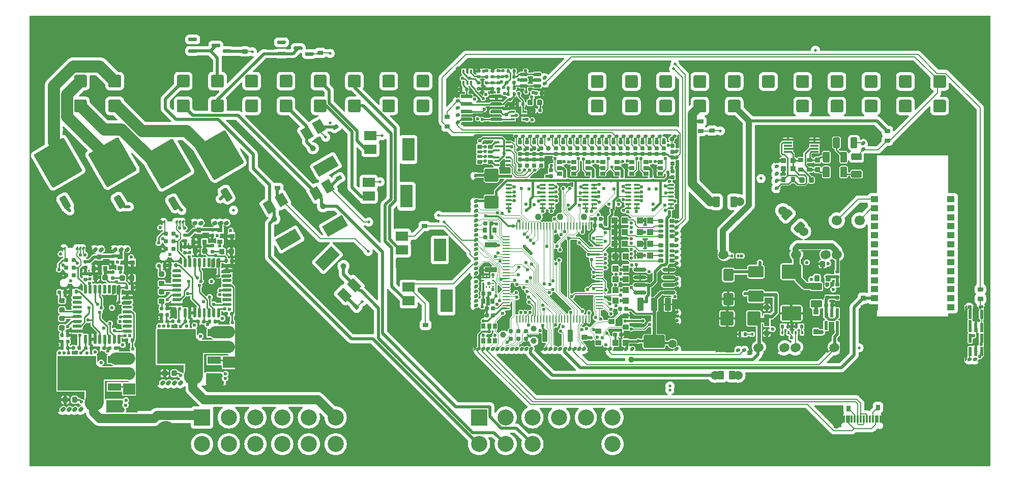
<source format=gtl>
G75*
G70*
%OFA0B0*%
%FSLAX25Y25*%
%IPPOS*%
%LPD*%
%AMOC8*
5,1,8,0,0,1.08239X$1,22.5*
%
%AMM164*
21,1,0.086610,0.073230,0.000000,-0.000000,180.000000*
21,1,0.069290,0.090550,0.000000,-0.000000,180.000000*
1,1,0.017320,-0.034650,0.036610*
1,1,0.017320,0.034650,0.036610*
1,1,0.017320,0.034650,-0.036610*
1,1,0.017320,-0.034650,-0.036610*
%
%AMM165*
21,1,0.094490,0.111020,0.000000,-0.000000,270.000000*
21,1,0.075590,0.129920,0.000000,-0.000000,270.000000*
1,1,0.018900,-0.055510,-0.037800*
1,1,0.018900,-0.055510,0.037800*
1,1,0.018900,0.055510,0.037800*
1,1,0.018900,0.055510,-0.037800*
%
%AMM166*
21,1,0.074800,0.083460,0.000000,-0.000000,270.000000*
21,1,0.059840,0.098430,0.000000,-0.000000,270.000000*
1,1,0.014960,-0.041730,-0.029920*
1,1,0.014960,-0.041730,0.029920*
1,1,0.014960,0.041730,0.029920*
1,1,0.014960,0.041730,-0.029920*
%
%AMM167*
21,1,0.078740,0.053540,0.000000,-0.000000,90.000000*
21,1,0.065350,0.066930,0.000000,-0.000000,90.000000*
1,1,0.013390,0.026770,0.032680*
1,1,0.013390,0.026770,-0.032680*
1,1,0.013390,-0.026770,-0.032680*
1,1,0.013390,-0.026770,0.032680*
%
%AMM168*
21,1,0.035430,0.030320,0.000000,-0.000000,0.000000*
21,1,0.028350,0.037400,0.000000,-0.000000,0.000000*
1,1,0.007090,0.014170,-0.015160*
1,1,0.007090,-0.014170,-0.015160*
1,1,0.007090,-0.014170,0.015160*
1,1,0.007090,0.014170,0.015160*
%
%AMM169*
21,1,0.021650,0.052760,0.000000,-0.000000,180.000000*
21,1,0.017320,0.057090,0.000000,-0.000000,180.000000*
1,1,0.004330,-0.008660,0.026380*
1,1,0.004330,0.008660,0.026380*
1,1,0.004330,0.008660,-0.026380*
1,1,0.004330,-0.008660,-0.026380*
%
%AMM170*
21,1,0.035830,0.026770,0.000000,-0.000000,270.000000*
21,1,0.029130,0.033470,0.000000,-0.000000,270.000000*
1,1,0.006690,-0.013390,-0.014570*
1,1,0.006690,-0.013390,0.014570*
1,1,0.006690,0.013390,0.014570*
1,1,0.006690,0.013390,-0.014570*
%
%AMM171*
21,1,0.070870,0.036220,0.000000,-0.000000,0.000000*
21,1,0.061810,0.045280,0.000000,-0.000000,0.000000*
1,1,0.009060,0.030910,-0.018110*
1,1,0.009060,-0.030910,-0.018110*
1,1,0.009060,-0.030910,0.018110*
1,1,0.009060,0.030910,0.018110*
%
%AMM172*
21,1,0.033470,0.026770,0.000000,-0.000000,270.000000*
21,1,0.026770,0.033470,0.000000,-0.000000,270.000000*
1,1,0.006690,-0.013390,-0.013390*
1,1,0.006690,-0.013390,0.013390*
1,1,0.006690,0.013390,0.013390*
1,1,0.006690,0.013390,-0.013390*
%
%AMM173*
21,1,0.015750,0.016540,0.000000,-0.000000,180.000000*
21,1,0.012600,0.019680,0.000000,-0.000000,180.000000*
1,1,0.003150,-0.006300,0.008270*
1,1,0.003150,0.006300,0.008270*
1,1,0.003150,0.006300,-0.008270*
1,1,0.003150,-0.006300,-0.008270*
%
%AMM174*
21,1,0.023620,0.018900,0.000000,-0.000000,0.000000*
21,1,0.018900,0.023620,0.000000,-0.000000,0.000000*
1,1,0.004720,0.009450,-0.009450*
1,1,0.004720,-0.009450,-0.009450*
1,1,0.004720,-0.009450,0.009450*
1,1,0.004720,0.009450,0.009450*
%
%AMM175*
21,1,0.019680,0.019680,0.000000,-0.000000,270.000000*
21,1,0.015750,0.023620,0.000000,-0.000000,270.000000*
1,1,0.003940,-0.009840,-0.007870*
1,1,0.003940,-0.009840,0.007870*
1,1,0.003940,0.009840,0.007870*
1,1,0.003940,0.009840,-0.007870*
%
%AMM176*
21,1,0.019680,0.019680,0.000000,-0.000000,180.000000*
21,1,0.015750,0.023620,0.000000,-0.000000,180.000000*
1,1,0.003940,-0.007870,0.009840*
1,1,0.003940,0.007870,0.009840*
1,1,0.003940,0.007870,-0.009840*
1,1,0.003940,-0.007870,-0.009840*
%
%AMM255*
21,1,0.025590,0.026380,-0.000000,-0.000000,90.000000*
21,1,0.020470,0.031500,-0.000000,-0.000000,90.000000*
1,1,0.005120,0.013190,0.010240*
1,1,0.005120,0.013190,-0.010240*
1,1,0.005120,-0.013190,-0.010240*
1,1,0.005120,-0.013190,0.010240*
%
%AMM256*
21,1,0.017720,0.027950,-0.000000,-0.000000,90.000000*
21,1,0.014170,0.031500,-0.000000,-0.000000,90.000000*
1,1,0.003540,0.013980,0.007090*
1,1,0.003540,0.013980,-0.007090*
1,1,0.003540,-0.013980,-0.007090*
1,1,0.003540,-0.013980,0.007090*
%
%AMM257*
21,1,0.012600,0.028980,-0.000000,-0.000000,270.000000*
21,1,0.010080,0.031500,-0.000000,-0.000000,270.000000*
1,1,0.002520,-0.014490,-0.005040*
1,1,0.002520,-0.014490,0.005040*
1,1,0.002520,0.014490,0.005040*
1,1,0.002520,0.014490,-0.005040*
%
%AMM258*
21,1,0.023620,0.030710,-0.000000,-0.000000,0.000000*
21,1,0.018900,0.035430,-0.000000,-0.000000,0.000000*
1,1,0.004720,0.009450,-0.015350*
1,1,0.004720,-0.009450,-0.015350*
1,1,0.004720,-0.009450,0.015350*
1,1,0.004720,0.009450,0.015350*
%
%AMM259*
21,1,0.027560,0.018900,-0.000000,-0.000000,270.000000*
21,1,0.022840,0.023620,-0.000000,-0.000000,270.000000*
1,1,0.004720,-0.009450,-0.011420*
1,1,0.004720,-0.009450,0.011420*
1,1,0.004720,0.009450,0.011420*
1,1,0.004720,0.009450,-0.011420*
%
%AMM260*
21,1,0.031500,0.072440,-0.000000,-0.000000,270.000000*
21,1,0.025200,0.078740,-0.000000,-0.000000,270.000000*
1,1,0.006300,-0.036220,-0.012600*
1,1,0.006300,-0.036220,0.012600*
1,1,0.006300,0.036220,0.012600*
1,1,0.006300,0.036220,-0.012600*
%
%AMM261*
21,1,0.027560,0.018900,-0.000000,-0.000000,0.000000*
21,1,0.022840,0.023620,-0.000000,-0.000000,0.000000*
1,1,0.004720,0.011420,-0.009450*
1,1,0.004720,-0.011420,-0.009450*
1,1,0.004720,-0.011420,0.009450*
1,1,0.004720,0.011420,0.009450*
%
%AMM262*
21,1,0.023620,0.030710,-0.000000,-0.000000,90.000000*
21,1,0.018900,0.035430,-0.000000,-0.000000,90.000000*
1,1,0.004720,0.015350,0.009450*
1,1,0.004720,0.015350,-0.009450*
1,1,0.004720,-0.015350,-0.009450*
1,1,0.004720,-0.015350,0.009450*
%
%AMM263*
21,1,0.035430,0.030320,-0.000000,-0.000000,90.000000*
21,1,0.028350,0.037400,-0.000000,-0.000000,90.000000*
1,1,0.007090,0.015160,0.014170*
1,1,0.007090,0.015160,-0.014170*
1,1,0.007090,-0.015160,-0.014170*
1,1,0.007090,-0.015160,0.014170*
%
%AMM264*
21,1,0.043310,0.075980,-0.000000,-0.000000,180.000000*
21,1,0.034650,0.084650,-0.000000,-0.000000,180.000000*
1,1,0.008660,-0.017320,0.037990*
1,1,0.008660,0.017320,0.037990*
1,1,0.008660,0.017320,-0.037990*
1,1,0.008660,-0.017320,-0.037990*
%
%AMM265*
21,1,0.039370,0.035430,-0.000000,-0.000000,180.000000*
21,1,0.031500,0.043310,-0.000000,-0.000000,180.000000*
1,1,0.007870,-0.015750,0.017720*
1,1,0.007870,0.015750,0.017720*
1,1,0.007870,0.015750,-0.017720*
1,1,0.007870,-0.015750,-0.017720*
%
%AMM266*
21,1,0.027560,0.030710,-0.000000,-0.000000,180.000000*
21,1,0.022050,0.036220,-0.000000,-0.000000,180.000000*
1,1,0.005510,-0.011020,0.015350*
1,1,0.005510,0.011020,0.015350*
1,1,0.005510,0.011020,-0.015350*
1,1,0.005510,-0.011020,-0.015350*
%
%AMM267*
21,1,0.031500,0.072440,-0.000000,-0.000000,180.000000*
21,1,0.025200,0.078740,-0.000000,-0.000000,180.000000*
1,1,0.006300,-0.012600,0.036220*
1,1,0.006300,0.012600,0.036220*
1,1,0.006300,0.012600,-0.036220*
1,1,0.006300,-0.012600,-0.036220*
%
%AMM268*
21,1,0.137800,0.067720,-0.000000,-0.000000,180.000000*
21,1,0.120870,0.084650,-0.000000,-0.000000,180.000000*
1,1,0.016930,-0.060430,0.033860*
1,1,0.016930,0.060430,0.033860*
1,1,0.016930,0.060430,-0.033860*
1,1,0.016930,-0.060430,-0.033860*
%
%AMM269*
21,1,0.043310,0.075990,-0.000000,-0.000000,180.000000*
21,1,0.034650,0.084650,-0.000000,-0.000000,180.000000*
1,1,0.008660,-0.017320,0.037990*
1,1,0.008660,0.017320,0.037990*
1,1,0.008660,0.017320,-0.037990*
1,1,0.008660,-0.017320,-0.037990*
%
%AMM270*
21,1,0.086610,0.073230,-0.000000,-0.000000,270.000000*
21,1,0.069290,0.090550,-0.000000,-0.000000,270.000000*
1,1,0.017320,-0.036610,-0.034650*
1,1,0.017320,-0.036610,0.034650*
1,1,0.017320,0.036610,0.034650*
1,1,0.017320,0.036610,-0.034650*
%
%AMM97*
21,1,0.021650,0.052760,-0.000000,0.000000,0.000000*
21,1,0.017320,0.057090,-0.000000,0.000000,0.000000*
1,1,0.004330,0.008660,-0.026380*
1,1,0.004330,-0.008660,-0.026380*
1,1,0.004330,-0.008660,0.026380*
1,1,0.004330,0.008660,0.026380*
%
%ADD10C,0.06000*%
%ADD105C,0.03150*%
%ADD11R,0.07874X0.05906*%
%ADD12R,0.07874X0.14961*%
%ADD121C,0.00984*%
%ADD13R,0.10559X0.10559*%
%ADD136C,0.01850*%
%ADD137R,0.02559X0.01575*%
%ADD138R,0.01575X0.02559*%
%ADD14C,0.10559*%
%ADD140R,0.05512X0.01181*%
%ADD141R,0.03543X0.03150*%
%ADD143C,0.05118*%
%ADD145R,0.03150X0.03543*%
%ADD15C,0.12756*%
%ADD153C,0.03100*%
%ADD156C,0.03900*%
%ADD16C,0.22047*%
%ADD165O,0.04724X0.00866*%
%ADD166O,0.00866X0.04724*%
%ADD167O,0.04331X0.01181*%
%ADD17C,0.02362*%
%ADD170R,0.01378X0.00984*%
%ADD171R,0.00984X0.01378*%
%ADD176O,0.08661X0.02362*%
%ADD18O,0.04823X0.00787*%
%ADD184C,0.00492*%
%ADD185C,0.01260*%
%ADD186C,0.04331*%
%ADD187C,0.05512*%
%ADD19O,0.00787X0.36614*%
%ADD20R,0.00984X0.24350*%
%ADD21R,0.00984X0.04390*%
%ADD22R,0.56201X0.00984*%
%ADD23R,0.59449X0.00984*%
%ADD24R,0.00984X0.20374*%
%ADD25C,0.02756*%
%ADD254M97*%
%ADD26C,0.11811*%
%ADD262O,0.40158X0.00787*%
%ADD27R,0.11811X0.00984*%
%ADD28R,0.04331X0.00984*%
%ADD29R,0.03858X0.00984*%
%ADD30R,0.05709X0.00984*%
%ADD31R,0.00984X1.08661*%
%ADD32R,0.07677X0.00984*%
%ADD324M164*%
%ADD325M165*%
%ADD326M166*%
%ADD327M167*%
%ADD328M168*%
%ADD329M169*%
%ADD33R,0.03740X0.00984*%
%ADD330M170*%
%ADD331M171*%
%ADD332M172*%
%ADD333M173*%
%ADD334M174*%
%ADD335M175*%
%ADD336M176*%
%ADD34C,0.05906*%
%ADD35O,0.12992X0.00787*%
%ADD36O,0.40157X0.00787*%
%ADD366R,0.08661X0.04724*%
%ADD367R,0.25197X0.22835*%
%ADD368R,0.07874X0.07500*%
%ADD369O,0.07874X0.07500*%
%ADD37O,0.01181X0.00787*%
%ADD38O,0.00787X0.66929*%
%ADD39O,0.00787X0.60630*%
%ADD40O,0.18898X0.00787*%
%ADD41O,0.10236X0.00787*%
%ADD42O,0.03937X0.00787*%
%ADD43O,0.05906X0.00787*%
%ADD44C,0.06693*%
%ADD448M255*%
%ADD449M256*%
%ADD45R,0.01181X0.04528*%
%ADD450M257*%
%ADD451M258*%
%ADD452M259*%
%ADD453M260*%
%ADD454M261*%
%ADD455M262*%
%ADD456M263*%
%ADD457M264*%
%ADD458M265*%
%ADD459M266*%
%ADD46O,0.03937X0.08268*%
%ADD460M267*%
%ADD461M268*%
%ADD462M269*%
%ADD463M270*%
%ADD47O,0.03937X0.06299*%
%ADD48R,0.00787X0.14567*%
%ADD49R,0.00787X0.01575*%
%ADD50R,0.00787X0.06299*%
%ADD51R,0.00787X0.38189*%
%ADD52R,0.00787X0.09055*%
%ADD53R,0.05512X0.00787*%
%ADD54R,0.25197X0.00787*%
%ADD55R,0.06693X0.00787*%
%ADD56R,0.12992X0.00787*%
%ADD57R,0.00787X0.27559*%
%ADD58R,0.00787X0.12992*%
%ADD59R,0.00787X0.24803*%
%ADD60R,0.05118X0.03937*%
%ADD61C,0.03937*%
%ADD62C,0.01969*%
%ADD63C,0.00787*%
%ADD64C,0.07874*%
%ADD67C,0.01181*%
%ADD73C,0.00800*%
%ADD81C,0.01968*%
%ADD82C,0.01575*%
X0000000Y0000000D02*
%LPD*%
G01*
D10*
X0464291Y0059646D03*
G36*
G01*
X0462500Y0062106D02*
X0462500Y0057185D01*
G75*
G02*
X0462106Y0056791I-000394J0000000D01*
G01*
X0458957Y0056791D01*
G75*
G02*
X0458563Y0057185I0000000J0000394D01*
G01*
X0458563Y0062106D01*
G75*
G02*
X0458957Y0062500I0000394J0000000D01*
G01*
X0462106Y0062500D01*
G75*
G02*
X0462500Y0062106I0000000J-000394D01*
G01*
G37*
G36*
G01*
X0455020Y0062106D02*
X0455020Y0057185D01*
G75*
G02*
X0454626Y0056791I-000394J0000000D01*
G01*
X0451476Y0056791D01*
G75*
G02*
X0451083Y0057185I0000000J0000394D01*
G01*
X0451083Y0062106D01*
G75*
G02*
X0451476Y0062500I0000394J0000000D01*
G01*
X0454626Y0062500D01*
G75*
G02*
X0455020Y0062106I0000000J-000394D01*
G01*
G37*
X0449291Y0059646D03*
G36*
G01*
X0560571Y0221260D02*
X0563642Y0221260D01*
G75*
G02*
X0563917Y0220984I0000000J-000276D01*
G01*
X0563917Y0218780D01*
G75*
G02*
X0563642Y0218504I-000276J0000000D01*
G01*
X0560571Y0218504D01*
G75*
G02*
X0560295Y0218780I0000000J0000276D01*
G01*
X0560295Y0220984D01*
G75*
G02*
X0560571Y0221260I0000276J0000000D01*
G01*
G37*
G36*
G01*
X0560571Y0214961D02*
X0563642Y0214961D01*
G75*
G02*
X0563917Y0214685I0000000J-000276D01*
G01*
X0563917Y0212480D01*
G75*
G02*
X0563642Y0212205I-000276J0000000D01*
G01*
X0560571Y0212205D01*
G75*
G02*
X0560295Y0212480I0000000J0000276D01*
G01*
X0560295Y0214685D01*
G75*
G02*
X0560571Y0214961I0000276J0000000D01*
G01*
G37*
D11*
X0223524Y0216831D03*
X0223524Y0207776D03*
X0223524Y0198721D03*
D12*
X0248327Y0207776D03*
D13*
X0294626Y0031890D03*
D14*
X0312146Y0031890D03*
X0329626Y0031890D03*
X0347146Y0031890D03*
X0364626Y0031890D03*
X0382146Y0031890D03*
X0382146Y0014370D03*
X0364626Y0014370D03*
X0347146Y0014370D03*
X0329626Y0014370D03*
X0312146Y0014370D03*
X0294626Y0014370D03*
D15*
X0270866Y0023110D03*
X0405866Y0023110D03*
D16*
X0162106Y0076477D03*
G36*
X0191112Y0185508D02*
G01*
X0196226Y0188461D01*
X0200163Y0181642D01*
X0195049Y0178689D01*
X0191112Y0185508D01*
G37*
G36*
X0183270Y0180980D02*
G01*
X0188384Y0183933D01*
X0192321Y0177114D01*
X0187207Y0174161D01*
X0183270Y0180980D01*
G37*
G36*
X0175428Y0176453D02*
G01*
X0180542Y0179406D01*
X0184479Y0172587D01*
X0179365Y0169634D01*
X0175428Y0176453D01*
G37*
G36*
X0191750Y0157237D02*
G01*
X0204706Y0164717D01*
X0208643Y0157898D01*
X0195687Y0150417D01*
X0191750Y0157237D01*
G37*
G36*
G01*
X0563681Y0040020D02*
X0563681Y0036949D01*
G75*
G02*
X0563405Y0036673I-000276J0000000D01*
G01*
X0561201Y0036673D01*
G75*
G02*
X0560925Y0036949I0000000J0000276D01*
G01*
X0560925Y0040020D01*
G75*
G02*
X0561201Y0040295I0000276J0000000D01*
G01*
X0563405Y0040295D01*
G75*
G02*
X0563681Y0040020I0000000J-000276D01*
G01*
G37*
G36*
G01*
X0557382Y0040020D02*
X0557382Y0036949D01*
G75*
G02*
X0557106Y0036673I-000276J0000000D01*
G01*
X0554902Y0036673D01*
G75*
G02*
X0554626Y0036949I0000000J0000276D01*
G01*
X0554626Y0040020D01*
G75*
G02*
X0554902Y0040295I0000276J0000000D01*
G01*
X0557106Y0040295D01*
G75*
G02*
X0557382Y0040020I0000000J-000276D01*
G01*
G37*
G36*
X0211274Y0111593D02*
G01*
X0207098Y0107417D01*
X0201530Y0112985D01*
X0205706Y0117160D01*
X0211274Y0111593D01*
G37*
G36*
X0217676Y0117996D02*
G01*
X0213501Y0113820D01*
X0207933Y0119387D01*
X0212109Y0123563D01*
X0217676Y0117996D01*
G37*
G36*
X0224079Y0124398D02*
G01*
X0219904Y0120223D01*
X0214336Y0125790D01*
X0218512Y0129966D01*
X0224079Y0124398D01*
G37*
G36*
X0203339Y0138735D02*
G01*
X0192761Y0128157D01*
X0187193Y0133724D01*
X0197772Y0144303D01*
X0203339Y0138735D01*
G37*
G36*
G01*
X0257421Y0165256D02*
X0260492Y0165256D01*
G75*
G02*
X0260768Y0164980I0000000J-000276D01*
G01*
X0260768Y0162776D01*
G75*
G02*
X0260492Y0162500I-000276J0000000D01*
G01*
X0257421Y0162500D01*
G75*
G02*
X0257146Y0162776I0000000J0000276D01*
G01*
X0257146Y0164980D01*
G75*
G02*
X0257421Y0165256I0000276J0000000D01*
G01*
G37*
G36*
G01*
X0257421Y0158957D02*
X0260492Y0158957D01*
G75*
G02*
X0260768Y0158681I0000000J-000276D01*
G01*
X0260768Y0156477D01*
G75*
G02*
X0260492Y0156201I-000276J0000000D01*
G01*
X0257421Y0156201D01*
G75*
G02*
X0257146Y0156477I0000000J0000276D01*
G01*
X0257146Y0158681D01*
G75*
G02*
X0257421Y0158957I0000276J0000000D01*
G01*
G37*
D17*
X0615748Y0104036D03*
D18*
X0623524Y0068996D03*
D19*
X0613386Y0086910D03*
X0625591Y0086910D03*
D17*
X0619488Y0104036D03*
X0623228Y0104036D03*
X0619291Y0069784D03*
X0615748Y0069784D03*
X0280512Y0234744D03*
X0280512Y0239469D03*
X0280512Y0230020D03*
X0280512Y0225295D03*
D20*
X0338189Y0235797D03*
D21*
X0338189Y0259616D03*
D22*
X0310581Y0224114D03*
D23*
X0308957Y0261319D03*
D24*
X0279724Y0251624D03*
D17*
X0337303Y0250728D03*
X0337303Y0254665D03*
G36*
G01*
X0441398Y0218504D02*
X0438327Y0218504D01*
G75*
G02*
X0438051Y0218780I0000000J0000276D01*
G01*
X0438051Y0220984D01*
G75*
G02*
X0438327Y0221260I0000276J0000000D01*
G01*
X0441398Y0221260D01*
G75*
G02*
X0441673Y0220984I0000000J-000276D01*
G01*
X0441673Y0218780D01*
G75*
G02*
X0441398Y0218504I-000276J0000000D01*
G01*
G37*
G36*
G01*
X0441398Y0224803D02*
X0438327Y0224803D01*
G75*
G02*
X0438051Y0225079I0000000J0000276D01*
G01*
X0438051Y0227284D01*
G75*
G02*
X0438327Y0227559I0000276J0000000D01*
G01*
X0441398Y0227559D01*
G75*
G02*
X0441673Y0227284I0000000J-000276D01*
G01*
X0441673Y0225079D01*
G75*
G02*
X0441398Y0224803I-000276J0000000D01*
G01*
G37*
G36*
G01*
X0261083Y0084941D02*
X0258012Y0084941D01*
G75*
G02*
X0257736Y0085217I0000000J0000276D01*
G01*
X0257736Y0087421D01*
G75*
G02*
X0258012Y0087697I0000276J0000000D01*
G01*
X0261083Y0087697D01*
G75*
G02*
X0261358Y0087421I0000000J-000276D01*
G01*
X0261358Y0085217D01*
G75*
G02*
X0261083Y0084941I-000276J0000000D01*
G01*
G37*
G36*
G01*
X0261083Y0091240D02*
X0258012Y0091240D01*
G75*
G02*
X0257736Y0091516I0000000J0000276D01*
G01*
X0257736Y0093721D01*
G75*
G02*
X0258012Y0093996I0000276J0000000D01*
G01*
X0261083Y0093996D01*
G75*
G02*
X0261358Y0093721I0000000J-000276D01*
G01*
X0261358Y0091516D01*
G75*
G02*
X0261083Y0091240I-000276J0000000D01*
G01*
G37*
G36*
G01*
X0161161Y0190256D02*
X0164232Y0190256D01*
G75*
G02*
X0164508Y0189980I0000000J-000276D01*
G01*
X0164508Y0187776D01*
G75*
G02*
X0164232Y0187500I-000276J0000000D01*
G01*
X0161161Y0187500D01*
G75*
G02*
X0160886Y0187776I0000000J0000276D01*
G01*
X0160886Y0189980D01*
G75*
G02*
X0161161Y0190256I0000276J0000000D01*
G01*
G37*
G36*
G01*
X0161161Y0183957D02*
X0164232Y0183957D01*
G75*
G02*
X0164508Y0183681I0000000J-000276D01*
G01*
X0164508Y0181477D01*
G75*
G02*
X0164232Y0181201I-000276J0000000D01*
G01*
X0161161Y0181201D01*
G75*
G02*
X0160886Y0181477I0000000J0000276D01*
G01*
X0160886Y0183681D01*
G75*
G02*
X0161161Y0183957I0000276J0000000D01*
G01*
G37*
D11*
X0244193Y0150886D03*
X0244193Y0141831D03*
X0244193Y0132776D03*
D12*
X0268996Y0141831D03*
G36*
X0160600Y0176650D02*
G01*
X0165714Y0179603D01*
X0169651Y0172783D01*
X0164537Y0169831D01*
X0160600Y0176650D01*
G37*
G36*
X0152758Y0172122D02*
G01*
X0157872Y0175075D01*
X0161809Y0168256D01*
X0156695Y0165303D01*
X0152758Y0172122D01*
G37*
G36*
X0144916Y0167595D02*
G01*
X0150030Y0170547D01*
X0153967Y0163728D01*
X0148853Y0160776D01*
X0144916Y0167595D01*
G37*
G36*
X0161238Y0148378D02*
G01*
X0174195Y0155859D01*
X0178132Y0149039D01*
X0165175Y0141559D01*
X0161238Y0148378D01*
G37*
D25*
X0021654Y0036910D03*
X0033465Y0036910D03*
X0029528Y0036910D03*
X0025591Y0036910D03*
D26*
X0041929Y0041831D03*
D27*
X0055709Y0035433D03*
D28*
X0068307Y0143110D03*
D29*
X0051220Y0143110D03*
X0038228Y0143110D03*
D30*
X0018209Y0143110D03*
D31*
X0069980Y0089272D03*
X0015846Y0089272D03*
D32*
X0066634Y0035433D03*
D33*
X0017224Y0035433D03*
G36*
G01*
X0065945Y0106004D02*
X0061024Y0106004D01*
G75*
G02*
X0060531Y0106496I0000000J0000492D01*
G01*
X0060531Y0107480D01*
G75*
G02*
X0061024Y0107973I0000492J0000000D01*
G01*
X0065945Y0107973D01*
G75*
G02*
X0066437Y0107480I0000000J-000492D01*
G01*
X0066437Y0106496D01*
G75*
G02*
X0065945Y0106004I-000492J0000000D01*
G01*
G37*
G36*
G01*
X0055413Y0112599D02*
X0054429Y0112599D01*
G75*
G02*
X0053937Y0113091I0000000J0000492D01*
G01*
X0053937Y0118012D01*
G75*
G02*
X0054429Y0118504I0000492J0000000D01*
G01*
X0055413Y0118504D01*
G75*
G02*
X0055905Y0118012I0000000J-000492D01*
G01*
X0055905Y0113091D01*
G75*
G02*
X0055413Y0112599I-000492J0000000D01*
G01*
G37*
G36*
G01*
X0065945Y0109154D02*
X0061024Y0109154D01*
G75*
G02*
X0060531Y0109646I0000000J0000492D01*
G01*
X0060531Y0110630D01*
G75*
G02*
X0061024Y0111122I0000492J0000000D01*
G01*
X0065945Y0111122D01*
G75*
G02*
X0066437Y0110630I0000000J-000492D01*
G01*
X0066437Y0109646D01*
G75*
G02*
X0065945Y0109154I-000492J0000000D01*
G01*
G37*
G36*
G01*
X0055905Y0110433D02*
X0055905Y0109449D01*
G75*
G02*
X0055413Y0108957I-000492J0000000D01*
G01*
X0054429Y0108957D01*
G75*
G02*
X0053937Y0109449I0000000J0000492D01*
G01*
X0053937Y0110433D01*
G75*
G02*
X0054429Y0110925I0000492J0000000D01*
G01*
X0055413Y0110925D01*
G75*
G02*
X0055905Y0110433I0000000J-000492D01*
G01*
G37*
G36*
G01*
X0058563Y0106004D02*
X0057579Y0106004D01*
G75*
G02*
X0057087Y0106496I0000000J0000492D01*
G01*
X0057087Y0107480D01*
G75*
G02*
X0057579Y0107973I0000492J0000000D01*
G01*
X0058563Y0107973D01*
G75*
G02*
X0059055Y0107480I0000000J-000492D01*
G01*
X0059055Y0106496D01*
G75*
G02*
X0058563Y0106004I-000492J0000000D01*
G01*
G37*
G36*
G01*
X0058563Y0112599D02*
X0057579Y0112599D01*
G75*
G02*
X0057087Y0113091I0000000J0000492D01*
G01*
X0057087Y0118012D01*
G75*
G02*
X0057579Y0118504I0000492J0000000D01*
G01*
X0058563Y0118504D01*
G75*
G02*
X0059055Y0118012I0000000J-000492D01*
G01*
X0059055Y0113091D01*
G75*
G02*
X0058563Y0112599I-000492J0000000D01*
G01*
G37*
D25*
X0059646Y0141599D03*
X0055709Y0141599D03*
X0042732Y0141599D03*
X0046732Y0141599D03*
G36*
G01*
X0034842Y0143602D02*
X0034842Y0143602D01*
G75*
G02*
X0035335Y0143110I0000000J-000492D01*
G01*
X0035335Y0142126D01*
G75*
G02*
X0034842Y0141634I-000492J0000000D01*
G01*
X0034842Y0141634D01*
G75*
G02*
X0034350Y0142126I0000000J0000492D01*
G01*
X0034350Y0143110D01*
G75*
G02*
X0034842Y0143602I0000492J0000000D01*
G01*
G37*
G36*
G01*
X0032874Y0143602D02*
X0032874Y0143602D01*
G75*
G02*
X0033366Y0143110I0000000J-000492D01*
G01*
X0033366Y0142126D01*
G75*
G02*
X0032874Y0141634I-000492J0000000D01*
G01*
X0032874Y0141634D01*
G75*
G02*
X0032382Y0142126I0000000J0000492D01*
G01*
X0032382Y0143110D01*
G75*
G02*
X0032874Y0143602I0000492J0000000D01*
G01*
G37*
G36*
G01*
X0030905Y0143602D02*
X0030905Y0143602D01*
G75*
G02*
X0031398Y0143110I0000000J-000492D01*
G01*
X0031398Y0142126D01*
G75*
G02*
X0030905Y0141634I-000492J0000000D01*
G01*
X0030905Y0141634D01*
G75*
G02*
X0030413Y0142126I0000000J0000492D01*
G01*
X0030413Y0143110D01*
G75*
G02*
X0030905Y0143602I0000492J0000000D01*
G01*
G37*
G36*
G01*
X0022638Y0143602D02*
X0022638Y0143602D01*
G75*
G02*
X0023130Y0143110I0000000J-000492D01*
G01*
X0023130Y0142126D01*
G75*
G02*
X0022638Y0141634I-000492J0000000D01*
G01*
X0022638Y0141634D01*
G75*
G02*
X0022146Y0142126I0000000J0000492D01*
G01*
X0022146Y0143110D01*
G75*
G02*
X0022638Y0143602I0000492J0000000D01*
G01*
G37*
X0063583Y0141599D03*
D34*
X0526968Y0077461D03*
X0501772Y0077461D03*
X0494291Y0077461D03*
X0477362Y0077461D03*
D17*
X0467913Y0075689D03*
X0463976Y0075689D03*
D35*
X0511811Y0141043D03*
D36*
X0478346Y0141043D03*
D37*
X0450394Y0141043D03*
D38*
X0450197Y0107973D03*
D39*
X0531299Y0104823D03*
D34*
X0452756Y0077461D03*
D37*
X0531102Y0074902D03*
D40*
X0514567Y0074902D03*
D41*
X0485630Y0074902D03*
D42*
X0471850Y0074902D03*
D43*
X0458858Y0074902D03*
D34*
X0528740Y0138484D03*
X0521457Y0138484D03*
X0501968Y0138484D03*
X0454528Y0138484D03*
D11*
X0222342Y0186122D03*
X0222342Y0177067D03*
X0222342Y0168012D03*
D12*
X0247146Y0177067D03*
G36*
G01*
X0142776Y0270669D02*
X0139705Y0270669D01*
G75*
G02*
X0139429Y0270945I0000000J0000276D01*
G01*
X0139429Y0273150D01*
G75*
G02*
X0139705Y0273425I0000276J0000000D01*
G01*
X0142776Y0273425D01*
G75*
G02*
X0143051Y0273150I0000000J-000276D01*
G01*
X0143051Y0270945D01*
G75*
G02*
X0142776Y0270669I-000276J0000000D01*
G01*
G37*
G36*
G01*
X0142776Y0276969D02*
X0139705Y0276969D01*
G75*
G02*
X0139429Y0277244I0000000J0000276D01*
G01*
X0139429Y0279449D01*
G75*
G02*
X0139705Y0279725I0000276J0000000D01*
G01*
X0142776Y0279725D01*
G75*
G02*
X0143051Y0279449I0000000J-000276D01*
G01*
X0143051Y0277244D01*
G75*
G02*
X0142776Y0276969I-000276J0000000D01*
G01*
G37*
G36*
G01*
X0547697Y0102205D02*
X0545020Y0102205D01*
G75*
G02*
X0544685Y0102539I0000000J0000335D01*
G01*
X0544685Y0105217D01*
G75*
G02*
X0545020Y0105551I0000335J0000000D01*
G01*
X0547697Y0105551D01*
G75*
G02*
X0548031Y0105217I0000000J-000335D01*
G01*
X0548031Y0102539D01*
G75*
G02*
X0547697Y0102205I-000335J0000000D01*
G01*
G37*
G36*
G01*
X0547697Y0108425D02*
X0545020Y0108425D01*
G75*
G02*
X0544685Y0108760I0000000J0000335D01*
G01*
X0544685Y0111437D01*
G75*
G02*
X0545020Y0111772I0000335J0000000D01*
G01*
X0547697Y0111772D01*
G75*
G02*
X0548031Y0111437I0000000J-000335D01*
G01*
X0548031Y0108760D01*
G75*
G02*
X0547697Y0108425I-000335J0000000D01*
G01*
G37*
G36*
X0185206Y0224780D02*
G01*
X0190320Y0227732D01*
X0194257Y0220913D01*
X0189143Y0217961D01*
X0185206Y0224780D01*
G37*
G36*
X0177364Y0220252D02*
G01*
X0182478Y0223205D01*
X0186415Y0216386D01*
X0181301Y0213433D01*
X0177364Y0220252D01*
G37*
G36*
X0169522Y0215725D02*
G01*
X0174636Y0218677D01*
X0178573Y0211858D01*
X0173459Y0208905D01*
X0169522Y0215725D01*
G37*
G36*
X0185845Y0196508D02*
G01*
X0198801Y0203988D01*
X0202738Y0197169D01*
X0189782Y0189689D01*
X0185845Y0196508D01*
G37*
G36*
G01*
X0253740Y0233268D02*
X0253740Y0239567D01*
G75*
G02*
X0254724Y0240551I0000984J0000000D01*
G01*
X0261024Y0240551D01*
G75*
G02*
X0262008Y0239567I0000000J-000984D01*
G01*
X0262008Y0233268D01*
G75*
G02*
X0261024Y0232284I-000984J0000000D01*
G01*
X0254724Y0232284D01*
G75*
G02*
X0253740Y0233268I0000000J0000984D01*
G01*
G37*
G36*
G01*
X0231299Y0233268D02*
X0231299Y0239567D01*
G75*
G02*
X0232283Y0240551I0000984J0000000D01*
G01*
X0238583Y0240551D01*
G75*
G02*
X0239567Y0239567I0000000J-000984D01*
G01*
X0239567Y0233268D01*
G75*
G02*
X0238583Y0232284I-000984J0000000D01*
G01*
X0232283Y0232284D01*
G75*
G02*
X0231299Y0233268I0000000J0000984D01*
G01*
G37*
G36*
G01*
X0208858Y0233268D02*
X0208858Y0239567D01*
G75*
G02*
X0209843Y0240551I0000984J0000000D01*
G01*
X0216142Y0240551D01*
G75*
G02*
X0217126Y0239567I0000000J-000984D01*
G01*
X0217126Y0233268D01*
G75*
G02*
X0216142Y0232284I-000984J0000000D01*
G01*
X0209843Y0232284D01*
G75*
G02*
X0208858Y0233268I0000000J0000984D01*
G01*
G37*
G36*
G01*
X0186417Y0233268D02*
X0186417Y0239567D01*
G75*
G02*
X0187402Y0240551I0000984J0000000D01*
G01*
X0193701Y0240551D01*
G75*
G02*
X0194685Y0239567I0000000J-000984D01*
G01*
X0194685Y0233268D01*
G75*
G02*
X0193701Y0232284I-000984J0000000D01*
G01*
X0187402Y0232284D01*
G75*
G02*
X0186417Y0233268I0000000J0000984D01*
G01*
G37*
G36*
G01*
X0163976Y0233268D02*
X0163976Y0239567D01*
G75*
G02*
X0164961Y0240551I0000984J0000000D01*
G01*
X0171260Y0240551D01*
G75*
G02*
X0172244Y0239567I0000000J-000984D01*
G01*
X0172244Y0233268D01*
G75*
G02*
X0171260Y0232284I-000984J0000000D01*
G01*
X0164961Y0232284D01*
G75*
G02*
X0163976Y0233268I0000000J0000984D01*
G01*
G37*
G36*
G01*
X0141535Y0233268D02*
X0141535Y0239567D01*
G75*
G02*
X0142520Y0240551I0000984J0000000D01*
G01*
X0148819Y0240551D01*
G75*
G02*
X0149803Y0239567I0000000J-000984D01*
G01*
X0149803Y0233268D01*
G75*
G02*
X0148819Y0232284I-000984J0000000D01*
G01*
X0142520Y0232284D01*
G75*
G02*
X0141535Y0233268I0000000J0000984D01*
G01*
G37*
G36*
G01*
X0119094Y0233268D02*
X0119094Y0239567D01*
G75*
G02*
X0120079Y0240551I0000984J0000000D01*
G01*
X0126378Y0240551D01*
G75*
G02*
X0127362Y0239567I0000000J-000984D01*
G01*
X0127362Y0233268D01*
G75*
G02*
X0126378Y0232284I-000984J0000000D01*
G01*
X0120079Y0232284D01*
G75*
G02*
X0119094Y0233268I0000000J0000984D01*
G01*
G37*
G36*
G01*
X0096654Y0233268D02*
X0096654Y0239567D01*
G75*
G02*
X0097638Y0240551I0000984J0000000D01*
G01*
X0103937Y0240551D01*
G75*
G02*
X0104921Y0239567I0000000J-000984D01*
G01*
X0104921Y0233268D01*
G75*
G02*
X0103937Y0232284I-000984J0000000D01*
G01*
X0097638Y0232284D01*
G75*
G02*
X0096654Y0233268I0000000J0000984D01*
G01*
G37*
G36*
G01*
X0074213Y0233268D02*
X0074213Y0239567D01*
G75*
G02*
X0075197Y0240551I0000984J0000000D01*
G01*
X0081496Y0240551D01*
G75*
G02*
X0082480Y0239567I0000000J-000984D01*
G01*
X0082480Y0233268D01*
G75*
G02*
X0081496Y0232284I-000984J0000000D01*
G01*
X0075197Y0232284D01*
G75*
G02*
X0074213Y0233268I0000000J0000984D01*
G01*
G37*
G36*
G01*
X0051772Y0233268D02*
X0051772Y0239567D01*
G75*
G02*
X0052756Y0240551I0000984J0000000D01*
G01*
X0059055Y0240551D01*
G75*
G02*
X0060039Y0239567I0000000J-000984D01*
G01*
X0060039Y0233268D01*
G75*
G02*
X0059055Y0232284I-000984J0000000D01*
G01*
X0052756Y0232284D01*
G75*
G02*
X0051772Y0233268I0000000J0000984D01*
G01*
G37*
G36*
G01*
X0029331Y0233268D02*
X0029331Y0239567D01*
G75*
G02*
X0030315Y0240551I0000984J0000000D01*
G01*
X0036614Y0240551D01*
G75*
G02*
X0037598Y0239567I0000000J-000984D01*
G01*
X0037598Y0233268D01*
G75*
G02*
X0036614Y0232284I-000984J0000000D01*
G01*
X0030315Y0232284D01*
G75*
G02*
X0029331Y0233268I0000000J0000984D01*
G01*
G37*
G36*
G01*
X0253740Y0249410D02*
X0253740Y0255709D01*
G75*
G02*
X0254724Y0256693I0000984J0000000D01*
G01*
X0261024Y0256693D01*
G75*
G02*
X0262008Y0255709I0000000J-000984D01*
G01*
X0262008Y0249410D01*
G75*
G02*
X0261024Y0248425I-000984J0000000D01*
G01*
X0254724Y0248425D01*
G75*
G02*
X0253740Y0249410I0000000J0000984D01*
G01*
G37*
G36*
G01*
X0231299Y0249410D02*
X0231299Y0255709D01*
G75*
G02*
X0232283Y0256693I0000984J0000000D01*
G01*
X0238583Y0256693D01*
G75*
G02*
X0239567Y0255709I0000000J-000984D01*
G01*
X0239567Y0249410D01*
G75*
G02*
X0238583Y0248425I-000984J0000000D01*
G01*
X0232283Y0248425D01*
G75*
G02*
X0231299Y0249410I0000000J0000984D01*
G01*
G37*
G36*
G01*
X0208858Y0249410D02*
X0208858Y0255709D01*
G75*
G02*
X0209843Y0256693I0000984J0000000D01*
G01*
X0216142Y0256693D01*
G75*
G02*
X0217126Y0255709I0000000J-000984D01*
G01*
X0217126Y0249410D01*
G75*
G02*
X0216142Y0248425I-000984J0000000D01*
G01*
X0209843Y0248425D01*
G75*
G02*
X0208858Y0249410I0000000J0000984D01*
G01*
G37*
G36*
G01*
X0186417Y0249410D02*
X0186417Y0255709D01*
G75*
G02*
X0187402Y0256693I0000984J0000000D01*
G01*
X0193701Y0256693D01*
G75*
G02*
X0194685Y0255709I0000000J-000984D01*
G01*
X0194685Y0249410D01*
G75*
G02*
X0193701Y0248425I-000984J0000000D01*
G01*
X0187402Y0248425D01*
G75*
G02*
X0186417Y0249410I0000000J0000984D01*
G01*
G37*
G36*
G01*
X0163976Y0249410D02*
X0163976Y0255709D01*
G75*
G02*
X0164961Y0256693I0000984J0000000D01*
G01*
X0171260Y0256693D01*
G75*
G02*
X0172244Y0255709I0000000J-000984D01*
G01*
X0172244Y0249410D01*
G75*
G02*
X0171260Y0248425I-000984J0000000D01*
G01*
X0164961Y0248425D01*
G75*
G02*
X0163976Y0249410I0000000J0000984D01*
G01*
G37*
G36*
G01*
X0141535Y0249410D02*
X0141535Y0255709D01*
G75*
G02*
X0142520Y0256693I0000984J0000000D01*
G01*
X0148819Y0256693D01*
G75*
G02*
X0149803Y0255709I0000000J-000984D01*
G01*
X0149803Y0249410D01*
G75*
G02*
X0148819Y0248425I-000984J0000000D01*
G01*
X0142520Y0248425D01*
G75*
G02*
X0141535Y0249410I0000000J0000984D01*
G01*
G37*
G36*
G01*
X0119094Y0249410D02*
X0119094Y0255709D01*
G75*
G02*
X0120079Y0256693I0000984J0000000D01*
G01*
X0126378Y0256693D01*
G75*
G02*
X0127362Y0255709I0000000J-000984D01*
G01*
X0127362Y0249410D01*
G75*
G02*
X0126378Y0248425I-000984J0000000D01*
G01*
X0120079Y0248425D01*
G75*
G02*
X0119094Y0249410I0000000J0000984D01*
G01*
G37*
G36*
G01*
X0096654Y0249410D02*
X0096654Y0255709D01*
G75*
G02*
X0097638Y0256693I0000984J0000000D01*
G01*
X0103937Y0256693D01*
G75*
G02*
X0104921Y0255709I0000000J-000984D01*
G01*
X0104921Y0249410D01*
G75*
G02*
X0103937Y0248425I-000984J0000000D01*
G01*
X0097638Y0248425D01*
G75*
G02*
X0096654Y0249410I0000000J0000984D01*
G01*
G37*
G36*
G01*
X0074213Y0249410D02*
X0074213Y0255709D01*
G75*
G02*
X0075197Y0256693I0000984J0000000D01*
G01*
X0081496Y0256693D01*
G75*
G02*
X0082480Y0255709I0000000J-000984D01*
G01*
X0082480Y0249410D01*
G75*
G02*
X0081496Y0248425I-000984J0000000D01*
G01*
X0075197Y0248425D01*
G75*
G02*
X0074213Y0249410I0000000J0000984D01*
G01*
G37*
G36*
G01*
X0051772Y0249410D02*
X0051772Y0255709D01*
G75*
G02*
X0052756Y0256693I0000984J0000000D01*
G01*
X0059055Y0256693D01*
G75*
G02*
X0060039Y0255709I0000000J-000984D01*
G01*
X0060039Y0249410D01*
G75*
G02*
X0059055Y0248425I-000984J0000000D01*
G01*
X0052756Y0248425D01*
G75*
G02*
X0051772Y0249410I0000000J0000984D01*
G01*
G37*
G36*
G01*
X0029331Y0249410D02*
X0029331Y0255709D01*
G75*
G02*
X0030315Y0256693I0000984J0000000D01*
G01*
X0036614Y0256693D01*
G75*
G02*
X0037598Y0255709I0000000J-000984D01*
G01*
X0037598Y0249410D01*
G75*
G02*
X0036614Y0248425I-000984J0000000D01*
G01*
X0030315Y0248425D01*
G75*
G02*
X0029331Y0249410I0000000J0000984D01*
G01*
G37*
G36*
G01*
X0592323Y0233071D02*
X0592323Y0239370D01*
G75*
G02*
X0593307Y0240354I0000984J0000000D01*
G01*
X0599606Y0240354D01*
G75*
G02*
X0600591Y0239370I0000000J-000984D01*
G01*
X0600591Y0233071D01*
G75*
G02*
X0599606Y0232087I-000984J0000000D01*
G01*
X0593307Y0232087D01*
G75*
G02*
X0592323Y0233071I0000000J0000984D01*
G01*
G37*
G36*
G01*
X0569882Y0233071D02*
X0569882Y0239370D01*
G75*
G02*
X0570866Y0240354I0000984J0000000D01*
G01*
X0577165Y0240354D01*
G75*
G02*
X0578150Y0239370I0000000J-000984D01*
G01*
X0578150Y0233071D01*
G75*
G02*
X0577165Y0232087I-000984J0000000D01*
G01*
X0570866Y0232087D01*
G75*
G02*
X0569882Y0233071I0000000J0000984D01*
G01*
G37*
G36*
G01*
X0547441Y0233071D02*
X0547441Y0239370D01*
G75*
G02*
X0548425Y0240354I0000984J0000000D01*
G01*
X0554724Y0240354D01*
G75*
G02*
X0555709Y0239370I0000000J-000984D01*
G01*
X0555709Y0233071D01*
G75*
G02*
X0554724Y0232087I-000984J0000000D01*
G01*
X0548425Y0232087D01*
G75*
G02*
X0547441Y0233071I0000000J0000984D01*
G01*
G37*
G36*
G01*
X0525000Y0233071D02*
X0525000Y0239370D01*
G75*
G02*
X0525984Y0240354I0000984J0000000D01*
G01*
X0532283Y0240354D01*
G75*
G02*
X0533268Y0239370I0000000J-000984D01*
G01*
X0533268Y0233071D01*
G75*
G02*
X0532283Y0232087I-000984J0000000D01*
G01*
X0525984Y0232087D01*
G75*
G02*
X0525000Y0233071I0000000J0000984D01*
G01*
G37*
G36*
G01*
X0502559Y0233071D02*
X0502559Y0239370D01*
G75*
G02*
X0503543Y0240354I0000984J0000000D01*
G01*
X0509842Y0240354D01*
G75*
G02*
X0510827Y0239370I0000000J-000984D01*
G01*
X0510827Y0233071D01*
G75*
G02*
X0509842Y0232087I-000984J0000000D01*
G01*
X0503543Y0232087D01*
G75*
G02*
X0502559Y0233071I0000000J0000984D01*
G01*
G37*
G36*
G01*
X0480118Y0233071D02*
X0480118Y0239370D01*
G75*
G02*
X0481102Y0240354I0000984J0000000D01*
G01*
X0487402Y0240354D01*
G75*
G02*
X0488386Y0239370I0000000J-000984D01*
G01*
X0488386Y0233071D01*
G75*
G02*
X0487402Y0232087I-000984J0000000D01*
G01*
X0481102Y0232087D01*
G75*
G02*
X0480118Y0233071I0000000J0000984D01*
G01*
G37*
G36*
G01*
X0457677Y0233071D02*
X0457677Y0239370D01*
G75*
G02*
X0458661Y0240354I0000984J0000000D01*
G01*
X0464961Y0240354D01*
G75*
G02*
X0465945Y0239370I0000000J-000984D01*
G01*
X0465945Y0233071D01*
G75*
G02*
X0464961Y0232087I-000984J0000000D01*
G01*
X0458661Y0232087D01*
G75*
G02*
X0457677Y0233071I0000000J0000984D01*
G01*
G37*
G36*
G01*
X0435236Y0233071D02*
X0435236Y0239370D01*
G75*
G02*
X0436220Y0240354I0000984J0000000D01*
G01*
X0442520Y0240354D01*
G75*
G02*
X0443504Y0239370I0000000J-000984D01*
G01*
X0443504Y0233071D01*
G75*
G02*
X0442520Y0232087I-000984J0000000D01*
G01*
X0436220Y0232087D01*
G75*
G02*
X0435236Y0233071I0000000J0000984D01*
G01*
G37*
G36*
G01*
X0412795Y0233071D02*
X0412795Y0239370D01*
G75*
G02*
X0413780Y0240354I0000984J0000000D01*
G01*
X0420079Y0240354D01*
G75*
G02*
X0421063Y0239370I0000000J-000984D01*
G01*
X0421063Y0233071D01*
G75*
G02*
X0420079Y0232087I-000984J0000000D01*
G01*
X0413780Y0232087D01*
G75*
G02*
X0412795Y0233071I0000000J0000984D01*
G01*
G37*
G36*
G01*
X0390354Y0233071D02*
X0390354Y0239370D01*
G75*
G02*
X0391339Y0240354I0000984J0000000D01*
G01*
X0397638Y0240354D01*
G75*
G02*
X0398622Y0239370I0000000J-000984D01*
G01*
X0398622Y0233071D01*
G75*
G02*
X0397638Y0232087I-000984J0000000D01*
G01*
X0391339Y0232087D01*
G75*
G02*
X0390354Y0233071I0000000J0000984D01*
G01*
G37*
G36*
G01*
X0367913Y0233071D02*
X0367913Y0239370D01*
G75*
G02*
X0368898Y0240354I0000984J0000000D01*
G01*
X0375197Y0240354D01*
G75*
G02*
X0376181Y0239370I0000000J-000984D01*
G01*
X0376181Y0233071D01*
G75*
G02*
X0375197Y0232087I-000984J0000000D01*
G01*
X0368898Y0232087D01*
G75*
G02*
X0367913Y0233071I0000000J0000984D01*
G01*
G37*
G36*
G01*
X0592323Y0249213D02*
X0592323Y0255512D01*
G75*
G02*
X0593307Y0256496I0000984J0000000D01*
G01*
X0599606Y0256496D01*
G75*
G02*
X0600591Y0255512I0000000J-000984D01*
G01*
X0600591Y0249213D01*
G75*
G02*
X0599606Y0248228I-000984J0000000D01*
G01*
X0593307Y0248228D01*
G75*
G02*
X0592323Y0249213I0000000J0000984D01*
G01*
G37*
G36*
G01*
X0569882Y0249213D02*
X0569882Y0255512D01*
G75*
G02*
X0570866Y0256496I0000984J0000000D01*
G01*
X0577165Y0256496D01*
G75*
G02*
X0578150Y0255512I0000000J-000984D01*
G01*
X0578150Y0249213D01*
G75*
G02*
X0577165Y0248228I-000984J0000000D01*
G01*
X0570866Y0248228D01*
G75*
G02*
X0569882Y0249213I0000000J0000984D01*
G01*
G37*
G36*
G01*
X0547441Y0249213D02*
X0547441Y0255512D01*
G75*
G02*
X0548425Y0256496I0000984J0000000D01*
G01*
X0554724Y0256496D01*
G75*
G02*
X0555709Y0255512I0000000J-000984D01*
G01*
X0555709Y0249213D01*
G75*
G02*
X0554724Y0248228I-000984J0000000D01*
G01*
X0548425Y0248228D01*
G75*
G02*
X0547441Y0249213I0000000J0000984D01*
G01*
G37*
G36*
G01*
X0525000Y0249213D02*
X0525000Y0255512D01*
G75*
G02*
X0525984Y0256496I0000984J0000000D01*
G01*
X0532283Y0256496D01*
G75*
G02*
X0533268Y0255512I0000000J-000984D01*
G01*
X0533268Y0249213D01*
G75*
G02*
X0532283Y0248228I-000984J0000000D01*
G01*
X0525984Y0248228D01*
G75*
G02*
X0525000Y0249213I0000000J0000984D01*
G01*
G37*
G36*
G01*
X0502559Y0249213D02*
X0502559Y0255512D01*
G75*
G02*
X0503543Y0256496I0000984J0000000D01*
G01*
X0509842Y0256496D01*
G75*
G02*
X0510827Y0255512I0000000J-000984D01*
G01*
X0510827Y0249213D01*
G75*
G02*
X0509842Y0248228I-000984J0000000D01*
G01*
X0503543Y0248228D01*
G75*
G02*
X0502559Y0249213I0000000J0000984D01*
G01*
G37*
G36*
G01*
X0480118Y0249213D02*
X0480118Y0255512D01*
G75*
G02*
X0481102Y0256496I0000984J0000000D01*
G01*
X0487402Y0256496D01*
G75*
G02*
X0488386Y0255512I0000000J-000984D01*
G01*
X0488386Y0249213D01*
G75*
G02*
X0487402Y0248228I-000984J0000000D01*
G01*
X0481102Y0248228D01*
G75*
G02*
X0480118Y0249213I0000000J0000984D01*
G01*
G37*
G36*
G01*
X0457677Y0249213D02*
X0457677Y0255512D01*
G75*
G02*
X0458661Y0256496I0000984J0000000D01*
G01*
X0464961Y0256496D01*
G75*
G02*
X0465945Y0255512I0000000J-000984D01*
G01*
X0465945Y0249213D01*
G75*
G02*
X0464961Y0248228I-000984J0000000D01*
G01*
X0458661Y0248228D01*
G75*
G02*
X0457677Y0249213I0000000J0000984D01*
G01*
G37*
G36*
G01*
X0435236Y0249213D02*
X0435236Y0255512D01*
G75*
G02*
X0436220Y0256496I0000984J0000000D01*
G01*
X0442520Y0256496D01*
G75*
G02*
X0443504Y0255512I0000000J-000984D01*
G01*
X0443504Y0249213D01*
G75*
G02*
X0442520Y0248228I-000984J0000000D01*
G01*
X0436220Y0248228D01*
G75*
G02*
X0435236Y0249213I0000000J0000984D01*
G01*
G37*
G36*
G01*
X0412795Y0249213D02*
X0412795Y0255512D01*
G75*
G02*
X0413780Y0256496I0000984J0000000D01*
G01*
X0420079Y0256496D01*
G75*
G02*
X0421063Y0255512I0000000J-000984D01*
G01*
X0421063Y0249213D01*
G75*
G02*
X0420079Y0248228I-000984J0000000D01*
G01*
X0413780Y0248228D01*
G75*
G02*
X0412795Y0249213I0000000J0000984D01*
G01*
G37*
G36*
G01*
X0390354Y0249213D02*
X0390354Y0255512D01*
G75*
G02*
X0391339Y0256496I0000984J0000000D01*
G01*
X0397638Y0256496D01*
G75*
G02*
X0398622Y0255512I0000000J-000984D01*
G01*
X0398622Y0249213D01*
G75*
G02*
X0397638Y0248228I-000984J0000000D01*
G01*
X0391339Y0248228D01*
G75*
G02*
X0390354Y0249213I0000000J0000984D01*
G01*
G37*
G36*
G01*
X0367913Y0249213D02*
X0367913Y0255512D01*
G75*
G02*
X0368898Y0256496I0000984J0000000D01*
G01*
X0375197Y0256496D01*
G75*
G02*
X0376181Y0255512I0000000J-000984D01*
G01*
X0376181Y0249213D01*
G75*
G02*
X0375197Y0248228I-000984J0000000D01*
G01*
X0368898Y0248228D01*
G75*
G02*
X0367913Y0249213I0000000J0000984D01*
G01*
G37*
G36*
G01*
X0209794Y0097977D02*
X0207622Y0100148D01*
G75*
G02*
X0207622Y0100538I0000195J0000195D01*
G01*
X0209181Y0102097D01*
G75*
G02*
X0209571Y0102097I0000195J-000195D01*
G01*
X0211742Y0099925D01*
G75*
G02*
X0211742Y0099536I-000195J-000195D01*
G01*
X0210183Y0097977D01*
G75*
G02*
X0209794Y0097977I-000195J0000195D01*
G01*
G37*
G36*
G01*
X0214248Y0102431D02*
X0212076Y0104602D01*
G75*
G02*
X0212076Y0104992I0000195J0000195D01*
G01*
X0213635Y0106551D01*
G75*
G02*
X0214025Y0106551I0000195J-000195D01*
G01*
X0216197Y0104380D01*
G75*
G02*
X0216197Y0103990I-000195J-000195D01*
G01*
X0214638Y0102431D01*
G75*
G02*
X0214248Y0102431I-000195J0000195D01*
G01*
G37*
D17*
X0489370Y0191634D03*
X0489370Y0196358D03*
X0489370Y0186910D03*
X0489370Y0182185D03*
D20*
X0547047Y0192687D03*
D21*
X0547047Y0216506D03*
D22*
X0519439Y0181004D03*
D23*
X0517815Y0218209D03*
D24*
X0488583Y0208514D03*
D17*
X0546161Y0207618D03*
X0546161Y0211555D03*
D44*
X0529035Y0161221D03*
D45*
X0532579Y0030788D03*
X0535728Y0030788D03*
X0540846Y0030788D03*
X0544783Y0030788D03*
X0546752Y0030788D03*
X0550689Y0030788D03*
X0555807Y0030788D03*
X0558957Y0030788D03*
X0557776Y0030788D03*
X0554626Y0030788D03*
X0552657Y0030788D03*
X0548720Y0030788D03*
X0542815Y0030788D03*
X0538878Y0030788D03*
X0536909Y0030788D03*
X0533760Y0030788D03*
D46*
X0528760Y0028563D03*
D47*
X0528760Y0012106D03*
D46*
X0562776Y0028563D03*
D47*
X0562776Y0012106D03*
D16*
X0574311Y0076477D03*
G36*
G01*
X0098112Y0169344D02*
X0095725Y0167966D01*
G75*
G02*
X0094381Y0168326I-000492J0000852D01*
G01*
X0091034Y0174122D01*
G75*
G02*
X0091394Y0175467I0000852J0000492D01*
G01*
X0093781Y0176845D01*
G75*
G02*
X0095126Y0176485I0000492J-000852D01*
G01*
X0098472Y0170688D01*
G75*
G02*
X0098112Y0169344I-000852J-000492D01*
G01*
G37*
G36*
G01*
X0095061Y0186676D02*
X0087389Y0182247D01*
G75*
G02*
X0086045Y0182607I-000492J0000852D01*
G01*
X0081025Y0191301D01*
G75*
G02*
X0081385Y0192646I0000852J0000492D01*
G01*
X0089057Y0197075D01*
G75*
G02*
X0090401Y0196715I0000492J-000852D01*
G01*
X0095421Y0188020D01*
G75*
G02*
X0095061Y0186676I-000852J-000492D01*
G01*
G37*
G36*
G01*
X0105460Y0192680D02*
X0097788Y0188251D01*
G75*
G02*
X0096444Y0188611I-000492J0000852D01*
G01*
X0091424Y0197305D01*
G75*
G02*
X0091784Y0198650I0000852J0000492D01*
G01*
X0099456Y0203079D01*
G75*
G02*
X0100800Y0202719I0000492J-000852D01*
G01*
X0105820Y0194024D01*
G75*
G02*
X0105460Y0192680I-000852J-000492D01*
G01*
G37*
G36*
G01*
X0105460Y0192680D02*
X0087389Y0182247D01*
G75*
G02*
X0086045Y0182607I-000492J0000852D01*
G01*
X0074430Y0202723D01*
G75*
G02*
X0074791Y0204068I0000852J0000492D01*
G01*
X0092861Y0214501D01*
G75*
G02*
X0094206Y0214141I0000492J-000852D01*
G01*
X0105820Y0194024D01*
G75*
G02*
X0105460Y0192680I-000852J-000492D01*
G01*
G37*
G36*
G01*
X0088466Y0198098D02*
X0080795Y0193669D01*
G75*
G02*
X0079450Y0194029I-000492J0000852D01*
G01*
X0074430Y0202723D01*
G75*
G02*
X0074791Y0204068I0000852J0000492D01*
G01*
X0082462Y0208497D01*
G75*
G02*
X0083807Y0208137I0000492J-000852D01*
G01*
X0088826Y0199442D01*
G75*
G02*
X0088466Y0198098I-000852J-000492D01*
G01*
G37*
G36*
G01*
X0098865Y0204102D02*
X0091194Y0199673D01*
G75*
G02*
X0089849Y0200033I-000492J0000852D01*
G01*
X0084830Y0208727D01*
G75*
G02*
X0085190Y0210072I0000852J0000492D01*
G01*
X0092861Y0214501D01*
G75*
G02*
X0094206Y0214141I0000492J-000852D01*
G01*
X0099226Y0205446D01*
G75*
G02*
X0098865Y0204102I-000852J-000492D01*
G01*
G37*
G36*
G01*
X0113659Y0178320D02*
X0111273Y0176942D01*
G75*
G02*
X0109928Y0177303I-000492J0000852D01*
G01*
X0106582Y0183099D01*
G75*
G02*
X0106942Y0184443I0000852J0000492D01*
G01*
X0109329Y0185821D01*
G75*
G02*
X0110673Y0185461I0000492J-000852D01*
G01*
X0114020Y0179665D01*
G75*
G02*
X0113659Y0178320I-000852J-000492D01*
G01*
G37*
G36*
G01*
X0109842Y0273032D02*
X0109842Y0271851D01*
G75*
G02*
X0109252Y0271260I-000591J0000000D01*
G01*
X0104626Y0271260D01*
G75*
G02*
X0104035Y0271851I0000000J0000591D01*
G01*
X0104035Y0273032D01*
G75*
G02*
X0104626Y0273622I0000591J0000000D01*
G01*
X0109252Y0273622D01*
G75*
G02*
X0109842Y0273032I0000000J-000591D01*
G01*
G37*
G36*
G01*
X0102461Y0276772D02*
X0102461Y0275591D01*
G75*
G02*
X0101870Y0275000I-000591J0000000D01*
G01*
X0097244Y0275000D01*
G75*
G02*
X0096654Y0275591I0000000J0000591D01*
G01*
X0096654Y0276772D01*
G75*
G02*
X0097244Y0277362I0000591J0000000D01*
G01*
X0101870Y0277362D01*
G75*
G02*
X0102461Y0276772I0000000J-000591D01*
G01*
G37*
G36*
G01*
X0109842Y0280512D02*
X0109842Y0279331D01*
G75*
G02*
X0109252Y0278740I-000591J0000000D01*
G01*
X0104626Y0278740D01*
G75*
G02*
X0104035Y0279331I0000000J0000591D01*
G01*
X0104035Y0280512D01*
G75*
G02*
X0104626Y0281102I0000591J0000000D01*
G01*
X0109252Y0281102D01*
G75*
G02*
X0109842Y0280512I0000000J-000591D01*
G01*
G37*
G36*
G01*
X0272185Y0230512D02*
X0275256Y0230512D01*
G75*
G02*
X0275531Y0230236I0000000J-000276D01*
G01*
X0275531Y0228032D01*
G75*
G02*
X0275256Y0227756I-000276J0000000D01*
G01*
X0272185Y0227756D01*
G75*
G02*
X0271909Y0228032I0000000J0000276D01*
G01*
X0271909Y0230236D01*
G75*
G02*
X0272185Y0230512I0000276J0000000D01*
G01*
G37*
G36*
G01*
X0272185Y0224213D02*
X0275256Y0224213D01*
G75*
G02*
X0275531Y0223937I0000000J-000276D01*
G01*
X0275531Y0221732D01*
G75*
G02*
X0275256Y0221457I-000276J0000000D01*
G01*
X0272185Y0221457D01*
G75*
G02*
X0271909Y0221732I0000000J0000276D01*
G01*
X0271909Y0223937D01*
G75*
G02*
X0272185Y0224213I0000276J0000000D01*
G01*
G37*
G36*
G01*
X0132561Y0175053D02*
X0130174Y0173675D01*
G75*
G02*
X0128829Y0174035I-000492J0000852D01*
G01*
X0125483Y0179831D01*
G75*
G02*
X0125843Y0181176I0000852J0000492D01*
G01*
X0128230Y0182554D01*
G75*
G02*
X0129574Y0182193I0000492J-000852D01*
G01*
X0132921Y0176397D01*
G75*
G02*
X0132561Y0175053I-000852J-000492D01*
G01*
G37*
G36*
G01*
X0129509Y0192384D02*
X0121838Y0187955D01*
G75*
G02*
X0120493Y0188316I-000492J0000852D01*
G01*
X0115474Y0197010D01*
G75*
G02*
X0115834Y0198354I0000852J0000492D01*
G01*
X0123505Y0202784D01*
G75*
G02*
X0124850Y0202423I0000492J-000852D01*
G01*
X0129870Y0193729D01*
G75*
G02*
X0129509Y0192384I-000852J-000492D01*
G01*
G37*
G36*
G01*
X0139909Y0198388D02*
X0132237Y0193959D01*
G75*
G02*
X0130893Y0194320I-000492J0000852D01*
G01*
X0125873Y0203014D01*
G75*
G02*
X0126233Y0204358I0000852J0000492D01*
G01*
X0133905Y0208788D01*
G75*
G02*
X0135249Y0208427I0000492J-000852D01*
G01*
X0140269Y0199733D01*
G75*
G02*
X0139909Y0198388I-000852J-000492D01*
G01*
G37*
G36*
G01*
X0139909Y0198388D02*
X0121838Y0187955D01*
G75*
G02*
X0120493Y0188316I-000492J0000852D01*
G01*
X0108879Y0208432D01*
G75*
G02*
X0109240Y0209776I0000852J0000492D01*
G01*
X0127310Y0220210D01*
G75*
G02*
X0128655Y0219849I0000492J-000852D01*
G01*
X0140269Y0199733D01*
G75*
G02*
X0139909Y0198388I-000852J-000492D01*
G01*
G37*
G36*
G01*
X0122915Y0203806D02*
X0115243Y0199377D01*
G75*
G02*
X0113899Y0199738I-000492J0000852D01*
G01*
X0108879Y0208432D01*
G75*
G02*
X0109240Y0209776I0000852J0000492D01*
G01*
X0116911Y0214206D01*
G75*
G02*
X0118256Y0213845I0000492J-000852D01*
G01*
X0123275Y0205151D01*
G75*
G02*
X0122915Y0203806I-000852J-000492D01*
G01*
G37*
G36*
G01*
X0133314Y0209810D02*
X0125643Y0205381D01*
G75*
G02*
X0124298Y0205742I-000492J0000852D01*
G01*
X0119278Y0214436D01*
G75*
G02*
X0119639Y0215780I0000852J0000492D01*
G01*
X0127310Y0220210D01*
G75*
G02*
X0128655Y0219849I0000492J-000852D01*
G01*
X0133674Y0211155D01*
G75*
G02*
X0133314Y0209810I-000852J-000492D01*
G01*
G37*
G36*
G01*
X0148108Y0184029D02*
X0145721Y0182651D01*
G75*
G02*
X0144377Y0183011I-000492J0000852D01*
G01*
X0141030Y0188807D01*
G75*
G02*
X0141391Y0190152I0000852J0000492D01*
G01*
X0143777Y0191530D01*
G75*
G02*
X0145122Y0191170I0000492J-000852D01*
G01*
X0148468Y0185373D01*
G75*
G02*
X0148108Y0184029I-000852J-000492D01*
G01*
G37*
G36*
G01*
X0192185Y0269685D02*
X0189114Y0269685D01*
G75*
G02*
X0188839Y0269961I0000000J0000276D01*
G01*
X0188839Y0272165D01*
G75*
G02*
X0189114Y0272441I0000276J0000000D01*
G01*
X0192185Y0272441D01*
G75*
G02*
X0192461Y0272165I0000000J-000276D01*
G01*
X0192461Y0269961D01*
G75*
G02*
X0192185Y0269685I-000276J0000000D01*
G01*
G37*
G36*
G01*
X0192185Y0275984D02*
X0189114Y0275984D01*
G75*
G02*
X0188839Y0276260I0000000J0000276D01*
G01*
X0188839Y0278465D01*
G75*
G02*
X0189114Y0278740I0000276J0000000D01*
G01*
X0192185Y0278740D01*
G75*
G02*
X0192461Y0278465I0000000J-000276D01*
G01*
X0192461Y0276260D01*
G75*
G02*
X0192185Y0275984I-000276J0000000D01*
G01*
G37*
G36*
G01*
X0624665Y0108268D02*
X0621594Y0108268D01*
G75*
G02*
X0621319Y0108543I0000000J0000276D01*
G01*
X0621319Y0110748D01*
G75*
G02*
X0621594Y0111024I0000276J0000000D01*
G01*
X0624665Y0111024D01*
G75*
G02*
X0624941Y0110748I0000000J-000276D01*
G01*
X0624941Y0108543D01*
G75*
G02*
X0624665Y0108268I-000276J0000000D01*
G01*
G37*
G36*
G01*
X0624665Y0114567D02*
X0621594Y0114567D01*
G75*
G02*
X0621319Y0114843I0000000J0000276D01*
G01*
X0621319Y0117047D01*
G75*
G02*
X0621594Y0117323I0000276J0000000D01*
G01*
X0624665Y0117323D01*
G75*
G02*
X0624941Y0117047I0000000J-000276D01*
G01*
X0624941Y0114843D01*
G75*
G02*
X0624665Y0114567I-000276J0000000D01*
G01*
G37*
G36*
G01*
X0062416Y0170380D02*
X0060029Y0169002D01*
G75*
G02*
X0058684Y0169362I-000492J0000852D01*
G01*
X0055338Y0175158D01*
G75*
G02*
X0055698Y0176503I0000852J0000492D01*
G01*
X0058085Y0177881D01*
G75*
G02*
X0059429Y0177520I0000492J-000852D01*
G01*
X0062776Y0171724D01*
G75*
G02*
X0062416Y0170380I-000852J-000492D01*
G01*
G37*
G36*
G01*
X0059365Y0187712D02*
X0051693Y0183282D01*
G75*
G02*
X0050349Y0183643I-000492J0000852D01*
G01*
X0045329Y0192337D01*
G75*
G02*
X0045689Y0193682I0000852J0000492D01*
G01*
X0053361Y0198111D01*
G75*
G02*
X0054705Y0197750I0000492J-000852D01*
G01*
X0059725Y0189056D01*
G75*
G02*
X0059365Y0187712I-000852J-000492D01*
G01*
G37*
G36*
G01*
X0069764Y0193716D02*
X0062092Y0189286D01*
G75*
G02*
X0060748Y0189647I-000492J0000852D01*
G01*
X0055728Y0198341D01*
G75*
G02*
X0056088Y0199686I0000852J0000492D01*
G01*
X0063760Y0204115D01*
G75*
G02*
X0065104Y0203754I0000492J-000852D01*
G01*
X0070124Y0195060D01*
G75*
G02*
X0069764Y0193716I-000852J-000492D01*
G01*
G37*
G36*
G01*
X0069764Y0193716D02*
X0051693Y0183282D01*
G75*
G02*
X0050349Y0183643I-000492J0000852D01*
G01*
X0038734Y0203759D01*
G75*
G02*
X0039095Y0205104I0000852J0000492D01*
G01*
X0057165Y0215537D01*
G75*
G02*
X0058510Y0215176I0000492J-000852D01*
G01*
X0070124Y0195060D01*
G75*
G02*
X0069764Y0193716I-000852J-000492D01*
G01*
G37*
G36*
G01*
X0052770Y0199134D02*
X0045099Y0194704D01*
G75*
G02*
X0043754Y0195065I-000492J0000852D01*
G01*
X0038734Y0203759D01*
G75*
G02*
X0039095Y0205104I0000852J0000492D01*
G01*
X0046766Y0209533D01*
G75*
G02*
X0048111Y0209172I0000492J-000852D01*
G01*
X0053130Y0200478D01*
G75*
G02*
X0052770Y0199134I-000852J-000492D01*
G01*
G37*
G36*
G01*
X0063169Y0205138D02*
X0055498Y0200708D01*
G75*
G02*
X0054153Y0201069I-000492J0000852D01*
G01*
X0049133Y0209763D01*
G75*
G02*
X0049494Y0211108I0000852J0000492D01*
G01*
X0057165Y0215537D01*
G75*
G02*
X0058510Y0215176I0000492J-000852D01*
G01*
X0063529Y0206482D01*
G75*
G02*
X0063169Y0205138I-000852J-000492D01*
G01*
G37*
G36*
G01*
X0077963Y0179356D02*
X0075576Y0177978D01*
G75*
G02*
X0074232Y0178338I-000492J0000852D01*
G01*
X0070885Y0184135D01*
G75*
G02*
X0071246Y0185479I0000852J0000492D01*
G01*
X0073632Y0186857D01*
G75*
G02*
X0074977Y0186497I0000492J-000852D01*
G01*
X0078323Y0180701D01*
G75*
G02*
X0077963Y0179356I-000852J-000492D01*
G01*
G37*
G36*
G01*
X0132431Y0272835D02*
X0132431Y0271654D01*
G75*
G02*
X0131841Y0271063I-000591J0000000D01*
G01*
X0127215Y0271063D01*
G75*
G02*
X0126624Y0271654I0000000J0000591D01*
G01*
X0126624Y0272835D01*
G75*
G02*
X0127215Y0273425I0000591J0000000D01*
G01*
X0131841Y0273425D01*
G75*
G02*
X0132431Y0272835I0000000J-000591D01*
G01*
G37*
G36*
G01*
X0125049Y0276575D02*
X0125049Y0275394D01*
G75*
G02*
X0124459Y0274803I-000591J0000000D01*
G01*
X0119833Y0274803D01*
G75*
G02*
X0119242Y0275394I0000000J0000591D01*
G01*
X0119242Y0276575D01*
G75*
G02*
X0119833Y0277165I0000591J0000000D01*
G01*
X0124459Y0277165D01*
G75*
G02*
X0125049Y0276575I0000000J-000591D01*
G01*
G37*
G36*
G01*
X0132431Y0280315D02*
X0132431Y0279134D01*
G75*
G02*
X0131841Y0278543I-000591J0000000D01*
G01*
X0127215Y0278543D01*
G75*
G02*
X0126624Y0279134I0000000J0000591D01*
G01*
X0126624Y0280315D01*
G75*
G02*
X0127215Y0280906I0000591J0000000D01*
G01*
X0131841Y0280906D01*
G75*
G02*
X0132431Y0280315I0000000J-000591D01*
G01*
G37*
D44*
X0543917Y0161221D03*
G36*
G01*
X0168110Y0271260D02*
X0168110Y0270079D01*
G75*
G02*
X0167520Y0269488I-000591J0000000D01*
G01*
X0162894Y0269488D01*
G75*
G02*
X0162303Y0270079I0000000J0000591D01*
G01*
X0162303Y0271260D01*
G75*
G02*
X0162894Y0271851I0000591J0000000D01*
G01*
X0167520Y0271851D01*
G75*
G02*
X0168110Y0271260I0000000J-000591D01*
G01*
G37*
G36*
G01*
X0160728Y0275000D02*
X0160728Y0273819D01*
G75*
G02*
X0160138Y0273228I-000591J0000000D01*
G01*
X0155512Y0273228D01*
G75*
G02*
X0154921Y0273819I0000000J0000591D01*
G01*
X0154921Y0275000D01*
G75*
G02*
X0155512Y0275591I0000591J0000000D01*
G01*
X0160138Y0275591D01*
G75*
G02*
X0160728Y0275000I0000000J-000591D01*
G01*
G37*
G36*
G01*
X0168110Y0278740D02*
X0168110Y0277559D01*
G75*
G02*
X0167520Y0276969I-000591J0000000D01*
G01*
X0162894Y0276969D01*
G75*
G02*
X0162303Y0277559I0000000J0000591D01*
G01*
X0162303Y0278740D01*
G75*
G02*
X0162894Y0279331I0000591J0000000D01*
G01*
X0167520Y0279331D01*
G75*
G02*
X0168110Y0278740I0000000J-000591D01*
G01*
G37*
D11*
X0248524Y0117421D03*
X0248524Y0108366D03*
X0248524Y0099311D03*
D12*
X0273327Y0108366D03*
G36*
G01*
X0205660Y0216532D02*
X0203001Y0214996D01*
G75*
G02*
X0202624Y0215097I-000138J0000239D01*
G01*
X0201522Y0217007D01*
G75*
G02*
X0201623Y0217383I0000239J0000138D01*
G01*
X0204282Y0218919D01*
G75*
G02*
X0204659Y0218818I0000138J-000239D01*
G01*
X0205761Y0216908D01*
G75*
G02*
X0205660Y0216532I-000239J-000138D01*
G01*
G37*
G36*
G01*
X0202511Y0221987D02*
X0199851Y0220452D01*
G75*
G02*
X0199475Y0220553I-000138J0000239D01*
G01*
X0198373Y0222462D01*
G75*
G02*
X0198473Y0222838I0000239J0000138D01*
G01*
X0201133Y0224374D01*
G75*
G02*
X0201509Y0224273I0000138J-000239D01*
G01*
X0202612Y0222364D01*
G75*
G02*
X0202511Y0221987I-000239J-000138D01*
G01*
G37*
G36*
G01*
X0186417Y0271063D02*
X0186417Y0269882D01*
G75*
G02*
X0185827Y0269291I-000591J0000000D01*
G01*
X0181201Y0269291D01*
G75*
G02*
X0180610Y0269882I0000000J0000591D01*
G01*
X0180610Y0271063D01*
G75*
G02*
X0181201Y0271654I0000591J0000000D01*
G01*
X0185827Y0271654D01*
G75*
G02*
X0186417Y0271063I0000000J-000591D01*
G01*
G37*
G36*
G01*
X0179035Y0274803D02*
X0179035Y0273622D01*
G75*
G02*
X0178445Y0273032I-000591J0000000D01*
G01*
X0173819Y0273032D01*
G75*
G02*
X0173228Y0273622I0000000J0000591D01*
G01*
X0173228Y0274803D01*
G75*
G02*
X0173819Y0275394I0000591J0000000D01*
G01*
X0178445Y0275394D01*
G75*
G02*
X0179035Y0274803I0000000J-000591D01*
G01*
G37*
G36*
G01*
X0186417Y0278543D02*
X0186417Y0277362D01*
G75*
G02*
X0185827Y0276772I-000591J0000000D01*
G01*
X0181201Y0276772D01*
G75*
G02*
X0180610Y0277362I0000000J0000591D01*
G01*
X0180610Y0278543D01*
G75*
G02*
X0181201Y0279134I0000591J0000000D01*
G01*
X0185827Y0279134D01*
G75*
G02*
X0186417Y0278543I0000000J-000591D01*
G01*
G37*
D10*
X0446161Y0173425D03*
G36*
G01*
X0451457Y0169882D02*
X0448740Y0169882D01*
G75*
G02*
X0447835Y0170788I0000000J0000906D01*
G01*
X0447835Y0176063D01*
G75*
G02*
X0448740Y0176969I0000906J0000000D01*
G01*
X0451457Y0176969D01*
G75*
G02*
X0452362Y0176063I0000000J-000906D01*
G01*
X0452362Y0170788D01*
G75*
G02*
X0451457Y0169882I-000906J0000000D01*
G01*
G37*
G36*
G01*
X0462874Y0169882D02*
X0460157Y0169882D01*
G75*
G02*
X0459252Y0170788I0000000J0000906D01*
G01*
X0459252Y0176063D01*
G75*
G02*
X0460157Y0176969I0000906J0000000D01*
G01*
X0462874Y0176969D01*
G75*
G02*
X0463780Y0176063I0000000J-000906D01*
G01*
X0463780Y0170788D01*
G75*
G02*
X0462874Y0169882I-000906J0000000D01*
G01*
G37*
X0465453Y0173425D03*
D17*
X0292323Y0190453D03*
X0292323Y0173524D03*
X0292323Y0170374D03*
X0292323Y0167225D03*
X0292323Y0164075D03*
X0292323Y0160925D03*
X0292323Y0157776D03*
X0292323Y0154626D03*
X0292323Y0151477D03*
X0292323Y0148327D03*
X0292323Y0145177D03*
X0292323Y0142028D03*
X0292323Y0138878D03*
X0292323Y0135728D03*
X0292323Y0132579D03*
X0292323Y0129429D03*
X0292323Y0126280D03*
X0292323Y0120768D03*
X0292323Y0117618D03*
X0292323Y0114469D03*
X0292323Y0111319D03*
X0292323Y0108169D03*
X0292323Y0105020D03*
D48*
X0424606Y0085925D03*
D49*
X0424606Y0097933D03*
D48*
X0424606Y0109941D03*
D50*
X0424606Y0127461D03*
D51*
X0424606Y0181201D03*
D52*
X0424606Y0212697D03*
D53*
X0417520Y0216831D03*
D54*
X0409252Y0075886D03*
D55*
X0385433Y0075886D03*
D56*
X0371654Y0075886D03*
D53*
X0333268Y0075886D03*
D54*
X0303740Y0216831D03*
D57*
X0291535Y0089272D03*
D49*
X0291535Y0123524D03*
D58*
X0291535Y0181988D03*
D59*
X0291535Y0204823D03*
D17*
X0293898Y0076673D03*
X0297047Y0076673D03*
X0300197Y0076673D03*
X0303346Y0076673D03*
X0306496Y0076673D03*
X0309646Y0076673D03*
X0312795Y0076673D03*
X0315945Y0076673D03*
X0319094Y0076673D03*
X0322244Y0076673D03*
X0325394Y0076673D03*
X0328543Y0076673D03*
X0337992Y0076673D03*
X0341142Y0076673D03*
X0344291Y0076673D03*
X0347441Y0076673D03*
X0350591Y0076673D03*
X0353740Y0076673D03*
X0356890Y0076673D03*
X0360039Y0076673D03*
X0363189Y0076673D03*
X0380118Y0076673D03*
X0390748Y0076673D03*
X0394685Y0076673D03*
X0423819Y0076673D03*
X0318307Y0216043D03*
X0323031Y0216043D03*
X0327756Y0216043D03*
X0332480Y0216043D03*
X0337205Y0216043D03*
X0341929Y0216043D03*
X0346653Y0216043D03*
X0351378Y0216043D03*
X0356102Y0216043D03*
X0360827Y0216043D03*
X0365551Y0216043D03*
X0370276Y0216043D03*
X0375000Y0216043D03*
X0379724Y0216043D03*
X0384449Y0216043D03*
X0389173Y0216043D03*
X0393898Y0216043D03*
X0398622Y0216043D03*
X0403346Y0216043D03*
X0408071Y0216043D03*
X0412795Y0216043D03*
X0422244Y0216043D03*
X0423819Y0206201D03*
X0423819Y0202264D03*
X0423819Y0160138D03*
X0423819Y0156201D03*
X0423819Y0152264D03*
X0423819Y0148327D03*
X0423819Y0144390D03*
X0423819Y0140453D03*
X0423819Y0136516D03*
X0423819Y0132579D03*
X0423819Y0122343D03*
X0423819Y0119193D03*
X0423819Y0100689D03*
X0423819Y0095177D03*
D60*
X0553888Y0175099D03*
X0553888Y0169193D03*
X0553888Y0163288D03*
X0553888Y0157382D03*
X0553888Y0151477D03*
X0553888Y0145571D03*
X0553888Y0139665D03*
X0553888Y0133760D03*
X0553888Y0127854D03*
X0553888Y0121949D03*
X0553888Y0116043D03*
X0553888Y0110138D03*
X0553888Y0104232D03*
X0603888Y0104232D03*
X0603888Y0110138D03*
X0603888Y0116043D03*
X0603888Y0121949D03*
X0603888Y0127854D03*
X0603888Y0133760D03*
X0603888Y0139665D03*
X0603888Y0145571D03*
X0603888Y0151477D03*
X0603888Y0157382D03*
X0603888Y0163288D03*
X0603888Y0169193D03*
X0603888Y0175099D03*
D13*
X0113130Y0031890D03*
D14*
X0130650Y0031890D03*
X0148130Y0031890D03*
X0165650Y0031890D03*
X0183130Y0031890D03*
X0200650Y0031890D03*
X0200650Y0014370D03*
X0183130Y0014370D03*
X0165650Y0014370D03*
X0148130Y0014370D03*
X0130650Y0014370D03*
X0113130Y0014370D03*
D15*
X0089370Y0023110D03*
X0224370Y0023110D03*
G36*
G01*
X0026786Y0169986D02*
X0024399Y0168608D01*
G75*
G02*
X0023054Y0168968I-000492J0000852D01*
G01*
X0019708Y0174765D01*
G75*
G02*
X0020068Y0176109I0000852J0000492D01*
G01*
X0022455Y0177487D01*
G75*
G02*
X0023799Y0177127I0000492J-000852D01*
G01*
X0027146Y0171331D01*
G75*
G02*
X0026786Y0169986I-000852J-000492D01*
G01*
G37*
G36*
G01*
X0023735Y0187318D02*
X0016063Y0182889D01*
G75*
G02*
X0014719Y0183249I-000492J0000852D01*
G01*
X0009699Y0191943D01*
G75*
G02*
X0010059Y0193288I0000852J0000492D01*
G01*
X0017731Y0197717D01*
G75*
G02*
X0019075Y0197357I0000492J-000852D01*
G01*
X0024095Y0188662D01*
G75*
G02*
X0023735Y0187318I-000852J-000492D01*
G01*
G37*
G36*
G01*
X0034134Y0193322D02*
X0026462Y0188893D01*
G75*
G02*
X0025118Y0189253I-000492J0000852D01*
G01*
X0020098Y0197947D01*
G75*
G02*
X0020458Y0199292I0000852J0000492D01*
G01*
X0028130Y0203721D01*
G75*
G02*
X0029474Y0203361I0000492J-000852D01*
G01*
X0034494Y0194666D01*
G75*
G02*
X0034134Y0193322I-000852J-000492D01*
G01*
G37*
G36*
G01*
X0034134Y0193322D02*
X0016063Y0182889D01*
G75*
G02*
X0014719Y0183249I-000492J0000852D01*
G01*
X0003104Y0203365D01*
G75*
G02*
X0003465Y0204710I0000852J0000492D01*
G01*
X0021535Y0215143D01*
G75*
G02*
X0022880Y0214783I0000492J-000852D01*
G01*
X0034494Y0194666D01*
G75*
G02*
X0034134Y0193322I-000852J-000492D01*
G01*
G37*
G36*
G01*
X0017140Y0198740D02*
X0009469Y0194311D01*
G75*
G02*
X0008124Y0194671I-000492J0000852D01*
G01*
X0003104Y0203365D01*
G75*
G02*
X0003465Y0204710I0000852J0000492D01*
G01*
X0011136Y0209139D01*
G75*
G02*
X0012481Y0208779I0000492J-000852D01*
G01*
X0017500Y0200084D01*
G75*
G02*
X0017140Y0198740I-000852J-000492D01*
G01*
G37*
G36*
G01*
X0027539Y0204744D02*
X0019868Y0200315D01*
G75*
G02*
X0018523Y0200675I-000492J0000852D01*
G01*
X0013504Y0209369D01*
G75*
G02*
X0013864Y0210714I0000852J0000492D01*
G01*
X0021535Y0215143D01*
G75*
G02*
X0022880Y0214783I0000492J-000852D01*
G01*
X0027899Y0206088D01*
G75*
G02*
X0027539Y0204744I-000852J-000492D01*
G01*
G37*
G36*
G01*
X0042333Y0178962D02*
X0039947Y0177584D01*
G75*
G02*
X0038602Y0177945I-000492J0000852D01*
G01*
X0035256Y0183741D01*
G75*
G02*
X0035616Y0185085I0000852J0000492D01*
G01*
X0038003Y0186463D01*
G75*
G02*
X0039347Y0186103I0000492J-000852D01*
G01*
X0042693Y0180307D01*
G75*
G02*
X0042333Y0178962I-000852J-000492D01*
G01*
G37*
D10*
X0493672Y0167647D03*
G36*
G01*
X0494910Y0161398D02*
X0492990Y0163318D01*
G75*
G02*
X0492990Y0164599I0000640J0000640D01*
G01*
X0496720Y0168329D01*
G75*
G02*
X0498001Y0168329I0000640J-000640D01*
G01*
X0499921Y0166409D01*
G75*
G02*
X0499921Y0165128I-000640J-000640D01*
G01*
X0496191Y0161398D01*
G75*
G02*
X0494910Y0161398I-000640J0000640D01*
G01*
G37*
G36*
G01*
X0502984Y0153324D02*
X0501063Y0155245D01*
G75*
G02*
X0501063Y0156526I0000640J0000640D01*
G01*
X0504793Y0160256D01*
G75*
G02*
X0506074Y0160256I0000640J-000640D01*
G01*
X0507995Y0158335D01*
G75*
G02*
X0507995Y0157055I-000640J-000640D01*
G01*
X0504264Y0153324D01*
G75*
G02*
X0502984Y0153324I-000640J0000640D01*
G01*
G37*
X0507313Y0154006D03*
D25*
X0086909Y0054331D03*
X0098720Y0054331D03*
X0094783Y0054331D03*
X0090846Y0054331D03*
D26*
X0107185Y0059252D03*
D27*
X0120965Y0052854D03*
D28*
X0133563Y0160532D03*
D29*
X0116476Y0160532D03*
X0103484Y0160532D03*
D30*
X0083465Y0160532D03*
D31*
X0135236Y0106693D03*
X0081102Y0106693D03*
D32*
X0131890Y0052854D03*
D33*
X0082480Y0052854D03*
G36*
G01*
X0131201Y0123425D02*
X0126280Y0123425D01*
G75*
G02*
X0125787Y0123917I0000000J0000492D01*
G01*
X0125787Y0124902D01*
G75*
G02*
X0126280Y0125394I0000492J0000000D01*
G01*
X0131201Y0125394D01*
G75*
G02*
X0131693Y0124902I0000000J-000492D01*
G01*
X0131693Y0123917D01*
G75*
G02*
X0131201Y0123425I-000492J0000000D01*
G01*
G37*
G36*
G01*
X0120669Y0130020D02*
X0119685Y0130020D01*
G75*
G02*
X0119193Y0130512I0000000J0000492D01*
G01*
X0119193Y0135433D01*
G75*
G02*
X0119685Y0135925I0000492J0000000D01*
G01*
X0120669Y0135925D01*
G75*
G02*
X0121161Y0135433I0000000J-000492D01*
G01*
X0121161Y0130512D01*
G75*
G02*
X0120669Y0130020I-000492J0000000D01*
G01*
G37*
G36*
G01*
X0131201Y0126575D02*
X0126280Y0126575D01*
G75*
G02*
X0125787Y0127067I0000000J0000492D01*
G01*
X0125787Y0128051D01*
G75*
G02*
X0126280Y0128543I0000492J0000000D01*
G01*
X0131201Y0128543D01*
G75*
G02*
X0131693Y0128051I0000000J-000492D01*
G01*
X0131693Y0127067D01*
G75*
G02*
X0131201Y0126575I-000492J0000000D01*
G01*
G37*
G36*
G01*
X0121161Y0127854D02*
X0121161Y0126870D01*
G75*
G02*
X0120669Y0126378I-000492J0000000D01*
G01*
X0119685Y0126378D01*
G75*
G02*
X0119193Y0126870I0000000J0000492D01*
G01*
X0119193Y0127854D01*
G75*
G02*
X0119685Y0128347I0000492J0000000D01*
G01*
X0120669Y0128347D01*
G75*
G02*
X0121161Y0127854I0000000J-000492D01*
G01*
G37*
G36*
G01*
X0123819Y0123425D02*
X0122835Y0123425D01*
G75*
G02*
X0122342Y0123917I0000000J0000492D01*
G01*
X0122342Y0124902D01*
G75*
G02*
X0122835Y0125394I0000492J0000000D01*
G01*
X0123819Y0125394D01*
G75*
G02*
X0124311Y0124902I0000000J-000492D01*
G01*
X0124311Y0123917D01*
G75*
G02*
X0123819Y0123425I-000492J0000000D01*
G01*
G37*
G36*
G01*
X0123819Y0130020D02*
X0122835Y0130020D01*
G75*
G02*
X0122342Y0130512I0000000J0000492D01*
G01*
X0122342Y0135433D01*
G75*
G02*
X0122835Y0135925I0000492J0000000D01*
G01*
X0123819Y0135925D01*
G75*
G02*
X0124311Y0135433I0000000J-000492D01*
G01*
X0124311Y0130512D01*
G75*
G02*
X0123819Y0130020I-000492J0000000D01*
G01*
G37*
D25*
X0124902Y0159021D03*
X0120965Y0159021D03*
X0107988Y0159021D03*
X0111988Y0159021D03*
G36*
G01*
X0100098Y0161024D02*
X0100098Y0161024D01*
G75*
G02*
X0100591Y0160532I0000000J-000492D01*
G01*
X0100591Y0159547D01*
G75*
G02*
X0100098Y0159055I-000492J0000000D01*
G01*
X0100098Y0159055D01*
G75*
G02*
X0099606Y0159547I0000000J0000492D01*
G01*
X0099606Y0160532D01*
G75*
G02*
X0100098Y0161024I0000492J0000000D01*
G01*
G37*
G36*
G01*
X0098130Y0161024D02*
X0098130Y0161024D01*
G75*
G02*
X0098622Y0160532I0000000J-000492D01*
G01*
X0098622Y0159547D01*
G75*
G02*
X0098130Y0159055I-000492J0000000D01*
G01*
X0098130Y0159055D01*
G75*
G02*
X0097638Y0159547I0000000J0000492D01*
G01*
X0097638Y0160532D01*
G75*
G02*
X0098130Y0161024I0000492J0000000D01*
G01*
G37*
G36*
G01*
X0096161Y0161024D02*
X0096161Y0161024D01*
G75*
G02*
X0096654Y0160532I0000000J-000492D01*
G01*
X0096654Y0159547D01*
G75*
G02*
X0096161Y0159055I-000492J0000000D01*
G01*
X0096161Y0159055D01*
G75*
G02*
X0095669Y0159547I0000000J0000492D01*
G01*
X0095669Y0160532D01*
G75*
G02*
X0096161Y0161024I0000492J0000000D01*
G01*
G37*
G36*
G01*
X0087894Y0161024D02*
X0087894Y0161024D01*
G75*
G02*
X0088386Y0160532I0000000J-000492D01*
G01*
X0088386Y0159547D01*
G75*
G02*
X0087894Y0159055I-000492J0000000D01*
G01*
X0087894Y0159055D01*
G75*
G02*
X0087402Y0159547I0000000J0000492D01*
G01*
X0087402Y0160532D01*
G75*
G02*
X0087894Y0161024I0000492J0000000D01*
G01*
G37*
X0128839Y0159021D03*
G36*
G01*
X0448878Y0212402D02*
X0445807Y0212402D01*
G75*
G02*
X0445531Y0212677I0000000J0000276D01*
G01*
X0445531Y0214882D01*
G75*
G02*
X0445807Y0215158I0000276J0000000D01*
G01*
X0448878Y0215158D01*
G75*
G02*
X0449154Y0214882I0000000J-000276D01*
G01*
X0449154Y0212677D01*
G75*
G02*
X0448878Y0212402I-000276J0000000D01*
G01*
G37*
G36*
G01*
X0448878Y0218701D02*
X0445807Y0218701D01*
G75*
G02*
X0445531Y0218977I0000000J0000276D01*
G01*
X0445531Y0221181D01*
G75*
G02*
X0445807Y0221457I0000276J0000000D01*
G01*
X0448878Y0221457D01*
G75*
G02*
X0449154Y0221181I0000000J-000276D01*
G01*
X0449154Y0218977D01*
G75*
G02*
X0448878Y0218701I-000276J0000000D01*
G01*
G37*
G36*
G01*
X0208023Y0183166D02*
X0205363Y0181630D01*
G75*
G02*
X0204987Y0181731I-000138J0000239D01*
G01*
X0203884Y0183641D01*
G75*
G02*
X0203985Y0184017I0000239J0000138D01*
G01*
X0206645Y0185552D01*
G75*
G02*
X0207021Y0185452I0000138J-000239D01*
G01*
X0208123Y0183542D01*
G75*
G02*
X0208023Y0183166I-000239J-000138D01*
G01*
G37*
G36*
G01*
X0204873Y0188621D02*
X0202214Y0187086D01*
G75*
G02*
X0201837Y0187186I-000138J0000239D01*
G01*
X0200735Y0189096D01*
G75*
G02*
X0200836Y0189472I0000239J0000138D01*
G01*
X0203495Y0191008D01*
G75*
G02*
X0203872Y0190907I0000138J-000239D01*
G01*
X0204974Y0188998D01*
G75*
G02*
X0204873Y0188621I-000239J-000138D01*
G01*
G37*
G36*
G01*
X0529035Y0036162D02*
X0529035Y0039232D01*
G75*
G02*
X0529311Y0039508I0000276J0000000D01*
G01*
X0531516Y0039508D01*
G75*
G02*
X0531791Y0039232I0000000J-000276D01*
G01*
X0531791Y0036162D01*
G75*
G02*
X0531516Y0035886I-000276J0000000D01*
G01*
X0529311Y0035886D01*
G75*
G02*
X0529035Y0036162I0000000J0000276D01*
G01*
G37*
G36*
G01*
X0535335Y0036162D02*
X0535335Y0039232D01*
G75*
G02*
X0535610Y0039508I0000276J0000000D01*
G01*
X0537815Y0039508D01*
G75*
G02*
X0538091Y0039232I0000000J-000276D01*
G01*
X0538091Y0036162D01*
G75*
G02*
X0537815Y0035886I-000276J0000000D01*
G01*
X0535610Y0035886D01*
G75*
G02*
X0535335Y0036162I0000000J0000276D01*
G01*
G37*
D61*
X0134744Y0262697D03*
X0256398Y0139272D03*
X0225492Y0116043D03*
X0041831Y0168799D03*
X0584547Y0245177D03*
X0232185Y0272146D03*
X0173917Y0183366D03*
X0065256Y0270571D03*
D62*
X0515059Y0272933D03*
D61*
X0205807Y0131201D03*
D62*
X0231201Y0216831D03*
D61*
X0185728Y0208563D03*
D62*
X0229823Y0186516D03*
X0133760Y0167815D03*
X0196949Y0225295D03*
X0479429Y0188681D03*
D61*
X0192421Y0170374D03*
X0160531Y0162303D03*
D62*
X0268209Y0164469D03*
D61*
X0394390Y0069784D03*
D62*
X0543602Y0077658D03*
X0222342Y0160138D03*
X0271752Y0160138D03*
X0194193Y0215847D03*
X0221949Y0140847D03*
X0218209Y0107973D03*
X0419587Y0049902D03*
X0419783Y0052658D03*
X0452854Y0219980D03*
X0146161Y0271949D03*
X0422146Y0260728D03*
X0422933Y0263681D03*
X0197146Y0270768D03*
X0125098Y0175295D03*
X0026476Y0167421D03*
X0099902Y0167815D03*
X0065453Y0170177D03*
D10*
X0106201Y0216437D03*
X0016043Y0220768D03*
X0071358Y0209941D03*
X0038484Y0215256D03*
D63*
X0337303Y0250728D02*
X0355177Y0268602D01*
X0355177Y0268602D02*
X0580217Y0268602D01*
X0556142Y0207618D02*
X0562106Y0213583D01*
X0563780Y0213583D02*
X0562106Y0213583D01*
X0546161Y0207618D02*
X0556142Y0207618D01*
X0596457Y0252362D02*
X0594980Y0250886D01*
X0594980Y0244784D02*
X0563780Y0213583D01*
X0580217Y0268602D02*
X0596457Y0252362D01*
X0594980Y0250886D02*
X0594980Y0244784D01*
D62*
X0228642Y0083772D02*
X0290465Y0021949D01*
X0304567Y0021949D02*
X0312146Y0014370D01*
X0228642Y0103642D02*
X0228642Y0083772D01*
X0205807Y0131201D02*
X0205807Y0125689D01*
X0217243Y0115040D02*
X0228642Y0103642D01*
X0216456Y0115040D02*
X0217243Y0115040D01*
X0290465Y0021949D02*
X0304567Y0021949D01*
X0205807Y0125689D02*
X0216456Y0115040D01*
D63*
X0231201Y0216831D02*
X0223524Y0216831D01*
X0252264Y0150886D02*
X0258957Y0157579D01*
X0244193Y0150886D02*
X0252264Y0150886D01*
X0292132Y0135728D02*
X0292323Y0135728D01*
X0288878Y0140785D02*
X0288878Y0138982D01*
X0258957Y0157579D02*
X0272084Y0157579D01*
X0272084Y0157579D02*
X0288878Y0140785D01*
X0288878Y0138982D02*
X0292132Y0135728D01*
D62*
X0172589Y0270669D02*
X0176132Y0274213D01*
X0123228Y0240315D02*
X0153583Y0270669D01*
X0123228Y0236417D02*
X0123228Y0240315D01*
X0165207Y0270669D02*
X0172589Y0270669D01*
X0153583Y0270669D02*
X0165207Y0270669D01*
X0181693Y0217236D02*
X0181693Y0212599D01*
X0181693Y0222835D02*
X0168110Y0236417D01*
X0181693Y0212599D02*
X0185728Y0208563D01*
X0181693Y0217236D02*
X0181693Y0222835D01*
D63*
X0229823Y0186516D02*
X0222736Y0186516D01*
X0222736Y0186516D02*
X0222342Y0186122D01*
X0290846Y0132579D02*
X0292323Y0132579D01*
X0250492Y0119390D02*
X0277657Y0119390D01*
X0248524Y0117421D02*
X0250492Y0119390D01*
X0248524Y0117421D02*
X0259547Y0106398D01*
X0259547Y0106398D02*
X0259547Y0092618D01*
X0277657Y0119390D02*
X0290846Y0132579D01*
D62*
X0540453Y0072933D02*
X0531937Y0064417D01*
X0540453Y0104193D02*
X0540453Y0072933D01*
X0546358Y0110099D02*
X0540453Y0104193D01*
X0350591Y0075003D02*
X0350591Y0076673D01*
X0546358Y0110099D02*
X0553848Y0110099D01*
X0531937Y0064417D02*
X0361176Y0064417D01*
X0361176Y0064417D02*
X0350591Y0075003D01*
X0553848Y0110099D02*
X0553888Y0110138D01*
D63*
X0280512Y0225295D02*
X0280512Y0223625D01*
X0280512Y0223625D02*
X0283763Y0220374D01*
X0424213Y0220374D02*
X0426476Y0218110D01*
X0283763Y0220374D02*
X0424213Y0220374D01*
X0426476Y0204921D02*
X0423819Y0202264D01*
X0426476Y0218110D02*
X0426476Y0204921D01*
X0356890Y0075003D02*
X0365310Y0066583D01*
X0356890Y0076673D02*
X0356890Y0075003D01*
X0517530Y0066583D02*
X0526968Y0076021D01*
X0526968Y0076021D02*
X0526968Y0077461D01*
X0365310Y0066583D02*
X0517530Y0066583D01*
D61*
X0528740Y0141142D02*
X0528740Y0138484D01*
X0501968Y0138484D02*
X0501968Y0142660D01*
X0525689Y0144193D02*
X0528740Y0141142D01*
X0501968Y0142660D02*
X0503501Y0144193D01*
X0503501Y0144193D02*
X0525689Y0144193D01*
D62*
X0309225Y0024839D02*
X0301677Y0032387D01*
X0136626Y0230217D02*
X0106988Y0230217D01*
X0279523Y0038941D02*
X0231398Y0087067D01*
X0301677Y0038941D02*
X0279523Y0038941D01*
X0191437Y0175406D02*
X0187795Y0179047D01*
X0106988Y0230217D02*
X0100787Y0236417D01*
X0301677Y0032387D02*
X0301677Y0038941D01*
X0329626Y0014370D02*
X0319157Y0024839D01*
X0187795Y0179047D02*
X0136626Y0230217D01*
X0319157Y0024839D02*
X0309225Y0024839D01*
X0231398Y0140531D02*
X0201555Y0170374D01*
X0191437Y0171358D02*
X0191437Y0175406D01*
X0192421Y0170374D02*
X0191437Y0171358D01*
X0201555Y0170374D02*
X0192421Y0170374D01*
X0231398Y0087067D02*
X0231398Y0140531D01*
X0089075Y0240847D02*
X0100787Y0252559D01*
X0096161Y0227461D02*
X0089075Y0234547D01*
X0157283Y0170189D02*
X0157283Y0184664D01*
X0089075Y0234547D02*
X0089075Y0240847D01*
X0160531Y0162303D02*
X0160531Y0166941D01*
X0146752Y0204429D02*
X0123720Y0227461D01*
X0294626Y0014370D02*
X0294146Y0014370D01*
X0146752Y0195196D02*
X0146752Y0204429D01*
X0123720Y0227461D02*
X0096161Y0227461D01*
X0294146Y0014370D02*
X0224953Y0083563D01*
X0157382Y0137106D02*
X0157382Y0159154D01*
X0157283Y0184664D02*
X0146752Y0195196D01*
X0224953Y0083563D02*
X0210925Y0083563D01*
X0210925Y0083563D02*
X0157382Y0137106D01*
X0157382Y0159154D02*
X0160531Y0162303D01*
X0160531Y0166941D02*
X0157283Y0170189D01*
X0123228Y0252559D02*
X0123228Y0267815D01*
X0118602Y0272441D02*
X0122146Y0275984D01*
X0106939Y0272441D02*
X0118602Y0272441D01*
X0123228Y0267815D02*
X0118602Y0272441D01*
D34*
X0434311Y0226083D02*
X0434311Y0185276D01*
X0434311Y0231162D02*
X0434311Y0226083D01*
D62*
X0439862Y0226181D02*
X0434409Y0226181D01*
D34*
X0439370Y0236221D02*
X0434311Y0231162D01*
X0434311Y0185276D02*
X0446161Y0173425D01*
D62*
X0434409Y0226181D02*
X0434311Y0226083D01*
D34*
X0188937Y0043602D02*
X0200650Y0031890D01*
X0114483Y0043602D02*
X0188937Y0043602D01*
X0107185Y0059252D02*
X0107185Y0050900D01*
X0107185Y0050900D02*
X0114483Y0043602D01*
D63*
X0293898Y0076673D02*
X0293898Y0075003D01*
X0554488Y0030650D02*
X0554626Y0030788D01*
X0293898Y0075003D02*
X0328310Y0040591D01*
X0540335Y0024508D02*
X0551870Y0024508D01*
X0328310Y0040591D02*
X0509606Y0040591D01*
X0526949Y0023248D02*
X0539075Y0023248D01*
X0554488Y0027126D02*
X0554488Y0030650D01*
X0535728Y0029114D02*
X0540335Y0024508D01*
X0535728Y0030788D02*
X0535728Y0029114D01*
X0509606Y0040591D02*
X0526949Y0023248D01*
X0551870Y0024508D02*
X0554488Y0027126D01*
X0539075Y0023248D02*
X0540335Y0024508D01*
X0543209Y0027343D02*
X0546358Y0027343D01*
X0542815Y0030788D02*
X0542815Y0027736D01*
X0542815Y0027736D02*
X0543209Y0027343D01*
X0297047Y0075003D02*
X0329885Y0042165D01*
X0546752Y0027736D02*
X0546752Y0030788D01*
X0329885Y0042165D02*
X0541568Y0042165D01*
X0542815Y0040918D02*
X0542815Y0030788D01*
X0546358Y0027343D02*
X0546752Y0027736D01*
X0297047Y0076673D02*
X0297047Y0075003D01*
X0541568Y0042165D02*
X0542815Y0040918D01*
X0544980Y0034232D02*
X0548642Y0034232D01*
X0544783Y0030788D02*
X0544783Y0041177D01*
X0544783Y0030788D02*
X0544783Y0034036D01*
X0541964Y0043996D02*
X0331594Y0043996D01*
X0544783Y0041177D02*
X0541964Y0043996D01*
X0548720Y0034154D02*
X0548720Y0030788D01*
X0300197Y0075394D02*
X0300197Y0076673D01*
X0331594Y0043996D02*
X0300197Y0075394D01*
X0548642Y0034232D02*
X0548720Y0034154D01*
X0544783Y0034036D02*
X0544980Y0034232D01*
X0537697Y0038681D02*
X0536713Y0037697D01*
X0536713Y0037697D02*
X0540846Y0033563D01*
X0540846Y0033563D02*
X0540846Y0030788D01*
X0552657Y0035138D02*
X0552657Y0030788D01*
X0556004Y0038484D02*
X0552657Y0035138D01*
X0268209Y0164469D02*
X0268602Y0164075D01*
X0268602Y0164075D02*
X0292323Y0164075D01*
D62*
X0394390Y0069784D02*
X0394587Y0069980D01*
X0477362Y0073285D02*
X0474058Y0069980D01*
X0394980Y0069980D02*
X0394390Y0069784D01*
X0474058Y0069980D02*
X0394980Y0069980D01*
X0394587Y0069980D02*
X0394783Y0069980D01*
X0477362Y0077461D02*
X0477362Y0073285D01*
D63*
X0380118Y0074803D02*
X0380118Y0076673D01*
X0465354Y0073130D02*
X0381791Y0073130D01*
X0381791Y0073130D02*
X0380118Y0074803D01*
X0467913Y0075689D02*
X0465354Y0073130D01*
D61*
X0471358Y0171191D02*
X0471358Y0226673D01*
D62*
X0555315Y0226673D02*
X0471358Y0226673D01*
D61*
X0471358Y0226673D02*
X0461811Y0236221D01*
X0454528Y0154360D02*
X0471358Y0171191D01*
X0454528Y0138484D02*
X0454528Y0154360D01*
D62*
X0562106Y0219882D02*
X0555315Y0226673D01*
D63*
X0623130Y0104134D02*
X0623228Y0104036D01*
X0623130Y0109646D02*
X0623130Y0104134D01*
X0273720Y0229134D02*
X0273720Y0232677D01*
X0273720Y0232677D02*
X0280512Y0239469D01*
X0219074Y0160138D02*
X0222342Y0160138D01*
D62*
X0195637Y0183575D02*
X0197382Y0183575D01*
X0197382Y0183575D02*
X0202854Y0189047D01*
D63*
X0283563Y0148327D02*
X0292323Y0148327D01*
X0195637Y0183575D02*
X0219074Y0160138D01*
X0222342Y0160138D02*
X0222146Y0160138D01*
X0271752Y0160138D02*
X0283563Y0148327D01*
D62*
X0197146Y0222413D02*
X0190184Y0222413D01*
X0190184Y0222413D02*
X0189535Y0221764D01*
D63*
X0189732Y0220308D02*
X0194193Y0215847D01*
D62*
X0200492Y0222413D02*
X0197146Y0222413D01*
D63*
X0189732Y0222847D02*
X0189732Y0220308D01*
D62*
X0162500Y0177342D02*
X0165125Y0174717D01*
D63*
X0222146Y0140847D02*
X0221752Y0141240D01*
X0221949Y0140847D02*
X0222146Y0140847D01*
X0190606Y0149236D02*
X0213559Y0149236D01*
X0165125Y0174717D02*
X0190606Y0149236D01*
X0213559Y0149236D02*
X0221949Y0140847D01*
D62*
X0162500Y0182706D02*
X0162500Y0177342D01*
D63*
X0292323Y0117618D02*
X0292132Y0117618D01*
D62*
X0206402Y0112226D02*
X0214137Y0104491D01*
X0206402Y0112289D02*
X0206402Y0112226D01*
D63*
X0214137Y0104491D02*
X0214727Y0104491D01*
X0214727Y0104491D02*
X0218209Y0107973D01*
X0218209Y0108454D02*
X0218209Y0107973D01*
D62*
X0342815Y0059646D02*
X0328543Y0073918D01*
X0328543Y0073918D02*
X0328543Y0076673D01*
X0449291Y0059646D02*
X0342815Y0059646D01*
D63*
X0551890Y0169193D02*
X0553888Y0169193D01*
X0543917Y0161221D02*
X0551890Y0169193D01*
X0553888Y0175099D02*
X0542913Y0175099D01*
X0542913Y0175099D02*
X0529035Y0161221D01*
X0439862Y0219882D02*
X0447146Y0219882D01*
X0447342Y0220079D02*
X0452756Y0220079D01*
X0452756Y0220079D02*
X0452854Y0219980D01*
X0447146Y0219882D02*
X0447342Y0220079D01*
X0270571Y0254823D02*
X0270571Y0225984D01*
X0273720Y0222835D02*
X0277756Y0218799D01*
X0381693Y0218799D02*
X0384449Y0216043D01*
X0277756Y0218799D02*
X0381693Y0218799D01*
X0582382Y0270177D02*
X0285925Y0270177D01*
X0623130Y0235051D02*
X0600503Y0257677D01*
X0270571Y0225984D02*
X0273720Y0222835D01*
X0600503Y0257677D02*
X0594882Y0257677D01*
X0623130Y0115945D02*
X0623130Y0235051D01*
X0594882Y0257677D02*
X0582382Y0270177D01*
X0285925Y0270177D02*
X0270571Y0254823D01*
X0422146Y0260728D02*
X0428051Y0254823D01*
X0425489Y0160138D02*
X0423819Y0160138D01*
X0141240Y0272047D02*
X0146063Y0272047D01*
X0428051Y0162700D02*
X0425489Y0160138D01*
X0146063Y0272047D02*
X0146161Y0271949D01*
X0428051Y0254823D02*
X0428051Y0162700D01*
D62*
X0141043Y0272244D02*
X0141240Y0272047D01*
X0129528Y0272244D02*
X0141043Y0272244D01*
D63*
X0190059Y0270473D02*
X0190650Y0271063D01*
X0183514Y0270473D02*
X0190059Y0270473D01*
X0422933Y0263681D02*
X0429626Y0256988D01*
X0429626Y0162008D02*
X0423819Y0156201D01*
X0429626Y0256988D02*
X0429626Y0162008D01*
X0190650Y0271063D02*
X0196850Y0271063D01*
X0196850Y0271063D02*
X0197146Y0270768D01*
D62*
X0127917Y0178114D02*
X0125098Y0175295D01*
X0129202Y0178114D02*
X0127917Y0178114D01*
X0023427Y0170471D02*
X0026476Y0167421D01*
X0023427Y0173048D02*
X0023427Y0170471D01*
X0095311Y0172405D02*
X0099902Y0167815D01*
X0094753Y0172405D02*
X0095311Y0172405D01*
X0065453Y0170177D02*
X0062321Y0170177D01*
X0062321Y0170177D02*
X0059057Y0173441D01*
D64*
X0055905Y0236417D02*
X0057131Y0236417D01*
X0106201Y0216668D02*
X0106201Y0216437D01*
X0106432Y0216437D02*
X0116077Y0206791D01*
X0106201Y0216437D02*
X0106432Y0216437D01*
X0073774Y0219775D02*
X0103094Y0219775D01*
X0057131Y0236417D02*
X0073774Y0219775D01*
X0103094Y0219775D02*
X0106201Y0216668D01*
X0046161Y0262303D02*
X0055905Y0252559D01*
X0015945Y0220866D02*
X0015945Y0249410D01*
X0020702Y0207729D02*
X0015945Y0212485D01*
X0015945Y0249410D02*
X0028839Y0262303D01*
X0028839Y0262303D02*
X0046161Y0262303D01*
X0015945Y0212485D02*
X0015945Y0220669D01*
X0016043Y0220768D02*
X0015945Y0220866D01*
X0015945Y0220669D02*
X0016043Y0220768D01*
X0090125Y0198374D02*
X0082926Y0198374D01*
X0082926Y0198374D02*
X0071358Y0209941D01*
X0071358Y0209941D02*
X0060489Y0220810D01*
X0049072Y0220810D02*
X0033465Y0236417D01*
X0060489Y0220810D02*
X0049072Y0220810D01*
X0054429Y0199410D02*
X0038583Y0215256D01*
X0024606Y0229232D02*
X0024606Y0243701D01*
X0024606Y0243701D02*
X0033465Y0252559D01*
X0038484Y0215354D02*
X0024606Y0229232D01*
X0038484Y0215256D02*
X0038484Y0215354D01*
X0038583Y0215256D02*
X0038484Y0215256D01*
D62*
X0233169Y0171516D02*
X0236909Y0175256D01*
X0247146Y0108366D02*
X0237500Y0118012D01*
X0233169Y0147579D02*
X0233169Y0171516D01*
X0218701Y0236417D02*
X0212992Y0236417D01*
X0237500Y0143248D02*
X0233169Y0147579D01*
X0236909Y0218209D02*
X0218701Y0236417D01*
X0236909Y0175256D02*
X0236909Y0218209D01*
X0237500Y0118012D02*
X0237500Y0143248D01*
X0248524Y0108366D02*
X0247146Y0108366D01*
X0211319Y0219390D02*
X0194291Y0236417D01*
X0225295Y0176673D02*
X0217618Y0176673D01*
X0194291Y0236417D02*
X0190551Y0236417D01*
X0211319Y0182973D02*
X0211319Y0219390D01*
X0217618Y0176673D02*
X0211319Y0182973D01*
X0235925Y0170374D02*
X0239665Y0174114D01*
X0244193Y0141831D02*
X0242815Y0141831D01*
X0239665Y0174114D02*
X0239665Y0221989D01*
X0235925Y0148721D02*
X0235925Y0170374D01*
X0212992Y0248662D02*
X0212992Y0252559D01*
X0239665Y0221989D02*
X0212992Y0248662D01*
X0242815Y0141831D02*
X0235925Y0148721D01*
X0190551Y0252559D02*
X0196457Y0246654D01*
X0214862Y0219744D02*
X0214862Y0213484D01*
X0196457Y0238150D02*
X0214862Y0219744D01*
X0214862Y0213484D02*
X0221161Y0207185D01*
X0196457Y0246654D02*
X0196457Y0238150D01*
X0221161Y0207185D02*
X0224902Y0207185D01*
D34*
X0041929Y0035335D02*
X0046063Y0031201D01*
X0081594Y0031201D02*
X0083622Y0033228D01*
X0046063Y0031201D02*
X0081594Y0031201D01*
X0111791Y0033228D02*
X0113130Y0031890D01*
X0083622Y0033228D02*
X0111791Y0033228D01*
X0041929Y0041831D02*
X0041929Y0035335D01*
G36*
X0533140Y0039724D02*
G01*
X0533320Y0039516D01*
X0533364Y0039313D01*
X0533364Y0036014D01*
X0533422Y0035575D01*
X0533422Y0035575D01*
X0533648Y0035029D01*
X0533680Y0034987D01*
X0533780Y0034730D01*
X0533724Y0034461D01*
X0533684Y0034397D01*
X0533391Y0034005D01*
X0533391Y0034005D01*
X0533193Y0033474D01*
X0533167Y0033240D01*
X0533167Y0033240D01*
X0533167Y0033240D01*
X0533167Y0028753D01*
X0533090Y0028489D01*
X0532976Y0028366D01*
X0532774Y0028211D01*
X0532774Y0028211D01*
X0532447Y0027785D01*
X0532411Y0027737D01*
X0532182Y0027186D01*
X0532182Y0027186D01*
X0532118Y0026700D01*
X0532104Y0026595D01*
X0532158Y0026187D01*
X0532161Y0026164D01*
X0532119Y0025892D01*
X0531936Y0025687D01*
X0531677Y0025612D01*
X0528130Y0025612D01*
X0527866Y0025690D01*
X0527785Y0025755D01*
X0514572Y0038968D01*
X0514441Y0039209D01*
X0514460Y0039484D01*
X0514625Y0039704D01*
X0514883Y0039800D01*
X0514918Y0039801D01*
X0532876Y0039801D01*
X0533140Y0039724D01*
G37*
G36*
X0334846Y0075808D02*
G01*
X0335026Y0075601D01*
X0335043Y0075559D01*
X0335135Y0075297D01*
X0335135Y0075297D01*
X0335513Y0074696D01*
X0336015Y0074194D01*
X0336315Y0074005D01*
X0336615Y0073817D01*
X0336616Y0073816D01*
X0337202Y0073611D01*
X0337286Y0073581D01*
X0337286Y0073581D01*
X0337992Y0073502D01*
X0337992Y0073502D01*
X0337992Y0073502D01*
X0338698Y0073581D01*
X0338698Y0073581D01*
X0338698Y0073581D01*
X0338698Y0073581D01*
X0338698Y0073581D01*
X0339394Y0073825D01*
X0339397Y0073817D01*
X0339626Y0073854D01*
X0339739Y0073821D01*
X0339740Y0073825D01*
X0340436Y0073581D01*
X0340436Y0073581D01*
X0340436Y0073581D01*
X0340436Y0073581D01*
X0340436Y0073581D01*
X0341142Y0073502D01*
X0341142Y0073502D01*
X0341142Y0073502D01*
X0341847Y0073581D01*
X0341847Y0073581D01*
X0341847Y0073581D01*
X0341847Y0073581D01*
X0341847Y0073581D01*
X0342544Y0073825D01*
X0342547Y0073817D01*
X0342776Y0073854D01*
X0342888Y0073821D01*
X0342889Y0073825D01*
X0343586Y0073581D01*
X0343586Y0073581D01*
X0343586Y0073581D01*
X0343586Y0073581D01*
X0343586Y0073581D01*
X0344291Y0073502D01*
X0344291Y0073502D01*
X0344291Y0073502D01*
X0344997Y0073581D01*
X0344997Y0073581D01*
X0344997Y0073581D01*
X0345667Y0073816D01*
X0345667Y0073816D01*
X0345693Y0073825D01*
X0345696Y0073817D01*
X0345926Y0073854D01*
X0346038Y0073821D01*
X0346039Y0073825D01*
X0346735Y0073581D01*
X0346735Y0073581D01*
X0347441Y0073502D01*
X0347441Y0073502D01*
X0347698Y0073531D01*
X0347969Y0073483D01*
X0348168Y0073302D01*
X0348257Y0073158D01*
X0348275Y0073136D01*
X0348274Y0073136D01*
X0348293Y0073112D01*
X0348293Y0073113D01*
X0348312Y0073091D01*
X0348532Y0072883D01*
X0357981Y0063434D01*
X0358113Y0063192D01*
X0358093Y0062918D01*
X0357928Y0062698D01*
X0357671Y0062602D01*
X0357636Y0062601D01*
X0344241Y0062601D01*
X0343977Y0062678D01*
X0343896Y0062744D01*
X0331641Y0074998D01*
X0331509Y0075240D01*
X0331498Y0075344D01*
X0331498Y0075398D01*
X0331575Y0075662D01*
X0331783Y0075842D01*
X0331986Y0075886D01*
X0334582Y0075886D01*
X0334846Y0075808D01*
G37*
G36*
X0376972Y0075808D02*
G01*
X0377152Y0075601D01*
X0377169Y0075559D01*
X0377261Y0075297D01*
X0377261Y0075297D01*
X0377639Y0074696D01*
X0377647Y0074688D01*
X0377651Y0074681D01*
X0377656Y0074675D01*
X0377655Y0074674D01*
X0377779Y0074446D01*
X0377786Y0074406D01*
X0377802Y0074284D01*
X0377815Y0074186D01*
X0377815Y0074186D01*
X0377966Y0073821D01*
X0378053Y0073611D01*
X0378432Y0073117D01*
X0378543Y0073032D01*
X0378567Y0073011D01*
X0379284Y0072294D01*
X0379999Y0071579D01*
X0380020Y0071555D01*
X0380105Y0071444D01*
X0380270Y0071317D01*
X0380599Y0071065D01*
X0380599Y0071065D01*
X0380599Y0071065D01*
X0380712Y0071018D01*
X0381174Y0070827D01*
X0381483Y0070786D01*
X0381791Y0070745D01*
X0381791Y0070745D01*
X0381930Y0070764D01*
X0381962Y0070766D01*
X0389990Y0070766D01*
X0390254Y0070688D01*
X0390434Y0070480D01*
X0390476Y0070230D01*
X0390432Y0069784D01*
X0390432Y0069784D01*
X0390461Y0069483D01*
X0390410Y0069213D01*
X0390221Y0069013D01*
X0389975Y0068947D01*
X0366491Y0068947D01*
X0366228Y0069024D01*
X0366146Y0069090D01*
X0362536Y0072700D01*
X0362404Y0072942D01*
X0362424Y0073216D01*
X0362589Y0073436D01*
X0362847Y0073532D01*
X0362936Y0073530D01*
X0363032Y0073520D01*
X0363189Y0073502D01*
X0363189Y0073502D01*
X0363189Y0073502D01*
X0363895Y0073581D01*
X0363895Y0073581D01*
X0363895Y0073581D01*
X0364565Y0073816D01*
X0365166Y0074194D01*
X0365669Y0074696D01*
X0366046Y0075297D01*
X0366138Y0075559D01*
X0366298Y0075783D01*
X0366554Y0075884D01*
X0366599Y0075886D01*
X0376708Y0075886D01*
X0376972Y0075808D01*
G37*
G36*
X0490083Y0074824D02*
G01*
X0490219Y0074694D01*
X0490392Y0074446D01*
X0490505Y0074284D01*
X0491115Y0073675D01*
X0491820Y0073181D01*
X0492601Y0072817D01*
X0493433Y0072594D01*
X0494145Y0072532D01*
X0494291Y0072519D01*
X0494291Y0072519D01*
X0494291Y0072519D01*
X0494437Y0072532D01*
X0495149Y0072594D01*
X0495982Y0072817D01*
X0496762Y0073181D01*
X0497468Y0073675D01*
X0497686Y0073893D01*
X0497928Y0074025D01*
X0498202Y0074005D01*
X0498377Y0073893D01*
X0498595Y0073675D01*
X0499301Y0073181D01*
X0500081Y0072817D01*
X0500913Y0072594D01*
X0501626Y0072532D01*
X0501772Y0072519D01*
X0501772Y0072519D01*
X0501772Y0072519D01*
X0501918Y0072532D01*
X0502630Y0072594D01*
X0503462Y0072817D01*
X0504243Y0073181D01*
X0504948Y0073675D01*
X0505557Y0074284D01*
X0505774Y0074594D01*
X0505844Y0074694D01*
X0506059Y0074865D01*
X0506244Y0074902D01*
X0521327Y0074902D01*
X0521591Y0074824D01*
X0521771Y0074616D01*
X0521810Y0074344D01*
X0521696Y0074094D01*
X0521672Y0074068D01*
X0516694Y0069090D01*
X0516453Y0068958D01*
X0516349Y0068947D01*
X0478381Y0068947D01*
X0478117Y0069024D01*
X0477937Y0069232D01*
X0477898Y0069505D01*
X0478012Y0069755D01*
X0478036Y0069780D01*
X0479274Y0071018D01*
X0479328Y0071065D01*
X0479331Y0071067D01*
X0479404Y0071121D01*
X0479536Y0071279D01*
X0479550Y0071294D01*
X0479573Y0071317D01*
X0479653Y0071419D01*
X0479768Y0071555D01*
X0479848Y0071650D01*
X0479848Y0071650D01*
X0479863Y0071674D01*
X0479863Y0071674D01*
X0479879Y0071699D01*
X0479879Y0071699D01*
X0479894Y0071723D01*
X0480022Y0071997D01*
X0480158Y0072267D01*
X0480158Y0072267D01*
X0480158Y0072268D01*
X0480167Y0072294D01*
X0480168Y0072294D01*
X0480177Y0072322D01*
X0480177Y0072322D01*
X0480186Y0072349D01*
X0480186Y0072349D01*
X0480186Y0072349D01*
X0480247Y0072645D01*
X0480317Y0072940D01*
X0480317Y0072940D01*
X0480320Y0072968D01*
X0480320Y0072968D01*
X0480323Y0072997D01*
X0480323Y0072997D01*
X0480326Y0073026D01*
X0480323Y0073103D01*
X0480319Y0073253D01*
X0480389Y0073519D01*
X0480527Y0073667D01*
X0480539Y0073675D01*
X0481148Y0074284D01*
X0481370Y0074601D01*
X0481435Y0074694D01*
X0481650Y0074865D01*
X0481835Y0074902D01*
X0489819Y0074902D01*
X0490083Y0074824D01*
G37*
G36*
X0473154Y0074824D02*
G01*
X0473290Y0074694D01*
X0473589Y0074267D01*
X0473581Y0074261D01*
X0473676Y0074045D01*
X0473632Y0073774D01*
X0473537Y0073638D01*
X0472977Y0073078D01*
X0472735Y0072946D01*
X0472632Y0072935D01*
X0470787Y0072935D01*
X0470523Y0073013D01*
X0470343Y0073221D01*
X0470304Y0073493D01*
X0470387Y0073683D01*
X0470378Y0073689D01*
X0470432Y0073774D01*
X0470771Y0074313D01*
X0470862Y0074575D01*
X0471023Y0074798D01*
X0471278Y0074900D01*
X0471323Y0074902D01*
X0472890Y0074902D01*
X0473154Y0074824D01*
G37*
G36*
X0579299Y0266161D02*
G01*
X0579380Y0266095D01*
X0590209Y0255266D01*
X0590341Y0255025D01*
X0590352Y0254921D01*
X0590352Y0249016D01*
X0590394Y0248611D01*
X0590394Y0248611D01*
X0590424Y0248521D01*
X0590611Y0247956D01*
X0590611Y0247955D01*
X0590974Y0247368D01*
X0590974Y0247368D01*
X0591462Y0246879D01*
X0591462Y0246879D01*
X0592050Y0246517D01*
X0592050Y0246517D01*
X0592050Y0246517D01*
X0592281Y0246440D01*
X0592508Y0246283D01*
X0592613Y0246029D01*
X0592616Y0245976D01*
X0592616Y0245965D01*
X0592539Y0245701D01*
X0592473Y0245620D01*
X0580953Y0234100D01*
X0580712Y0233968D01*
X0580438Y0233988D01*
X0580217Y0234153D01*
X0580121Y0234411D01*
X0580120Y0234445D01*
X0580120Y0239567D01*
X0580120Y0239567D01*
X0580100Y0239766D01*
X0580079Y0239972D01*
X0579861Y0240627D01*
X0579740Y0240824D01*
X0579499Y0241215D01*
X0579499Y0241215D01*
X0579010Y0241704D01*
X0579010Y0241704D01*
X0578423Y0242066D01*
X0578423Y0242066D01*
X0578095Y0242175D01*
X0577767Y0242284D01*
X0577767Y0242284D01*
X0577362Y0242325D01*
X0577362Y0242325D01*
X0570669Y0242325D01*
X0570669Y0242325D01*
X0570265Y0242284D01*
X0570265Y0242284D01*
X0569609Y0242066D01*
X0569609Y0242066D01*
X0569021Y0241704D01*
X0569021Y0241704D01*
X0568533Y0241215D01*
X0568533Y0241215D01*
X0568170Y0240627D01*
X0568170Y0240627D01*
X0567953Y0239972D01*
X0567953Y0239972D01*
X0567911Y0239567D01*
X0567911Y0232874D01*
X0567953Y0232469D01*
X0567953Y0232469D01*
X0568057Y0232154D01*
X0568170Y0231814D01*
X0568170Y0231814D01*
X0568533Y0231226D01*
X0568533Y0231226D01*
X0569021Y0230737D01*
X0569021Y0230737D01*
X0569609Y0230375D01*
X0569609Y0230375D01*
X0569609Y0230375D01*
X0570265Y0230158D01*
X0570669Y0230116D01*
X0575791Y0230116D01*
X0576055Y0230039D01*
X0576235Y0229831D01*
X0576274Y0229559D01*
X0576160Y0229308D01*
X0576136Y0229283D01*
X0566721Y0219868D01*
X0566480Y0219736D01*
X0566205Y0219756D01*
X0565985Y0219921D01*
X0565889Y0220178D01*
X0565888Y0220213D01*
X0565888Y0221132D01*
X0565888Y0221132D01*
X0565882Y0221173D01*
X0565830Y0221571D01*
X0565604Y0222117D01*
X0565244Y0222586D01*
X0564838Y0222897D01*
X0564774Y0222946D01*
X0564774Y0222946D01*
X0564228Y0223173D01*
X0564228Y0223173D01*
X0564228Y0223173D01*
X0564173Y0223180D01*
X0563789Y0223230D01*
X0563789Y0223230D01*
X0563139Y0223230D01*
X0562875Y0223308D01*
X0562793Y0223373D01*
X0560210Y0225957D01*
X0557582Y0228585D01*
X0557535Y0228639D01*
X0557506Y0228678D01*
X0557479Y0228715D01*
X0557479Y0228715D01*
X0557321Y0228847D01*
X0557306Y0228861D01*
X0557294Y0228873D01*
X0557283Y0228884D01*
X0557181Y0228964D01*
X0557054Y0229072D01*
X0556950Y0229159D01*
X0556950Y0229159D01*
X0556950Y0229159D01*
X0556926Y0229174D01*
X0556926Y0229175D01*
X0556901Y0229191D01*
X0556901Y0229190D01*
X0556877Y0229205D01*
X0556877Y0229205D01*
X0556877Y0229205D01*
X0556710Y0229283D01*
X0556603Y0229333D01*
X0556373Y0229448D01*
X0556332Y0229469D01*
X0556332Y0229469D01*
X0556332Y0229469D01*
X0556306Y0229479D01*
X0556306Y0229479D01*
X0556278Y0229488D01*
X0556278Y0229488D01*
X0556251Y0229497D01*
X0556186Y0229510D01*
X0555944Y0229640D01*
X0555809Y0229880D01*
X0555826Y0230154D01*
X0555989Y0230376D01*
X0556029Y0230404D01*
X0556569Y0230737D01*
X0557058Y0231226D01*
X0557421Y0231814D01*
X0557638Y0232469D01*
X0557679Y0232874D01*
X0557679Y0239567D01*
X0557638Y0239972D01*
X0557421Y0240627D01*
X0557299Y0240824D01*
X0557058Y0241215D01*
X0557058Y0241215D01*
X0556569Y0241704D01*
X0556569Y0241704D01*
X0555982Y0242066D01*
X0555982Y0242066D01*
X0555654Y0242175D01*
X0555326Y0242284D01*
X0555326Y0242284D01*
X0554921Y0242325D01*
X0554921Y0242325D01*
X0548228Y0242325D01*
X0548228Y0242325D01*
X0547824Y0242284D01*
X0547824Y0242284D01*
X0547168Y0242066D01*
X0547168Y0242066D01*
X0546580Y0241704D01*
X0546580Y0241704D01*
X0546092Y0241215D01*
X0546092Y0241215D01*
X0545729Y0240627D01*
X0545729Y0240627D01*
X0545512Y0239972D01*
X0545512Y0239972D01*
X0545470Y0239567D01*
X0545470Y0232874D01*
X0545512Y0232469D01*
X0545512Y0232469D01*
X0545616Y0232154D01*
X0545729Y0231814D01*
X0545729Y0231814D01*
X0546092Y0231226D01*
X0546092Y0231226D01*
X0546580Y0230737D01*
X0546580Y0230737D01*
X0546914Y0230532D01*
X0547098Y0230327D01*
X0547142Y0230056D01*
X0547032Y0229803D01*
X0546803Y0229650D01*
X0546657Y0229628D01*
X0534051Y0229628D01*
X0533787Y0229706D01*
X0533607Y0229913D01*
X0533568Y0230186D01*
X0533682Y0230436D01*
X0533795Y0230532D01*
X0534036Y0230680D01*
X0534129Y0230737D01*
X0534617Y0231226D01*
X0534980Y0231814D01*
X0535197Y0232469D01*
X0535238Y0232874D01*
X0535238Y0239567D01*
X0535197Y0239972D01*
X0534980Y0240627D01*
X0534858Y0240824D01*
X0534617Y0241215D01*
X0534617Y0241215D01*
X0534129Y0241704D01*
X0534129Y0241704D01*
X0533541Y0242066D01*
X0533541Y0242066D01*
X0533213Y0242175D01*
X0532885Y0242284D01*
X0532885Y0242284D01*
X0532480Y0242325D01*
X0532480Y0242325D01*
X0525787Y0242325D01*
X0525787Y0242325D01*
X0525383Y0242284D01*
X0525383Y0242284D01*
X0524727Y0242066D01*
X0524727Y0242066D01*
X0524139Y0241704D01*
X0524139Y0241704D01*
X0523651Y0241215D01*
X0523651Y0241215D01*
X0523288Y0240627D01*
X0523288Y0240627D01*
X0523071Y0239972D01*
X0523071Y0239972D01*
X0523030Y0239567D01*
X0523030Y0232874D01*
X0523071Y0232469D01*
X0523071Y0232469D01*
X0523175Y0232154D01*
X0523288Y0231814D01*
X0523288Y0231814D01*
X0523651Y0231226D01*
X0523651Y0231226D01*
X0524139Y0230737D01*
X0524139Y0230737D01*
X0524473Y0230532D01*
X0524657Y0230327D01*
X0524701Y0230056D01*
X0524591Y0229803D01*
X0524363Y0229650D01*
X0524216Y0229628D01*
X0511610Y0229628D01*
X0511346Y0229706D01*
X0511166Y0229913D01*
X0511127Y0230186D01*
X0511241Y0230436D01*
X0511354Y0230532D01*
X0511595Y0230680D01*
X0511688Y0230737D01*
X0512176Y0231226D01*
X0512539Y0231814D01*
X0512756Y0232469D01*
X0512797Y0232874D01*
X0512797Y0239567D01*
X0512756Y0239972D01*
X0512539Y0240627D01*
X0512417Y0240824D01*
X0512176Y0241215D01*
X0512176Y0241215D01*
X0511688Y0241704D01*
X0511688Y0241704D01*
X0511100Y0242066D01*
X0511100Y0242066D01*
X0510772Y0242175D01*
X0510444Y0242284D01*
X0510444Y0242284D01*
X0510039Y0242325D01*
X0510039Y0242325D01*
X0503346Y0242325D01*
X0503346Y0242325D01*
X0502942Y0242284D01*
X0502942Y0242284D01*
X0502286Y0242066D01*
X0502286Y0242066D01*
X0501698Y0241704D01*
X0501698Y0241704D01*
X0501210Y0241215D01*
X0501210Y0241215D01*
X0500847Y0240627D01*
X0500847Y0240627D01*
X0500630Y0239972D01*
X0500630Y0239972D01*
X0500589Y0239567D01*
X0500589Y0232874D01*
X0500630Y0232469D01*
X0500630Y0232469D01*
X0500734Y0232154D01*
X0500847Y0231814D01*
X0500847Y0231814D01*
X0501210Y0231226D01*
X0501210Y0231226D01*
X0501698Y0230737D01*
X0501698Y0230737D01*
X0502032Y0230532D01*
X0502216Y0230327D01*
X0502260Y0230056D01*
X0502150Y0229803D01*
X0501922Y0229650D01*
X0501775Y0229628D01*
X0474176Y0229628D01*
X0473912Y0229706D01*
X0473831Y0229771D01*
X0468058Y0235544D01*
X0467926Y0235785D01*
X0467915Y0235889D01*
X0467915Y0239567D01*
X0467915Y0239567D01*
X0467895Y0239766D01*
X0467874Y0239972D01*
X0467657Y0240627D01*
X0467535Y0240824D01*
X0467294Y0241215D01*
X0467294Y0241215D01*
X0466806Y0241704D01*
X0466806Y0241704D01*
X0466218Y0242066D01*
X0466218Y0242066D01*
X0465890Y0242175D01*
X0465562Y0242284D01*
X0465562Y0242284D01*
X0465158Y0242325D01*
X0465157Y0242325D01*
X0458465Y0242325D01*
X0458464Y0242325D01*
X0458060Y0242284D01*
X0458060Y0242284D01*
X0457404Y0242066D01*
X0457404Y0242066D01*
X0456816Y0241704D01*
X0456816Y0241704D01*
X0456328Y0241215D01*
X0456328Y0241215D01*
X0455965Y0240627D01*
X0455965Y0240627D01*
X0455748Y0239972D01*
X0455748Y0239972D01*
X0455707Y0239567D01*
X0455707Y0232874D01*
X0455748Y0232469D01*
X0455748Y0232469D01*
X0455853Y0232154D01*
X0455965Y0231814D01*
X0455965Y0231814D01*
X0456328Y0231226D01*
X0456328Y0231226D01*
X0456816Y0230737D01*
X0456816Y0230737D01*
X0457404Y0230375D01*
X0457404Y0230375D01*
X0457404Y0230375D01*
X0458060Y0230158D01*
X0458465Y0230116D01*
X0462143Y0230116D01*
X0462406Y0230039D01*
X0462488Y0229973D01*
X0467276Y0225185D01*
X0467408Y0224943D01*
X0467419Y0224840D01*
X0467419Y0178680D01*
X0467342Y0178416D01*
X0467134Y0178236D01*
X0466862Y0178197D01*
X0466805Y0178209D01*
X0466319Y0178339D01*
X0466319Y0178339D01*
X0466319Y0178339D01*
X0466319Y0178339D01*
X0466319Y0178339D01*
X0465453Y0178415D01*
X0465453Y0178415D01*
X0464814Y0178359D01*
X0464545Y0178413D01*
X0464515Y0178430D01*
X0464098Y0178687D01*
X0464098Y0178687D01*
X0464098Y0178687D01*
X0463460Y0178899D01*
X0463460Y0178899D01*
X0463066Y0178939D01*
X0463066Y0178939D01*
X0459966Y0178939D01*
X0459966Y0178939D01*
X0459572Y0178899D01*
X0459572Y0178899D01*
X0459323Y0178816D01*
X0458934Y0178687D01*
X0458934Y0178687D01*
X0458362Y0178334D01*
X0457886Y0177859D01*
X0457533Y0177287D01*
X0457533Y0177287D01*
X0457463Y0177075D01*
X0457322Y0176649D01*
X0457322Y0176649D01*
X0457322Y0176649D01*
X0457282Y0176255D01*
X0457282Y0170596D01*
X0457322Y0170202D01*
X0457533Y0169564D01*
X0457533Y0169564D01*
X0457635Y0169398D01*
X0457886Y0168992D01*
X0458362Y0168516D01*
X0458934Y0168163D01*
X0459572Y0167952D01*
X0459966Y0167912D01*
X0461330Y0167912D01*
X0461594Y0167834D01*
X0461774Y0167626D01*
X0461813Y0167354D01*
X0461699Y0167104D01*
X0461675Y0167078D01*
X0451778Y0157181D01*
X0451523Y0156939D01*
X0451385Y0156741D01*
X0451374Y0156726D01*
X0451222Y0156539D01*
X0451222Y0156539D01*
X0451159Y0156419D01*
X0451143Y0156392D01*
X0451066Y0156281D01*
X0450970Y0156060D01*
X0450963Y0156043D01*
X0450851Y0155829D01*
X0450851Y0155829D01*
X0450814Y0155699D01*
X0450803Y0155670D01*
X0450750Y0155545D01*
X0450701Y0155309D01*
X0450697Y0155291D01*
X0450630Y0155059D01*
X0450630Y0155059D01*
X0450620Y0154924D01*
X0450616Y0154893D01*
X0450602Y0154825D01*
X0450589Y0154761D01*
X0450589Y0154519D01*
X0450588Y0154501D01*
X0450570Y0154260D01*
X0450570Y0154259D01*
X0450587Y0154126D01*
X0450589Y0154095D01*
X0450589Y0141596D01*
X0450511Y0141332D01*
X0450500Y0141316D01*
X0450455Y0141252D01*
X0450240Y0141080D01*
X0450232Y0141078D01*
X0450197Y0141043D01*
X0450197Y0140955D01*
X0450151Y0140748D01*
X0449884Y0140175D01*
X0449884Y0140175D01*
X0449661Y0139343D01*
X0449661Y0139343D01*
X0449657Y0139296D01*
X0449586Y0138489D01*
X0449586Y0138484D01*
X0449658Y0137659D01*
X0449661Y0137626D01*
X0449661Y0137626D01*
X0449884Y0136794D01*
X0449884Y0136794D01*
X0449884Y0136794D01*
X0450058Y0136419D01*
X0450151Y0136220D01*
X0450197Y0136014D01*
X0450197Y0075982D01*
X0450119Y0075718D01*
X0449911Y0075538D01*
X0449709Y0075494D01*
X0427404Y0075494D01*
X0427140Y0075572D01*
X0426960Y0075780D01*
X0426919Y0076037D01*
X0426990Y0076673D01*
X0426990Y0076673D01*
X0426911Y0077379D01*
X0426911Y0077379D01*
X0426882Y0077461D01*
X0426676Y0078049D01*
X0426298Y0078651D01*
X0425796Y0079153D01*
X0425195Y0079531D01*
X0425195Y0079531D01*
X0424933Y0079622D01*
X0424710Y0079783D01*
X0424608Y0080038D01*
X0424606Y0080083D01*
X0424606Y0091768D01*
X0424684Y0092031D01*
X0424892Y0092212D01*
X0424933Y0092228D01*
X0424964Y0092239D01*
X0425195Y0092320D01*
X0425796Y0092698D01*
X0426298Y0093200D01*
X0426676Y0093801D01*
X0426911Y0094472D01*
X0426990Y0095177D01*
X0426933Y0095683D01*
X0426911Y0095883D01*
X0426911Y0095883D01*
X0426676Y0096553D01*
X0426298Y0097155D01*
X0425865Y0097588D01*
X0425733Y0097829D01*
X0425753Y0098104D01*
X0425865Y0098278D01*
X0426298Y0098712D01*
X0426676Y0099313D01*
X0426911Y0099983D01*
X0426921Y0100069D01*
X0426990Y0100689D01*
X0426990Y0100689D01*
X0426911Y0101395D01*
X0426911Y0101395D01*
X0426773Y0101790D01*
X0426676Y0102065D01*
X0426670Y0102075D01*
X0426365Y0102561D01*
X0426298Y0102667D01*
X0425796Y0103169D01*
X0425195Y0103547D01*
X0425195Y0103547D01*
X0424933Y0103638D01*
X0424710Y0103798D01*
X0424608Y0104054D01*
X0424606Y0104099D01*
X0424606Y0115783D01*
X0424684Y0116047D01*
X0424892Y0116227D01*
X0424933Y0116244D01*
X0425027Y0116277D01*
X0425195Y0116336D01*
X0425796Y0116714D01*
X0426298Y0117216D01*
X0426676Y0117817D01*
X0426911Y0118487D01*
X0426933Y0118687D01*
X0426990Y0119193D01*
X0426990Y0119193D01*
X0426911Y0119899D01*
X0426911Y0119899D01*
X0426667Y0120595D01*
X0426676Y0120598D01*
X0426638Y0120827D01*
X0426671Y0120940D01*
X0426667Y0120941D01*
X0426911Y0121637D01*
X0426911Y0121637D01*
X0426990Y0122343D01*
X0426990Y0122343D01*
X0426911Y0123048D01*
X0426911Y0123048D01*
X0426676Y0123719D01*
X0426433Y0124106D01*
X0426298Y0124320D01*
X0425796Y0124822D01*
X0425580Y0124958D01*
X0425195Y0125200D01*
X0425195Y0125200D01*
X0424933Y0125292D01*
X0424710Y0125452D01*
X0424608Y0125708D01*
X0424606Y0125753D01*
X0424606Y0129169D01*
X0424684Y0129433D01*
X0424892Y0129613D01*
X0424933Y0129630D01*
X0424964Y0129641D01*
X0425195Y0129721D01*
X0425796Y0130099D01*
X0426298Y0130602D01*
X0426676Y0131203D01*
X0426911Y0131873D01*
X0426911Y0131873D01*
X0426990Y0132579D01*
X0426990Y0132579D01*
X0426911Y0133285D01*
X0426911Y0133285D01*
X0426676Y0133955D01*
X0426467Y0134288D01*
X0426392Y0134552D01*
X0426467Y0134807D01*
X0426676Y0135140D01*
X0426695Y0135194D01*
X0426911Y0135810D01*
X0426912Y0135823D01*
X0426990Y0136516D01*
X0426990Y0136516D01*
X0426911Y0137222D01*
X0426911Y0137222D01*
X0426676Y0137892D01*
X0426467Y0138225D01*
X0426392Y0138489D01*
X0426467Y0138744D01*
X0426676Y0139077D01*
X0426686Y0139105D01*
X0426911Y0139747D01*
X0426911Y0139747D01*
X0426990Y0140453D01*
X0426990Y0140453D01*
X0426911Y0141159D01*
X0426911Y0141159D01*
X0426676Y0141829D01*
X0426467Y0142162D01*
X0426392Y0142426D01*
X0426467Y0142681D01*
X0426676Y0143014D01*
X0426734Y0143179D01*
X0426911Y0143684D01*
X0426911Y0143684D01*
X0426990Y0144390D01*
X0426990Y0144390D01*
X0426911Y0145096D01*
X0426911Y0145096D01*
X0426676Y0145766D01*
X0426467Y0146099D01*
X0426392Y0146363D01*
X0426467Y0146618D01*
X0426676Y0146951D01*
X0426676Y0146951D01*
X0426911Y0147621D01*
X0426915Y0147655D01*
X0426990Y0148327D01*
X0426990Y0148327D01*
X0426911Y0149033D01*
X0426911Y0149033D01*
X0426676Y0149703D01*
X0426467Y0150036D01*
X0426392Y0150300D01*
X0426467Y0150555D01*
X0426676Y0150888D01*
X0426688Y0150922D01*
X0426911Y0151558D01*
X0426916Y0151600D01*
X0426990Y0152264D01*
X0426990Y0152264D01*
X0426911Y0152970D01*
X0426911Y0152970D01*
X0426676Y0153640D01*
X0426467Y0153973D01*
X0426392Y0154237D01*
X0426467Y0154492D01*
X0426535Y0154600D01*
X0426676Y0154825D01*
X0426911Y0155495D01*
X0426949Y0155837D01*
X0427056Y0156091D01*
X0427089Y0156128D01*
X0431177Y0160215D01*
X0431201Y0160236D01*
X0431312Y0160322D01*
X0431691Y0160816D01*
X0431929Y0161391D01*
X0431990Y0161853D01*
X0432011Y0162008D01*
X0431992Y0162147D01*
X0431990Y0162179D01*
X0431990Y0179455D01*
X0432068Y0179719D01*
X0432276Y0179900D01*
X0432548Y0179939D01*
X0432798Y0179824D01*
X0432824Y0179801D01*
X0442153Y0170471D01*
X0442208Y0170406D01*
X0442247Y0170350D01*
X0442339Y0170218D01*
X0442339Y0170218D01*
X0442954Y0169603D01*
X0442954Y0169603D01*
X0443667Y0169104D01*
X0443667Y0169104D01*
X0443667Y0169104D01*
X0444455Y0168737D01*
X0445295Y0168512D01*
X0445914Y0168458D01*
X0446161Y0168436D01*
X0446161Y0168436D01*
X0446161Y0168436D01*
X0446323Y0168450D01*
X0446800Y0168492D01*
X0447070Y0168438D01*
X0447099Y0168421D01*
X0447516Y0168163D01*
X0447516Y0168163D01*
X0447516Y0168163D01*
X0448155Y0167952D01*
X0448548Y0167912D01*
X0448548Y0167912D01*
X0451648Y0167912D01*
X0451648Y0167912D01*
X0452042Y0167952D01*
X0452680Y0168163D01*
X0453253Y0168516D01*
X0453728Y0168992D01*
X0454081Y0169564D01*
X0454292Y0170202D01*
X0454333Y0170596D01*
X0454333Y0176255D01*
X0454292Y0176649D01*
X0454081Y0177287D01*
X0453728Y0177859D01*
X0453253Y0178334D01*
X0452699Y0178676D01*
X0452680Y0178687D01*
X0452680Y0178687D01*
X0452675Y0178689D01*
X0452042Y0178899D01*
X0452042Y0178899D01*
X0451648Y0178939D01*
X0451648Y0178939D01*
X0448548Y0178939D01*
X0448548Y0178939D01*
X0448155Y0178899D01*
X0448062Y0178868D01*
X0447787Y0178859D01*
X0447563Y0178986D01*
X0439377Y0187172D01*
X0439245Y0187413D01*
X0439234Y0187517D01*
X0439234Y0216045D01*
X0439312Y0216309D01*
X0439520Y0216489D01*
X0439722Y0216534D01*
X0441545Y0216534D01*
X0441545Y0216534D01*
X0441984Y0216591D01*
X0442530Y0216818D01*
X0443000Y0217178D01*
X0443114Y0217327D01*
X0443336Y0217489D01*
X0443501Y0217518D01*
X0443860Y0217518D01*
X0444124Y0217440D01*
X0444205Y0217375D01*
X0444205Y0217375D01*
X0444205Y0217375D01*
X0444674Y0217015D01*
X0444674Y0217015D01*
X0444957Y0216898D01*
X0445221Y0216788D01*
X0445660Y0216730D01*
X0445660Y0216730D01*
X0449025Y0216730D01*
X0449025Y0216730D01*
X0449464Y0216788D01*
X0450011Y0217015D01*
X0450480Y0217375D01*
X0450524Y0217432D01*
X0450746Y0217594D01*
X0451021Y0217611D01*
X0451171Y0217548D01*
X0451564Y0217301D01*
X0452035Y0217137D01*
X0452193Y0217082D01*
X0452854Y0217007D01*
X0452854Y0217007D01*
X0452854Y0217007D01*
X0453516Y0217082D01*
X0453615Y0217116D01*
X0454144Y0217301D01*
X0454144Y0217301D01*
X0454144Y0217301D01*
X0454144Y0217301D01*
X0454708Y0217656D01*
X0454708Y0217656D01*
X0454708Y0217656D01*
X0455179Y0218127D01*
X0455204Y0218166D01*
X0455533Y0218690D01*
X0455533Y0218690D01*
X0455533Y0218690D01*
X0455533Y0218690D01*
X0455753Y0219319D01*
X0455753Y0219319D01*
X0455753Y0219319D01*
X0455828Y0219980D01*
X0455828Y0219980D01*
X0455753Y0220642D01*
X0455582Y0221132D01*
X0455533Y0221271D01*
X0455533Y0221271D01*
X0455533Y0221271D01*
X0455533Y0221271D01*
X0455179Y0221834D01*
X0455179Y0221834D01*
X0454708Y0222305D01*
X0454708Y0222305D01*
X0454144Y0222659D01*
X0454144Y0222659D01*
X0453516Y0222879D01*
X0452854Y0222954D01*
X0452854Y0222954D01*
X0452193Y0222879D01*
X0451564Y0222659D01*
X0451339Y0222518D01*
X0451079Y0222443D01*
X0450982Y0222443D01*
X0450718Y0222521D01*
X0450594Y0222634D01*
X0450480Y0222783D01*
X0450045Y0223117D01*
X0450011Y0223143D01*
X0450011Y0223143D01*
X0449464Y0223369D01*
X0449464Y0223369D01*
X0449464Y0223369D01*
X0449378Y0223381D01*
X0449025Y0223427D01*
X0449025Y0223427D01*
X0445660Y0223427D01*
X0445660Y0223427D01*
X0445221Y0223369D01*
X0445221Y0223369D01*
X0444674Y0223143D01*
X0444225Y0222799D01*
X0444205Y0222783D01*
X0443941Y0222439D01*
X0443940Y0222437D01*
X0443718Y0222275D01*
X0443552Y0222246D01*
X0443501Y0222246D01*
X0443237Y0222324D01*
X0443114Y0222437D01*
X0443000Y0222586D01*
X0442924Y0222644D01*
X0442762Y0222866D01*
X0442745Y0223141D01*
X0442880Y0223381D01*
X0442924Y0223419D01*
X0443000Y0223477D01*
X0443360Y0223946D01*
X0443586Y0224493D01*
X0443644Y0224932D01*
X0443644Y0227431D01*
X0443586Y0227870D01*
X0443360Y0228416D01*
X0443000Y0228886D01*
X0442530Y0229246D01*
X0442526Y0229249D01*
X0442363Y0229471D01*
X0442347Y0229746D01*
X0442482Y0229986D01*
X0442725Y0230115D01*
X0442773Y0230122D01*
X0443121Y0230158D01*
X0443777Y0230375D01*
X0444365Y0230737D01*
X0444853Y0231226D01*
X0445216Y0231814D01*
X0445433Y0232469D01*
X0445474Y0232874D01*
X0445474Y0239567D01*
X0445433Y0239972D01*
X0445216Y0240627D01*
X0445094Y0240824D01*
X0444853Y0241215D01*
X0444853Y0241215D01*
X0444365Y0241704D01*
X0444365Y0241704D01*
X0443777Y0242066D01*
X0443777Y0242066D01*
X0443449Y0242175D01*
X0443121Y0242284D01*
X0443121Y0242284D01*
X0442717Y0242325D01*
X0442717Y0242325D01*
X0436024Y0242325D01*
X0436024Y0242325D01*
X0435619Y0242284D01*
X0435619Y0242284D01*
X0434963Y0242066D01*
X0434963Y0242066D01*
X0434375Y0241704D01*
X0434375Y0241704D01*
X0433887Y0241215D01*
X0433887Y0241215D01*
X0433524Y0240627D01*
X0433524Y0240627D01*
X0433307Y0239972D01*
X0433307Y0239972D01*
X0433266Y0239567D01*
X0433266Y0237281D01*
X0433188Y0237017D01*
X0433123Y0236936D01*
X0432824Y0236637D01*
X0432582Y0236505D01*
X0432308Y0236524D01*
X0432088Y0236689D01*
X0431991Y0236947D01*
X0431990Y0236982D01*
X0431990Y0249016D01*
X0433266Y0249016D01*
X0433307Y0248611D01*
X0433307Y0248611D01*
X0433337Y0248521D01*
X0433524Y0247956D01*
X0433524Y0247955D01*
X0433887Y0247368D01*
X0433887Y0247368D01*
X0434375Y0246879D01*
X0434375Y0246879D01*
X0434963Y0246517D01*
X0434963Y0246517D01*
X0434963Y0246517D01*
X0435619Y0246299D01*
X0436024Y0246258D01*
X0436024Y0246258D01*
X0442717Y0246258D01*
X0442717Y0246258D01*
X0443121Y0246299D01*
X0443777Y0246517D01*
X0444365Y0246879D01*
X0444853Y0247368D01*
X0445216Y0247956D01*
X0445433Y0248611D01*
X0445474Y0249016D01*
X0455707Y0249016D01*
X0455748Y0248611D01*
X0455748Y0248611D01*
X0455778Y0248521D01*
X0455965Y0247956D01*
X0455965Y0247955D01*
X0456328Y0247368D01*
X0456328Y0247368D01*
X0456816Y0246879D01*
X0456816Y0246879D01*
X0457404Y0246517D01*
X0457404Y0246517D01*
X0457404Y0246517D01*
X0458060Y0246299D01*
X0458465Y0246258D01*
X0458465Y0246258D01*
X0465157Y0246258D01*
X0465157Y0246258D01*
X0465562Y0246299D01*
X0466218Y0246517D01*
X0466806Y0246879D01*
X0467294Y0247368D01*
X0467657Y0247956D01*
X0467874Y0248611D01*
X0467915Y0249016D01*
X0478148Y0249016D01*
X0478189Y0248611D01*
X0478189Y0248611D01*
X0478219Y0248521D01*
X0478406Y0247956D01*
X0478406Y0247955D01*
X0478769Y0247368D01*
X0478769Y0247368D01*
X0479257Y0246879D01*
X0479257Y0246879D01*
X0479845Y0246517D01*
X0479845Y0246517D01*
X0479845Y0246517D01*
X0480501Y0246299D01*
X0480905Y0246258D01*
X0480905Y0246258D01*
X0487598Y0246258D01*
X0487598Y0246258D01*
X0488003Y0246299D01*
X0488659Y0246517D01*
X0489247Y0246879D01*
X0489735Y0247368D01*
X0490098Y0247956D01*
X0490315Y0248611D01*
X0490356Y0249016D01*
X0500589Y0249016D01*
X0500630Y0248611D01*
X0500630Y0248611D01*
X0500660Y0248521D01*
X0500847Y0247956D01*
X0500847Y0247955D01*
X0501210Y0247368D01*
X0501210Y0247368D01*
X0501698Y0246879D01*
X0501698Y0246879D01*
X0502286Y0246517D01*
X0502286Y0246517D01*
X0502286Y0246517D01*
X0502942Y0246299D01*
X0503346Y0246258D01*
X0503346Y0246258D01*
X0510039Y0246258D01*
X0510039Y0246258D01*
X0510444Y0246299D01*
X0511100Y0246517D01*
X0511688Y0246879D01*
X0512176Y0247368D01*
X0512539Y0247956D01*
X0512756Y0248611D01*
X0512797Y0249016D01*
X0523030Y0249016D01*
X0523071Y0248611D01*
X0523071Y0248611D01*
X0523101Y0248521D01*
X0523288Y0247956D01*
X0523288Y0247955D01*
X0523651Y0247368D01*
X0523651Y0247368D01*
X0524139Y0246879D01*
X0524139Y0246879D01*
X0524727Y0246517D01*
X0524727Y0246517D01*
X0524727Y0246517D01*
X0525383Y0246299D01*
X0525787Y0246258D01*
X0525787Y0246258D01*
X0532480Y0246258D01*
X0532480Y0246258D01*
X0532885Y0246299D01*
X0533541Y0246517D01*
X0534129Y0246879D01*
X0534617Y0247368D01*
X0534980Y0247956D01*
X0535197Y0248611D01*
X0535238Y0249016D01*
X0545470Y0249016D01*
X0545512Y0248611D01*
X0545512Y0248611D01*
X0545542Y0248521D01*
X0545729Y0247956D01*
X0545729Y0247955D01*
X0546092Y0247368D01*
X0546092Y0247368D01*
X0546580Y0246879D01*
X0546580Y0246879D01*
X0547168Y0246517D01*
X0547168Y0246517D01*
X0547168Y0246517D01*
X0547824Y0246299D01*
X0548228Y0246258D01*
X0548228Y0246258D01*
X0554921Y0246258D01*
X0554921Y0246258D01*
X0555326Y0246299D01*
X0555982Y0246517D01*
X0556569Y0246879D01*
X0557058Y0247368D01*
X0557421Y0247956D01*
X0557638Y0248611D01*
X0557679Y0249016D01*
X0567911Y0249016D01*
X0567953Y0248611D01*
X0567953Y0248611D01*
X0567983Y0248521D01*
X0568170Y0247956D01*
X0568170Y0247955D01*
X0568533Y0247368D01*
X0568533Y0247368D01*
X0569021Y0246879D01*
X0569021Y0246879D01*
X0569609Y0246517D01*
X0569609Y0246517D01*
X0569609Y0246517D01*
X0570265Y0246299D01*
X0570669Y0246258D01*
X0570669Y0246258D01*
X0577362Y0246258D01*
X0577362Y0246258D01*
X0577767Y0246299D01*
X0578423Y0246517D01*
X0579010Y0246879D01*
X0579499Y0247368D01*
X0579861Y0247956D01*
X0580079Y0248611D01*
X0580120Y0249016D01*
X0580120Y0255709D01*
X0580079Y0256114D01*
X0579861Y0256769D01*
X0579836Y0256811D01*
X0579499Y0257357D01*
X0579499Y0257357D01*
X0579010Y0257845D01*
X0579010Y0257845D01*
X0578423Y0258208D01*
X0578423Y0258208D01*
X0578095Y0258317D01*
X0577767Y0258425D01*
X0577767Y0258425D01*
X0577362Y0258467D01*
X0577362Y0258467D01*
X0570669Y0258467D01*
X0570669Y0258467D01*
X0570265Y0258425D01*
X0570265Y0258425D01*
X0569609Y0258208D01*
X0569609Y0258208D01*
X0569021Y0257845D01*
X0569021Y0257845D01*
X0568533Y0257357D01*
X0568533Y0257357D01*
X0568170Y0256769D01*
X0568170Y0256769D01*
X0567953Y0256114D01*
X0567953Y0256113D01*
X0567911Y0255709D01*
X0567911Y0249016D01*
X0557679Y0249016D01*
X0557679Y0249016D01*
X0557679Y0255709D01*
X0557638Y0256114D01*
X0557421Y0256769D01*
X0557395Y0256811D01*
X0557058Y0257357D01*
X0557058Y0257357D01*
X0556569Y0257845D01*
X0556569Y0257845D01*
X0555982Y0258208D01*
X0555982Y0258208D01*
X0555654Y0258317D01*
X0555326Y0258425D01*
X0555326Y0258425D01*
X0554921Y0258467D01*
X0554921Y0258467D01*
X0548228Y0258467D01*
X0548228Y0258467D01*
X0547824Y0258425D01*
X0547824Y0258425D01*
X0547168Y0258208D01*
X0547168Y0258208D01*
X0546580Y0257845D01*
X0546580Y0257845D01*
X0546092Y0257357D01*
X0546092Y0257357D01*
X0545729Y0256769D01*
X0545729Y0256769D01*
X0545512Y0256114D01*
X0545512Y0256113D01*
X0545470Y0255709D01*
X0545470Y0249016D01*
X0535238Y0249016D01*
X0535238Y0249016D01*
X0535238Y0255709D01*
X0535197Y0256114D01*
X0534980Y0256769D01*
X0534954Y0256811D01*
X0534617Y0257357D01*
X0534617Y0257357D01*
X0534129Y0257845D01*
X0534129Y0257845D01*
X0533541Y0258208D01*
X0533541Y0258208D01*
X0533213Y0258317D01*
X0532885Y0258425D01*
X0532885Y0258425D01*
X0532480Y0258467D01*
X0532480Y0258467D01*
X0525787Y0258467D01*
X0525787Y0258467D01*
X0525383Y0258425D01*
X0525383Y0258425D01*
X0524727Y0258208D01*
X0524727Y0258208D01*
X0524139Y0257845D01*
X0524139Y0257845D01*
X0523651Y0257357D01*
X0523651Y0257357D01*
X0523288Y0256769D01*
X0523288Y0256769D01*
X0523071Y0256114D01*
X0523071Y0256113D01*
X0523030Y0255709D01*
X0523030Y0249016D01*
X0512797Y0249016D01*
X0512797Y0249016D01*
X0512797Y0255709D01*
X0512756Y0256114D01*
X0512539Y0256769D01*
X0512513Y0256811D01*
X0512176Y0257357D01*
X0512176Y0257357D01*
X0511688Y0257845D01*
X0511688Y0257845D01*
X0511100Y0258208D01*
X0511100Y0258208D01*
X0510772Y0258317D01*
X0510444Y0258425D01*
X0510444Y0258425D01*
X0510039Y0258467D01*
X0510039Y0258467D01*
X0503346Y0258467D01*
X0503346Y0258467D01*
X0502942Y0258425D01*
X0502942Y0258425D01*
X0502286Y0258208D01*
X0502286Y0258208D01*
X0501698Y0257845D01*
X0501698Y0257845D01*
X0501210Y0257357D01*
X0501210Y0257357D01*
X0500847Y0256769D01*
X0500847Y0256769D01*
X0500630Y0256114D01*
X0500630Y0256113D01*
X0500589Y0255709D01*
X0500589Y0249016D01*
X0490356Y0249016D01*
X0490356Y0249016D01*
X0490356Y0255709D01*
X0490315Y0256114D01*
X0490098Y0256769D01*
X0490072Y0256811D01*
X0489735Y0257357D01*
X0489735Y0257357D01*
X0489247Y0257845D01*
X0489247Y0257845D01*
X0488659Y0258208D01*
X0488659Y0258208D01*
X0488331Y0258317D01*
X0488003Y0258425D01*
X0488003Y0258425D01*
X0487598Y0258467D01*
X0487598Y0258467D01*
X0480905Y0258467D01*
X0480905Y0258467D01*
X0480501Y0258425D01*
X0480501Y0258425D01*
X0479845Y0258208D01*
X0479845Y0258208D01*
X0479257Y0257845D01*
X0479257Y0257845D01*
X0478769Y0257357D01*
X0478769Y0257357D01*
X0478406Y0256769D01*
X0478406Y0256769D01*
X0478189Y0256114D01*
X0478189Y0256113D01*
X0478148Y0255709D01*
X0478148Y0249016D01*
X0467915Y0249016D01*
X0467915Y0249016D01*
X0467915Y0255709D01*
X0467874Y0256114D01*
X0467657Y0256769D01*
X0467631Y0256811D01*
X0467294Y0257357D01*
X0467294Y0257357D01*
X0466806Y0257845D01*
X0466806Y0257845D01*
X0466218Y0258208D01*
X0466218Y0258208D01*
X0465890Y0258317D01*
X0465562Y0258425D01*
X0465562Y0258425D01*
X0465158Y0258467D01*
X0465157Y0258467D01*
X0458465Y0258467D01*
X0458464Y0258467D01*
X0458060Y0258425D01*
X0458060Y0258425D01*
X0457404Y0258208D01*
X0457404Y0258208D01*
X0456816Y0257845D01*
X0456816Y0257845D01*
X0456328Y0257357D01*
X0456328Y0257357D01*
X0455965Y0256769D01*
X0455965Y0256769D01*
X0455748Y0256114D01*
X0455748Y0256113D01*
X0455707Y0255709D01*
X0455707Y0249016D01*
X0445474Y0249016D01*
X0445474Y0249016D01*
X0445474Y0255709D01*
X0445433Y0256114D01*
X0445216Y0256769D01*
X0445190Y0256811D01*
X0444853Y0257357D01*
X0444853Y0257357D01*
X0444365Y0257845D01*
X0444365Y0257845D01*
X0443777Y0258208D01*
X0443777Y0258208D01*
X0443449Y0258317D01*
X0443121Y0258425D01*
X0443121Y0258425D01*
X0442717Y0258467D01*
X0442717Y0258467D01*
X0436024Y0258467D01*
X0436024Y0258467D01*
X0435619Y0258425D01*
X0435619Y0258425D01*
X0434963Y0258208D01*
X0434963Y0258208D01*
X0434375Y0257845D01*
X0434375Y0257845D01*
X0433887Y0257357D01*
X0433887Y0257357D01*
X0433524Y0256769D01*
X0433524Y0256769D01*
X0433307Y0256114D01*
X0433307Y0256113D01*
X0433266Y0255709D01*
X0433266Y0249016D01*
X0431990Y0249016D01*
X0431990Y0256817D01*
X0431992Y0256849D01*
X0432011Y0256988D01*
X0432011Y0256988D01*
X0431936Y0257554D01*
X0431929Y0257605D01*
X0431691Y0258181D01*
X0431600Y0258299D01*
X0431312Y0258674D01*
X0431201Y0258760D01*
X0431177Y0258781D01*
X0425980Y0263977D01*
X0425848Y0264219D01*
X0425840Y0264268D01*
X0425832Y0264343D01*
X0425612Y0264971D01*
X0425286Y0265490D01*
X0425211Y0265755D01*
X0425291Y0266018D01*
X0425501Y0266196D01*
X0425699Y0266238D01*
X0579035Y0266238D01*
X0579299Y0266161D01*
G37*
G36*
X0167533Y0168956D02*
G01*
X0167595Y0168903D01*
X0188813Y0147686D01*
X0188834Y0147662D01*
X0188920Y0147550D01*
X0189340Y0147228D01*
X0189413Y0147171D01*
X0189988Y0146933D01*
X0190292Y0146893D01*
X0190606Y0146852D01*
X0190606Y0146852D01*
X0190745Y0146870D01*
X0190777Y0146872D01*
X0196424Y0146872D01*
X0196688Y0146795D01*
X0196868Y0146587D01*
X0196907Y0146314D01*
X0196793Y0146064D01*
X0196717Y0146000D01*
X0196719Y0145997D01*
X0196512Y0145830D01*
X0185666Y0134985D01*
X0185666Y0134985D01*
X0185518Y0134801D01*
X0185518Y0134801D01*
X0185283Y0134285D01*
X0185283Y0134285D01*
X0185202Y0133724D01*
X0185283Y0133164D01*
X0185283Y0133164D01*
X0185518Y0132648D01*
X0185518Y0132648D01*
X0185518Y0132648D01*
X0185666Y0132464D01*
X0185666Y0132464D01*
X0185666Y0132464D01*
X0190200Y0127931D01*
X0191501Y0126630D01*
X0191684Y0126482D01*
X0191684Y0126482D01*
X0191684Y0126482D01*
X0192200Y0126247D01*
X0192200Y0126247D01*
X0192200Y0126247D01*
X0192761Y0126166D01*
X0193322Y0126247D01*
X0193837Y0126482D01*
X0194021Y0126630D01*
X0204866Y0137475D01*
X0205014Y0137659D01*
X0205112Y0137873D01*
X0205246Y0138168D01*
X0205250Y0138175D01*
X0205330Y0138735D01*
X0205250Y0139296D01*
X0205228Y0139343D01*
X0205014Y0139812D01*
X0205014Y0139812D01*
X0205014Y0139812D01*
X0204866Y0139996D01*
X0204866Y0139996D01*
X0204866Y0139996D01*
X0199032Y0145830D01*
X0199032Y0145830D01*
X0198848Y0145978D01*
X0198848Y0145978D01*
X0198824Y0145997D01*
X0198830Y0146005D01*
X0198679Y0146173D01*
X0198635Y0146445D01*
X0198745Y0146697D01*
X0198974Y0146850D01*
X0199120Y0146872D01*
X0212378Y0146872D01*
X0212641Y0146795D01*
X0212723Y0146729D01*
X0218902Y0140550D01*
X0219033Y0140309D01*
X0219041Y0140260D01*
X0219050Y0140185D01*
X0219116Y0139996D01*
X0219270Y0139556D01*
X0219270Y0139556D01*
X0219624Y0138993D01*
X0219624Y0138993D01*
X0220095Y0138522D01*
X0220095Y0138522D01*
X0220659Y0138168D01*
X0220659Y0138168D01*
X0220659Y0138168D01*
X0220659Y0138168D01*
X0220945Y0138068D01*
X0221287Y0137948D01*
X0221949Y0137873D01*
X0221949Y0137873D01*
X0221949Y0137873D01*
X0222610Y0137948D01*
X0222610Y0137948D01*
X0223239Y0138168D01*
X0223239Y0138168D01*
X0223239Y0138168D01*
X0223239Y0138168D01*
X0223803Y0138522D01*
X0223803Y0138522D01*
X0223803Y0138522D01*
X0224274Y0138993D01*
X0224344Y0139105D01*
X0224628Y0139556D01*
X0224628Y0139556D01*
X0224628Y0139556D01*
X0224628Y0139556D01*
X0224848Y0140185D01*
X0224848Y0140185D01*
X0224848Y0140185D01*
X0224922Y0140847D01*
X0224922Y0140847D01*
X0224848Y0141508D01*
X0224848Y0141508D01*
X0224804Y0141634D01*
X0224790Y0141909D01*
X0224926Y0142148D01*
X0225170Y0142274D01*
X0225444Y0142249D01*
X0225610Y0142141D01*
X0228300Y0139450D01*
X0228432Y0139209D01*
X0228443Y0139105D01*
X0228443Y0109198D01*
X0228365Y0108934D01*
X0228158Y0108754D01*
X0227885Y0108715D01*
X0227635Y0108829D01*
X0227609Y0108853D01*
X0219651Y0116811D01*
X0219519Y0117053D01*
X0219539Y0117327D01*
X0219552Y0117359D01*
X0219587Y0117435D01*
X0219667Y0117996D01*
X0219587Y0118556D01*
X0219433Y0118892D01*
X0219351Y0119072D01*
X0219351Y0119072D01*
X0219351Y0119072D01*
X0219203Y0119256D01*
X0219203Y0119256D01*
X0219203Y0119256D01*
X0213369Y0125090D01*
X0213369Y0125090D01*
X0213185Y0125238D01*
X0213088Y0125282D01*
X0212670Y0125473D01*
X0212670Y0125473D01*
X0212109Y0125554D01*
X0211548Y0125473D01*
X0211548Y0125473D01*
X0211032Y0125238D01*
X0211006Y0125222D01*
X0211002Y0125230D01*
X0210790Y0125142D01*
X0210519Y0125191D01*
X0210392Y0125282D01*
X0208905Y0126770D01*
X0208773Y0127011D01*
X0208762Y0127115D01*
X0208762Y0128418D01*
X0208839Y0128681D01*
X0208873Y0128727D01*
X0209098Y0129002D01*
X0209464Y0129686D01*
X0209689Y0130429D01*
X0209765Y0131201D01*
X0209689Y0131973D01*
X0209464Y0132716D01*
X0209464Y0132716D01*
X0209464Y0132716D01*
X0209098Y0133400D01*
X0209098Y0133400D01*
X0208606Y0134000D01*
X0208006Y0134492D01*
X0208006Y0134492D01*
X0207322Y0134858D01*
X0207322Y0134858D01*
X0206579Y0135083D01*
X0206579Y0135083D01*
X0205807Y0135159D01*
X0205035Y0135083D01*
X0204292Y0134858D01*
X0203608Y0134492D01*
X0203608Y0134492D01*
X0203008Y0134000D01*
X0202516Y0133400D01*
X0202516Y0133400D01*
X0202150Y0132716D01*
X0201925Y0131973D01*
X0201849Y0131201D01*
X0201925Y0130429D01*
X0202150Y0129686D01*
X0202516Y0129002D01*
X0202516Y0129002D01*
X0202516Y0129002D01*
X0202742Y0128727D01*
X0202849Y0128474D01*
X0202852Y0128418D01*
X0202852Y0125940D01*
X0202847Y0125869D01*
X0202833Y0125776D01*
X0202840Y0125697D01*
X0202851Y0125574D01*
X0202851Y0125571D01*
X0202852Y0125549D01*
X0202852Y0125517D01*
X0202867Y0125389D01*
X0202894Y0125088D01*
X0202899Y0125060D01*
X0202899Y0125060D01*
X0202906Y0125031D01*
X0202906Y0125031D01*
X0202912Y0125003D01*
X0203016Y0124719D01*
X0203111Y0124432D01*
X0203123Y0124406D01*
X0203123Y0124406D01*
X0203136Y0124379D01*
X0203136Y0124379D01*
X0203149Y0124354D01*
X0203149Y0124354D01*
X0203149Y0124354D01*
X0203312Y0124106D01*
X0203315Y0124101D01*
X0203474Y0123844D01*
X0203491Y0123822D01*
X0203491Y0123822D01*
X0203510Y0123799D01*
X0203510Y0123799D01*
X0203528Y0123777D01*
X0203687Y0123628D01*
X0203748Y0123569D01*
X0204998Y0122319D01*
X0206214Y0121104D01*
X0206346Y0120862D01*
X0206326Y0120588D01*
X0206271Y0120492D01*
X0206274Y0120490D01*
X0206258Y0120464D01*
X0206023Y0119948D01*
X0206023Y0119948D01*
X0205964Y0119543D01*
X0205850Y0119292D01*
X0205619Y0119144D01*
X0205551Y0119129D01*
X0205145Y0119070D01*
X0205145Y0119070D01*
X0204629Y0118835D01*
X0204629Y0118835D01*
X0204446Y0118687D01*
X0204446Y0118687D01*
X0200003Y0114245D01*
X0200003Y0114245D01*
X0199855Y0114061D01*
X0199620Y0113545D01*
X0199620Y0113545D01*
X0199539Y0112985D01*
X0199620Y0112424D01*
X0199855Y0111908D01*
X0199855Y0111908D01*
X0199855Y0111908D01*
X0200003Y0111724D01*
X0200003Y0111724D01*
X0200003Y0111724D01*
X0204391Y0107337D01*
X0205838Y0105890D01*
X0206021Y0105742D01*
X0206537Y0105507D01*
X0207098Y0105426D01*
X0207098Y0105426D01*
X0207098Y0105426D01*
X0207659Y0105507D01*
X0208174Y0105742D01*
X0208174Y0105742D01*
X0208175Y0105743D01*
X0208175Y0105743D01*
X0208202Y0105755D01*
X0208204Y0105750D01*
X0208440Y0105815D01*
X0208702Y0105733D01*
X0208777Y0105672D01*
X0209942Y0104507D01*
X0210074Y0104265D01*
X0210081Y0104225D01*
X0210083Y0104211D01*
X0210083Y0104211D01*
X0210309Y0103665D01*
X0210579Y0103313D01*
X0210579Y0103313D01*
X0212959Y0100934D01*
X0212959Y0100933D01*
X0213310Y0100664D01*
X0213536Y0100570D01*
X0213856Y0100438D01*
X0214150Y0100399D01*
X0214443Y0100360D01*
X0214443Y0100360D01*
X0214443Y0100360D01*
X0214638Y0100386D01*
X0215029Y0100438D01*
X0215575Y0100664D01*
X0215927Y0100934D01*
X0217694Y0102701D01*
X0217964Y0103052D01*
X0218190Y0103598D01*
X0218267Y0104185D01*
X0218240Y0104390D01*
X0218282Y0104662D01*
X0218379Y0104799D01*
X0218505Y0104925D01*
X0218746Y0105057D01*
X0218795Y0105065D01*
X0218870Y0105074D01*
X0219499Y0105294D01*
X0219499Y0105294D01*
X0219499Y0105294D01*
X0220063Y0105648D01*
X0220063Y0105648D01*
X0220063Y0105648D01*
X0220533Y0106119D01*
X0220768Y0106493D01*
X0220974Y0106675D01*
X0221246Y0106717D01*
X0221498Y0106605D01*
X0221527Y0106578D01*
X0225544Y0102561D01*
X0225676Y0102320D01*
X0225687Y0102216D01*
X0225687Y0087015D01*
X0225609Y0086751D01*
X0225402Y0086571D01*
X0225213Y0086527D01*
X0224910Y0086518D01*
X0212351Y0086518D01*
X0212087Y0086595D01*
X0212006Y0086661D01*
X0160480Y0138187D01*
X0160348Y0138429D01*
X0160337Y0138533D01*
X0160337Y0144177D01*
X0160414Y0144441D01*
X0160622Y0144621D01*
X0160894Y0144661D01*
X0161144Y0144546D01*
X0161248Y0144421D01*
X0163563Y0140411D01*
X0163563Y0140411D01*
X0163702Y0140220D01*
X0163702Y0140220D01*
X0164139Y0139859D01*
X0164139Y0139859D01*
X0164139Y0139859D01*
X0164660Y0139636D01*
X0165223Y0139569D01*
X0165782Y0139663D01*
X0165997Y0139758D01*
X0166079Y0139806D01*
X0167186Y0140445D01*
X0179280Y0147427D01*
X0179471Y0147566D01*
X0179832Y0148003D01*
X0180055Y0148524D01*
X0180122Y0149087D01*
X0180059Y0149461D01*
X0180028Y0149646D01*
X0180028Y0149646D01*
X0180028Y0149646D01*
X0179932Y0149861D01*
X0175807Y0157007D01*
X0175807Y0157007D01*
X0175668Y0157198D01*
X0175668Y0157198D01*
X0175231Y0157558D01*
X0175231Y0157558D01*
X0174710Y0157781D01*
X0174710Y0157781D01*
X0174710Y0157781D01*
X0174147Y0157849D01*
X0174147Y0157849D01*
X0173589Y0157755D01*
X0173373Y0157659D01*
X0161069Y0150556D01*
X0160802Y0150491D01*
X0160542Y0150581D01*
X0160372Y0150797D01*
X0160337Y0150978D01*
X0160337Y0157728D01*
X0160414Y0157992D01*
X0160480Y0158073D01*
X0160653Y0158246D01*
X0160894Y0158378D01*
X0160950Y0158386D01*
X0161304Y0158421D01*
X0162046Y0158647D01*
X0162058Y0158653D01*
X0162730Y0159012D01*
X0162730Y0159012D01*
X0163330Y0159505D01*
X0163822Y0160104D01*
X0164051Y0160532D01*
X0164188Y0160789D01*
X0164188Y0160789D01*
X0164188Y0160789D01*
X0164413Y0161531D01*
X0164490Y0162303D01*
X0164413Y0163075D01*
X0164188Y0163818D01*
X0164188Y0163818D01*
X0164188Y0163818D01*
X0163822Y0164502D01*
X0163822Y0164502D01*
X0163822Y0164502D01*
X0163696Y0164657D01*
X0163597Y0164777D01*
X0163489Y0165030D01*
X0163486Y0165087D01*
X0163486Y0166690D01*
X0163491Y0166761D01*
X0163493Y0166772D01*
X0163505Y0166854D01*
X0163490Y0167028D01*
X0163527Y0167263D01*
X0163540Y0167292D01*
X0163670Y0167597D01*
X0163845Y0167809D01*
X0164107Y0167892D01*
X0164177Y0167889D01*
X0164584Y0167840D01*
X0165143Y0167934D01*
X0165359Y0168030D01*
X0167006Y0168981D01*
X0167273Y0169046D01*
X0167533Y0168956D01*
G37*
G36*
X0271166Y0155137D02*
G01*
X0271248Y0155072D01*
X0274525Y0151794D01*
X0274657Y0151553D01*
X0274637Y0151278D01*
X0274472Y0151058D01*
X0274215Y0150962D01*
X0273946Y0151021D01*
X0273887Y0151058D01*
X0273887Y0151058D01*
X0273887Y0151058D01*
X0273356Y0151256D01*
X0273356Y0151256D01*
X0273122Y0151282D01*
X0273122Y0151282D01*
X0273122Y0151282D01*
X0273121Y0151282D01*
X0264871Y0151282D01*
X0264871Y0151282D01*
X0264636Y0151256D01*
X0264105Y0151058D01*
X0264105Y0151058D01*
X0263651Y0150719D01*
X0263651Y0150719D01*
X0263312Y0150265D01*
X0263312Y0150265D01*
X0263114Y0149734D01*
X0263089Y0149500D01*
X0263089Y0149500D01*
X0263089Y0149500D01*
X0263089Y0134162D01*
X0263089Y0134162D01*
X0263114Y0133927D01*
X0263312Y0133396D01*
X0263312Y0133396D01*
X0263651Y0132943D01*
X0263651Y0132943D01*
X0264105Y0132603D01*
X0264105Y0132603D01*
X0264636Y0132405D01*
X0264636Y0132405D01*
X0264663Y0132402D01*
X0264871Y0132380D01*
X0273122Y0132380D01*
X0273356Y0132405D01*
X0273887Y0132603D01*
X0274341Y0132943D01*
X0274680Y0133396D01*
X0274878Y0133927D01*
X0274904Y0134162D01*
X0274904Y0149500D01*
X0274878Y0149734D01*
X0274831Y0149862D01*
X0274680Y0150265D01*
X0274680Y0150265D01*
X0274680Y0150265D01*
X0274680Y0150266D01*
X0274664Y0150296D01*
X0274668Y0150298D01*
X0274584Y0150523D01*
X0274642Y0150792D01*
X0274837Y0150986D01*
X0275106Y0151045D01*
X0275363Y0150949D01*
X0275416Y0150903D01*
X0286371Y0139949D01*
X0286503Y0139707D01*
X0286514Y0139603D01*
X0286514Y0139153D01*
X0286512Y0139121D01*
X0286506Y0139077D01*
X0286493Y0138982D01*
X0286493Y0138982D01*
X0286514Y0138827D01*
X0286575Y0138365D01*
X0286575Y0138365D01*
X0286757Y0137924D01*
X0286813Y0137790D01*
X0287192Y0137296D01*
X0287303Y0137211D01*
X0287327Y0137190D01*
X0288296Y0136220D01*
X0289077Y0135440D01*
X0289208Y0135199D01*
X0289216Y0135150D01*
X0289231Y0135023D01*
X0289308Y0134802D01*
X0289322Y0134527D01*
X0289185Y0134288D01*
X0289171Y0134275D01*
X0289160Y0134265D01*
X0289075Y0134154D01*
X0289054Y0134130D01*
X0276821Y0121897D01*
X0276580Y0121765D01*
X0276476Y0121754D01*
X0254068Y0121754D01*
X0253804Y0121832D01*
X0253775Y0121851D01*
X0253415Y0122121D01*
X0253415Y0122121D01*
X0252884Y0122319D01*
X0252884Y0122319D01*
X0252649Y0122345D01*
X0252649Y0122345D01*
X0252649Y0122345D01*
X0252649Y0122345D01*
X0244398Y0122345D01*
X0244398Y0122345D01*
X0244163Y0122319D01*
X0243633Y0122121D01*
X0243633Y0122121D01*
X0243179Y0121782D01*
X0243179Y0121782D01*
X0242839Y0121328D01*
X0242839Y0121328D01*
X0242641Y0120797D01*
X0242616Y0120563D01*
X0242616Y0120563D01*
X0242616Y0118253D01*
X0242539Y0117989D01*
X0242331Y0117809D01*
X0242058Y0117770D01*
X0241808Y0117884D01*
X0241783Y0117908D01*
X0240598Y0119093D01*
X0240466Y0119334D01*
X0240455Y0119438D01*
X0240455Y0136419D01*
X0240532Y0136683D01*
X0240740Y0136863D01*
X0240943Y0136908D01*
X0248318Y0136908D01*
X0248318Y0136908D01*
X0248553Y0136933D01*
X0249084Y0137131D01*
X0249538Y0137470D01*
X0249877Y0137924D01*
X0250075Y0138455D01*
X0250100Y0138690D01*
X0250100Y0144972D01*
X0250075Y0145207D01*
X0250063Y0145239D01*
X0249877Y0145738D01*
X0249877Y0145738D01*
X0249856Y0145766D01*
X0249631Y0146066D01*
X0249535Y0146324D01*
X0249594Y0146592D01*
X0249631Y0146651D01*
X0249662Y0146692D01*
X0249877Y0146979D01*
X0250075Y0147510D01*
X0250100Y0147745D01*
X0250100Y0148034D01*
X0250178Y0148298D01*
X0250386Y0148478D01*
X0250589Y0148522D01*
X0252093Y0148522D01*
X0252125Y0148520D01*
X0252264Y0148501D01*
X0252264Y0148501D01*
X0252663Y0148554D01*
X0252881Y0148583D01*
X0253456Y0148821D01*
X0253712Y0149017D01*
X0253950Y0149200D01*
X0254035Y0149311D01*
X0254056Y0149335D01*
X0258809Y0154087D01*
X0259050Y0154219D01*
X0259154Y0154230D01*
X0260639Y0154230D01*
X0260639Y0154230D01*
X0261078Y0154288D01*
X0261625Y0154515D01*
X0262094Y0154875D01*
X0262208Y0155024D01*
X0262431Y0155186D01*
X0262596Y0155215D01*
X0270902Y0155215D01*
X0271166Y0155137D01*
G37*
G36*
X0135464Y0227184D02*
G01*
X0135545Y0227119D01*
X0181160Y0181504D01*
X0181292Y0181263D01*
X0181299Y0181101D01*
X0181279Y0180933D01*
X0181279Y0180933D01*
X0181373Y0180374D01*
X0181373Y0180374D01*
X0181373Y0180374D01*
X0181422Y0180265D01*
X0181469Y0180158D01*
X0185594Y0173013D01*
X0185594Y0173013D01*
X0185734Y0172822D01*
X0185734Y0172822D01*
X0186170Y0172462D01*
X0186170Y0172462D01*
X0186170Y0172462D01*
X0186691Y0172238D01*
X0187254Y0172171D01*
X0187720Y0172250D01*
X0187813Y0172265D01*
X0187842Y0172274D01*
X0187845Y0172264D01*
X0188069Y0172294D01*
X0188318Y0172177D01*
X0188464Y0171944D01*
X0188482Y0171812D01*
X0188482Y0171609D01*
X0188477Y0171538D01*
X0188463Y0171445D01*
X0188472Y0171350D01*
X0188480Y0171252D01*
X0188481Y0171240D01*
X0188482Y0171219D01*
X0188482Y0171186D01*
X0188497Y0171058D01*
X0188509Y0170924D01*
X0188508Y0170834D01*
X0188463Y0170374D01*
X0188539Y0169602D01*
X0188614Y0169354D01*
X0188756Y0168887D01*
X0188764Y0168859D01*
X0189130Y0168175D01*
X0189130Y0168175D01*
X0189622Y0167575D01*
X0190222Y0167083D01*
X0190222Y0167083D01*
X0190907Y0166717D01*
X0190907Y0166717D01*
X0190907Y0166717D01*
X0191649Y0166492D01*
X0192421Y0166416D01*
X0193193Y0166492D01*
X0193936Y0166717D01*
X0194013Y0166759D01*
X0194509Y0167024D01*
X0194620Y0167083D01*
X0194863Y0167283D01*
X0194895Y0167309D01*
X0195148Y0167416D01*
X0195205Y0167419D01*
X0200129Y0167419D01*
X0200392Y0167342D01*
X0200474Y0167276D01*
X0201753Y0165997D01*
X0201885Y0165755D01*
X0201866Y0165481D01*
X0201701Y0165261D01*
X0201652Y0165229D01*
X0190602Y0158849D01*
X0190602Y0158849D01*
X0190411Y0158710D01*
X0190411Y0158710D01*
X0190050Y0158273D01*
X0189827Y0157752D01*
X0189760Y0157189D01*
X0189760Y0157189D01*
X0189854Y0156630D01*
X0189854Y0156630D01*
X0189854Y0156630D01*
X0189948Y0156419D01*
X0189949Y0156414D01*
X0191156Y0154325D01*
X0191995Y0152871D01*
X0192306Y0152333D01*
X0192371Y0152065D01*
X0192281Y0151806D01*
X0192065Y0151635D01*
X0191883Y0151600D01*
X0191787Y0151600D01*
X0191523Y0151678D01*
X0191442Y0151743D01*
X0171611Y0171575D01*
X0171479Y0171816D01*
X0171498Y0172091D01*
X0171507Y0172112D01*
X0171574Y0172268D01*
X0171641Y0172831D01*
X0171569Y0173259D01*
X0171547Y0173390D01*
X0171547Y0173390D01*
X0171547Y0173390D01*
X0171452Y0173605D01*
X0167326Y0180751D01*
X0167326Y0180751D01*
X0167187Y0180942D01*
X0167187Y0180942D01*
X0166750Y0181302D01*
X0166720Y0181321D01*
X0166727Y0181331D01*
X0166562Y0181467D01*
X0166478Y0181729D01*
X0166478Y0181741D01*
X0166478Y0183828D01*
X0166478Y0183828D01*
X0166470Y0183894D01*
X0166421Y0184268D01*
X0166194Y0184814D01*
X0165834Y0185283D01*
X0165365Y0185643D01*
X0165365Y0185643D01*
X0165365Y0185643D01*
X0164819Y0185869D01*
X0164819Y0185869D01*
X0164819Y0185869D01*
X0164764Y0185877D01*
X0164380Y0185927D01*
X0164379Y0185927D01*
X0161014Y0185927D01*
X0161014Y0185927D01*
X0160575Y0185869D01*
X0160575Y0185869D01*
X0160517Y0185846D01*
X0160244Y0185816D01*
X0159998Y0185939D01*
X0159923Y0186028D01*
X0159861Y0186122D01*
X0159776Y0186252D01*
X0159617Y0186509D01*
X0159617Y0186509D01*
X0159617Y0186509D01*
X0159599Y0186532D01*
X0159600Y0186532D01*
X0159581Y0186555D01*
X0159581Y0186555D01*
X0159562Y0186576D01*
X0159542Y0186595D01*
X0159522Y0186615D01*
X0159342Y0186784D01*
X0149850Y0196277D01*
X0149718Y0196518D01*
X0149707Y0196622D01*
X0149707Y0204178D01*
X0149712Y0204249D01*
X0149718Y0204289D01*
X0149726Y0204343D01*
X0149708Y0204548D01*
X0149707Y0204569D01*
X0149707Y0204601D01*
X0149707Y0204601D01*
X0149692Y0204730D01*
X0149665Y0205031D01*
X0149665Y0205031D01*
X0149660Y0205059D01*
X0149660Y0205059D01*
X0149653Y0205088D01*
X0149653Y0205088D01*
X0149647Y0205115D01*
X0149647Y0205115D01*
X0149543Y0205399D01*
X0149493Y0205551D01*
X0149448Y0205686D01*
X0149436Y0205712D01*
X0149436Y0205712D01*
X0149423Y0205739D01*
X0149423Y0205739D01*
X0149410Y0205764D01*
X0149410Y0205764D01*
X0149244Y0206017D01*
X0149085Y0206274D01*
X0149085Y0206274D01*
X0149085Y0206274D01*
X0149068Y0206297D01*
X0149068Y0206297D01*
X0149049Y0206320D01*
X0149049Y0206320D01*
X0149031Y0206341D01*
X0149022Y0206350D01*
X0148912Y0206453D01*
X0148811Y0206549D01*
X0128931Y0226429D01*
X0128799Y0226670D01*
X0128819Y0226944D01*
X0128984Y0227165D01*
X0129242Y0227261D01*
X0129276Y0227262D01*
X0135200Y0227262D01*
X0135464Y0227184D01*
G37*
G36*
X0425551Y0199229D02*
G01*
X0425678Y0198985D01*
X0425687Y0198891D01*
X0425687Y0163881D01*
X0425609Y0163617D01*
X0425544Y0163536D01*
X0425440Y0163432D01*
X0425198Y0163300D01*
X0424924Y0163320D01*
X0424704Y0163485D01*
X0424608Y0163742D01*
X0424606Y0163777D01*
X0424606Y0198854D01*
X0424684Y0199118D01*
X0424892Y0199298D01*
X0424933Y0199315D01*
X0425038Y0199351D01*
X0425312Y0199365D01*
X0425551Y0199229D01*
G37*
G36*
X0419169Y0217932D02*
G01*
X0419349Y0217725D01*
X0419388Y0217452D01*
X0419366Y0217361D01*
X0419295Y0217158D01*
X0419135Y0216934D01*
X0418879Y0216833D01*
X0418834Y0216831D01*
X0416205Y0216831D01*
X0415941Y0216908D01*
X0415761Y0217116D01*
X0415744Y0217158D01*
X0415673Y0217361D01*
X0415659Y0217635D01*
X0415796Y0217874D01*
X0416040Y0218001D01*
X0416134Y0218010D01*
X0418905Y0218010D01*
X0419169Y0217932D01*
G37*
G36*
X0420431Y0266161D02*
G01*
X0420611Y0265953D01*
X0420650Y0265681D01*
X0420580Y0265490D01*
X0420254Y0264971D01*
X0420034Y0264343D01*
X0419960Y0263681D01*
X0419960Y0263681D01*
X0420031Y0263052D01*
X0419983Y0262781D01*
X0419891Y0262652D01*
X0419821Y0262582D01*
X0419821Y0262582D01*
X0419467Y0262019D01*
X0419467Y0262019D01*
X0419247Y0261390D01*
X0419172Y0260728D01*
X0419172Y0260728D01*
X0419247Y0260067D01*
X0419467Y0259438D01*
X0419607Y0259215D01*
X0419682Y0258950D01*
X0419602Y0258687D01*
X0419392Y0258509D01*
X0419194Y0258467D01*
X0413583Y0258467D01*
X0413178Y0258425D01*
X0413178Y0258425D01*
X0412522Y0258208D01*
X0412522Y0258208D01*
X0411934Y0257845D01*
X0411934Y0257845D01*
X0411446Y0257357D01*
X0411446Y0257357D01*
X0411083Y0256769D01*
X0411083Y0256769D01*
X0410866Y0256114D01*
X0410866Y0256113D01*
X0410825Y0255709D01*
X0410825Y0249016D01*
X0410866Y0248611D01*
X0410866Y0248611D01*
X0410896Y0248521D01*
X0411083Y0247956D01*
X0411083Y0247955D01*
X0411446Y0247368D01*
X0411446Y0247368D01*
X0411934Y0246879D01*
X0411934Y0246879D01*
X0412522Y0246517D01*
X0412522Y0246517D01*
X0412522Y0246517D01*
X0413178Y0246299D01*
X0413583Y0246258D01*
X0413583Y0246258D01*
X0420276Y0246258D01*
X0420276Y0246258D01*
X0420680Y0246299D01*
X0421336Y0246517D01*
X0421924Y0246879D01*
X0422412Y0247368D01*
X0422775Y0247956D01*
X0422992Y0248611D01*
X0423033Y0249016D01*
X0423033Y0255319D01*
X0423111Y0255583D01*
X0423319Y0255763D01*
X0423591Y0255802D01*
X0423841Y0255688D01*
X0423867Y0255664D01*
X0425544Y0253987D01*
X0425676Y0253745D01*
X0425687Y0253641D01*
X0425687Y0223053D01*
X0425609Y0222789D01*
X0425402Y0222609D01*
X0425129Y0222570D01*
X0425012Y0222602D01*
X0424830Y0222677D01*
X0424830Y0222677D01*
X0424662Y0222700D01*
X0424213Y0222759D01*
X0424213Y0222759D01*
X0424074Y0222740D01*
X0424042Y0222738D01*
X0284944Y0222738D01*
X0284680Y0222816D01*
X0284599Y0222881D01*
X0284199Y0223281D01*
X0284068Y0223522D01*
X0284087Y0223797D01*
X0284252Y0224017D01*
X0284510Y0224113D01*
X0284545Y0224114D01*
X0338386Y0224114D01*
X0338386Y0232874D01*
X0365943Y0232874D01*
X0365984Y0232469D01*
X0365984Y0232469D01*
X0366089Y0232154D01*
X0366201Y0231814D01*
X0366202Y0231814D01*
X0366564Y0231226D01*
X0366564Y0231226D01*
X0367053Y0230737D01*
X0367053Y0230737D01*
X0367640Y0230375D01*
X0367640Y0230375D01*
X0367640Y0230375D01*
X0368296Y0230158D01*
X0368701Y0230116D01*
X0368701Y0230116D01*
X0375394Y0230116D01*
X0375394Y0230116D01*
X0375798Y0230158D01*
X0376454Y0230375D01*
X0377042Y0230737D01*
X0377530Y0231226D01*
X0377893Y0231814D01*
X0378110Y0232469D01*
X0378152Y0232874D01*
X0388384Y0232874D01*
X0388425Y0232469D01*
X0388425Y0232469D01*
X0388530Y0232154D01*
X0388642Y0231814D01*
X0388642Y0231814D01*
X0389005Y0231226D01*
X0389005Y0231226D01*
X0389493Y0230737D01*
X0389493Y0230737D01*
X0390081Y0230375D01*
X0390081Y0230375D01*
X0390081Y0230375D01*
X0390737Y0230158D01*
X0391142Y0230116D01*
X0391142Y0230116D01*
X0397835Y0230116D01*
X0397835Y0230116D01*
X0398239Y0230158D01*
X0398895Y0230375D01*
X0399483Y0230737D01*
X0399971Y0231226D01*
X0400334Y0231814D01*
X0400551Y0232469D01*
X0400592Y0232874D01*
X0410825Y0232874D01*
X0410866Y0232469D01*
X0410866Y0232469D01*
X0410971Y0232154D01*
X0411083Y0231814D01*
X0411083Y0231814D01*
X0411446Y0231226D01*
X0411446Y0231226D01*
X0411934Y0230737D01*
X0411934Y0230737D01*
X0412522Y0230375D01*
X0412522Y0230375D01*
X0412522Y0230375D01*
X0413178Y0230158D01*
X0413583Y0230116D01*
X0413583Y0230116D01*
X0420276Y0230116D01*
X0420276Y0230116D01*
X0420680Y0230158D01*
X0421336Y0230375D01*
X0421924Y0230737D01*
X0422412Y0231226D01*
X0422775Y0231814D01*
X0422992Y0232469D01*
X0423033Y0232874D01*
X0423033Y0239567D01*
X0422992Y0239972D01*
X0422775Y0240627D01*
X0422653Y0240824D01*
X0422412Y0241215D01*
X0422412Y0241215D01*
X0421924Y0241704D01*
X0421924Y0241704D01*
X0421336Y0242066D01*
X0421336Y0242066D01*
X0421008Y0242175D01*
X0420680Y0242284D01*
X0420680Y0242284D01*
X0420276Y0242325D01*
X0420276Y0242325D01*
X0413583Y0242325D01*
X0413583Y0242325D01*
X0413178Y0242284D01*
X0413178Y0242284D01*
X0412522Y0242066D01*
X0412522Y0242066D01*
X0411934Y0241704D01*
X0411934Y0241704D01*
X0411446Y0241215D01*
X0411446Y0241215D01*
X0411083Y0240627D01*
X0411083Y0240627D01*
X0410866Y0239972D01*
X0410866Y0239972D01*
X0410825Y0239567D01*
X0410825Y0232874D01*
X0400592Y0232874D01*
X0400592Y0232874D01*
X0400592Y0239567D01*
X0400551Y0239972D01*
X0400334Y0240627D01*
X0400212Y0240824D01*
X0399971Y0241215D01*
X0399971Y0241215D01*
X0399483Y0241704D01*
X0399483Y0241704D01*
X0398895Y0242066D01*
X0398895Y0242066D01*
X0398567Y0242175D01*
X0398239Y0242284D01*
X0398239Y0242284D01*
X0397835Y0242325D01*
X0397835Y0242325D01*
X0391142Y0242325D01*
X0391142Y0242325D01*
X0390737Y0242284D01*
X0390737Y0242284D01*
X0390081Y0242066D01*
X0390081Y0242066D01*
X0389493Y0241704D01*
X0389493Y0241704D01*
X0389005Y0241215D01*
X0389005Y0241215D01*
X0388642Y0240627D01*
X0388642Y0240627D01*
X0388425Y0239972D01*
X0388425Y0239972D01*
X0388384Y0239567D01*
X0388384Y0232874D01*
X0378152Y0232874D01*
X0378152Y0232874D01*
X0378152Y0239567D01*
X0378110Y0239972D01*
X0377893Y0240627D01*
X0377772Y0240824D01*
X0377530Y0241215D01*
X0377530Y0241215D01*
X0377042Y0241704D01*
X0377042Y0241704D01*
X0376454Y0242066D01*
X0376454Y0242066D01*
X0376126Y0242175D01*
X0375798Y0242284D01*
X0375798Y0242284D01*
X0375394Y0242325D01*
X0375394Y0242325D01*
X0368701Y0242325D01*
X0368701Y0242325D01*
X0368296Y0242284D01*
X0368296Y0242284D01*
X0367640Y0242066D01*
X0367640Y0242066D01*
X0367053Y0241704D01*
X0367053Y0241704D01*
X0366564Y0241215D01*
X0366564Y0241215D01*
X0366202Y0240627D01*
X0366201Y0240627D01*
X0365984Y0239972D01*
X0365984Y0239972D01*
X0365943Y0239567D01*
X0365943Y0232874D01*
X0338386Y0232874D01*
X0338386Y0247423D01*
X0338463Y0247687D01*
X0338662Y0247863D01*
X0338679Y0247871D01*
X0338679Y0247871D01*
X0339281Y0248249D01*
X0339783Y0248751D01*
X0339949Y0249016D01*
X0365943Y0249016D01*
X0365984Y0248611D01*
X0365984Y0248611D01*
X0366014Y0248521D01*
X0366201Y0247956D01*
X0366202Y0247955D01*
X0366564Y0247368D01*
X0366564Y0247368D01*
X0367053Y0246879D01*
X0367053Y0246879D01*
X0367640Y0246517D01*
X0367640Y0246517D01*
X0367640Y0246517D01*
X0368296Y0246299D01*
X0368701Y0246258D01*
X0368701Y0246258D01*
X0375394Y0246258D01*
X0375394Y0246258D01*
X0375798Y0246299D01*
X0376454Y0246517D01*
X0377042Y0246879D01*
X0377530Y0247368D01*
X0377893Y0247956D01*
X0378110Y0248611D01*
X0378152Y0249016D01*
X0388384Y0249016D01*
X0388425Y0248611D01*
X0388425Y0248611D01*
X0388455Y0248521D01*
X0388642Y0247956D01*
X0388642Y0247955D01*
X0389005Y0247368D01*
X0389005Y0247368D01*
X0389493Y0246879D01*
X0389493Y0246879D01*
X0390081Y0246517D01*
X0390081Y0246517D01*
X0390081Y0246517D01*
X0390737Y0246299D01*
X0391142Y0246258D01*
X0391142Y0246258D01*
X0397835Y0246258D01*
X0397835Y0246258D01*
X0398239Y0246299D01*
X0398895Y0246517D01*
X0399483Y0246879D01*
X0399971Y0247368D01*
X0400334Y0247956D01*
X0400551Y0248611D01*
X0400592Y0249016D01*
X0400592Y0255709D01*
X0400551Y0256114D01*
X0400334Y0256769D01*
X0400308Y0256811D01*
X0399971Y0257357D01*
X0399971Y0257357D01*
X0399483Y0257845D01*
X0399483Y0257845D01*
X0398895Y0258208D01*
X0398895Y0258208D01*
X0398567Y0258317D01*
X0398239Y0258425D01*
X0398239Y0258425D01*
X0397835Y0258467D01*
X0397835Y0258467D01*
X0391142Y0258467D01*
X0391142Y0258467D01*
X0390737Y0258425D01*
X0390737Y0258425D01*
X0390081Y0258208D01*
X0390081Y0258208D01*
X0389493Y0257845D01*
X0389493Y0257845D01*
X0389005Y0257357D01*
X0389005Y0257357D01*
X0388642Y0256769D01*
X0388642Y0256769D01*
X0388425Y0256114D01*
X0388425Y0256113D01*
X0388384Y0255709D01*
X0388384Y0249016D01*
X0378152Y0249016D01*
X0378152Y0249016D01*
X0378152Y0255709D01*
X0378110Y0256114D01*
X0377893Y0256769D01*
X0377867Y0256811D01*
X0377530Y0257357D01*
X0377530Y0257357D01*
X0377042Y0257845D01*
X0377042Y0257845D01*
X0376454Y0258208D01*
X0376454Y0258208D01*
X0376126Y0258317D01*
X0375798Y0258425D01*
X0375798Y0258425D01*
X0375394Y0258467D01*
X0375394Y0258467D01*
X0368701Y0258467D01*
X0368701Y0258467D01*
X0368296Y0258425D01*
X0368296Y0258425D01*
X0367640Y0258208D01*
X0367640Y0258208D01*
X0367053Y0257845D01*
X0367053Y0257845D01*
X0366564Y0257357D01*
X0366564Y0257357D01*
X0366202Y0256769D01*
X0366201Y0256769D01*
X0365984Y0256114D01*
X0365984Y0256113D01*
X0365943Y0255709D01*
X0365943Y0249016D01*
X0339949Y0249016D01*
X0340161Y0249352D01*
X0340395Y0250023D01*
X0340434Y0250365D01*
X0340540Y0250619D01*
X0340574Y0250655D01*
X0356013Y0266095D01*
X0356255Y0266227D01*
X0356359Y0266238D01*
X0420167Y0266238D01*
X0420431Y0266161D01*
G37*
G36*
X0279407Y0259912D02*
G01*
X0279627Y0259747D01*
X0279723Y0259489D01*
X0279724Y0259454D01*
X0279724Y0242878D01*
X0279647Y0242615D01*
X0279439Y0242434D01*
X0279397Y0242418D01*
X0279136Y0242326D01*
X0279136Y0242326D01*
X0278534Y0241948D01*
X0278032Y0241446D01*
X0277654Y0240845D01*
X0277420Y0240174D01*
X0277381Y0239832D01*
X0277275Y0239579D01*
X0277241Y0239542D01*
X0273768Y0236069D01*
X0273527Y0235937D01*
X0273253Y0235956D01*
X0273032Y0236121D01*
X0272936Y0236379D01*
X0272935Y0236414D01*
X0272935Y0253641D01*
X0273013Y0253905D01*
X0273078Y0253987D01*
X0278891Y0259800D01*
X0279132Y0259932D01*
X0279407Y0259912D01*
G37*
G36*
X0144804Y0269311D02*
G01*
X0144835Y0269293D01*
X0144871Y0269270D01*
X0144871Y0269270D01*
X0144871Y0269270D01*
X0145104Y0269189D01*
X0145500Y0269050D01*
X0146161Y0268976D01*
X0146161Y0268976D01*
X0146161Y0268976D01*
X0146521Y0269016D01*
X0146792Y0268969D01*
X0146994Y0268782D01*
X0147063Y0268516D01*
X0146978Y0268255D01*
X0146921Y0268186D01*
X0130166Y0251431D01*
X0129925Y0251299D01*
X0129650Y0251319D01*
X0129430Y0251484D01*
X0129334Y0251742D01*
X0129333Y0251776D01*
X0129333Y0255906D01*
X0129333Y0255906D01*
X0129321Y0256015D01*
X0129291Y0256310D01*
X0129074Y0256966D01*
X0129060Y0256988D01*
X0128711Y0257554D01*
X0128711Y0257554D01*
X0128223Y0258042D01*
X0128223Y0258042D01*
X0127635Y0258405D01*
X0127635Y0258405D01*
X0127307Y0258514D01*
X0126979Y0258622D01*
X0126979Y0258622D01*
X0126979Y0258622D01*
X0126622Y0258659D01*
X0126367Y0258763D01*
X0126209Y0258988D01*
X0126183Y0259144D01*
X0126183Y0267564D01*
X0126188Y0267635D01*
X0126193Y0267670D01*
X0126202Y0267729D01*
X0126202Y0267730D01*
X0126184Y0267933D01*
X0126183Y0267955D01*
X0126183Y0267987D01*
X0126183Y0267987D01*
X0126168Y0268115D01*
X0126160Y0268213D01*
X0126142Y0268417D01*
X0126136Y0268444D01*
X0126136Y0268445D01*
X0126130Y0268474D01*
X0126130Y0268473D01*
X0126116Y0268529D01*
X0126123Y0268530D01*
X0126108Y0268769D01*
X0126242Y0269009D01*
X0126484Y0269139D01*
X0126720Y0269130D01*
X0126811Y0269104D01*
X0126859Y0269100D01*
X0126956Y0269093D01*
X0126956Y0269093D01*
X0132099Y0269093D01*
X0132172Y0269098D01*
X0132244Y0269104D01*
X0132244Y0269104D01*
X0132244Y0269104D01*
X0132816Y0269270D01*
X0132952Y0269289D01*
X0138007Y0269289D01*
X0138271Y0269212D01*
X0138304Y0269189D01*
X0138572Y0268983D01*
X0138572Y0268983D01*
X0138739Y0268914D01*
X0139118Y0268757D01*
X0139557Y0268699D01*
X0139558Y0268699D01*
X0142923Y0268699D01*
X0142923Y0268699D01*
X0143362Y0268757D01*
X0143908Y0268983D01*
X0144278Y0269267D01*
X0144535Y0269366D01*
X0144804Y0269311D01*
G37*
G36*
X0350130Y0267736D02*
G01*
X0350310Y0267528D01*
X0350349Y0267255D01*
X0350235Y0267005D01*
X0350211Y0266980D01*
X0340174Y0256942D01*
X0339932Y0256811D01*
X0339658Y0256830D01*
X0339483Y0256942D01*
X0339281Y0257145D01*
X0339281Y0257145D01*
X0338679Y0257523D01*
X0338662Y0257531D01*
X0338458Y0257715D01*
X0338386Y0257971D01*
X0338386Y0261122D01*
X0281392Y0261122D01*
X0281128Y0261200D01*
X0280948Y0261408D01*
X0280909Y0261680D01*
X0281023Y0261930D01*
X0281047Y0261956D01*
X0286761Y0267670D01*
X0287003Y0267802D01*
X0287107Y0267813D01*
X0349866Y0267813D01*
X0350130Y0267736D01*
G37*
G36*
X0629599Y0295393D02*
G01*
X0629779Y0295185D01*
X0629823Y0294982D01*
X0629823Y0000490D01*
X0629745Y0000226D01*
X0629537Y0000046D01*
X0629335Y0000002D01*
X0000490Y0000002D01*
X0000226Y0000080D01*
X0000046Y0000287D01*
X0000002Y0000490D01*
X0000002Y0014370D01*
X0105861Y0014370D01*
X0105935Y0013336D01*
X0105935Y0013336D01*
X0106156Y0012322D01*
X0106156Y0012322D01*
X0106448Y0011540D01*
X0106518Y0011351D01*
X0107015Y0010441D01*
X0107015Y0010441D01*
X0107637Y0009610D01*
X0107637Y0009610D01*
X0108370Y0008877D01*
X0108370Y0008877D01*
X0109200Y0008256D01*
X0109200Y0008256D01*
X0110110Y0007759D01*
X0110110Y0007759D01*
X0110110Y0007759D01*
X0110110Y0007759D01*
X0111082Y0007396D01*
X0112095Y0007176D01*
X0113056Y0007107D01*
X0113130Y0007102D01*
X0113130Y0007102D01*
X0113130Y0007102D01*
X0113199Y0007107D01*
X0114164Y0007176D01*
X0115178Y0007396D01*
X0116149Y0007759D01*
X0116149Y0007759D01*
X0116149Y0007759D01*
X0116604Y0008007D01*
X0117060Y0008256D01*
X0117890Y0008877D01*
X0118623Y0009610D01*
X0119245Y0010441D01*
X0119742Y0011351D01*
X0120104Y0012322D01*
X0120324Y0013336D01*
X0120398Y0014370D01*
X0123381Y0014370D01*
X0123455Y0013336D01*
X0123455Y0013336D01*
X0123675Y0012322D01*
X0123675Y0012322D01*
X0123967Y0011540D01*
X0124038Y0011351D01*
X0124535Y0010441D01*
X0124535Y0010441D01*
X0125156Y0009610D01*
X0125156Y0009610D01*
X0125890Y0008877D01*
X0125890Y0008877D01*
X0126720Y0008256D01*
X0126720Y0008256D01*
X0127630Y0007759D01*
X0127630Y0007759D01*
X0127630Y0007759D01*
X0127630Y0007759D01*
X0128602Y0007396D01*
X0129615Y0007176D01*
X0130576Y0007107D01*
X0130650Y0007102D01*
X0130650Y0007102D01*
X0130650Y0007102D01*
X0130719Y0007107D01*
X0131684Y0007176D01*
X0132697Y0007396D01*
X0133669Y0007759D01*
X0133669Y0007759D01*
X0133669Y0007759D01*
X0134124Y0008007D01*
X0134579Y0008256D01*
X0135409Y0008877D01*
X0136143Y0009610D01*
X0136764Y0010441D01*
X0137261Y0011351D01*
X0137624Y0012322D01*
X0137844Y0013336D01*
X0137918Y0014370D01*
X0140861Y0014370D01*
X0140935Y0013336D01*
X0140935Y0013336D01*
X0141156Y0012322D01*
X0141156Y0012322D01*
X0141448Y0011540D01*
X0141518Y0011351D01*
X0142015Y0010441D01*
X0142015Y0010441D01*
X0142637Y0009610D01*
X0142637Y0009610D01*
X0143370Y0008877D01*
X0143370Y0008877D01*
X0144200Y0008256D01*
X0144200Y0008256D01*
X0145110Y0007759D01*
X0145110Y0007759D01*
X0145110Y0007759D01*
X0145110Y0007759D01*
X0146082Y0007396D01*
X0147095Y0007176D01*
X0148056Y0007107D01*
X0148130Y0007102D01*
X0148130Y0007102D01*
X0148130Y0007102D01*
X0148199Y0007107D01*
X0149164Y0007176D01*
X0150178Y0007396D01*
X0151149Y0007759D01*
X0151149Y0007759D01*
X0151149Y0007759D01*
X0151604Y0008007D01*
X0152060Y0008256D01*
X0152890Y0008877D01*
X0153623Y0009610D01*
X0154245Y0010441D01*
X0154742Y0011351D01*
X0155104Y0012322D01*
X0155324Y0013336D01*
X0155398Y0014370D01*
X0158381Y0014370D01*
X0158455Y0013336D01*
X0158455Y0013336D01*
X0158675Y0012322D01*
X0158675Y0012322D01*
X0158967Y0011540D01*
X0159038Y0011351D01*
X0159535Y0010441D01*
X0159535Y0010441D01*
X0160156Y0009610D01*
X0160156Y0009610D01*
X0160890Y0008877D01*
X0160890Y0008877D01*
X0161720Y0008256D01*
X0161720Y0008256D01*
X0162630Y0007759D01*
X0162630Y0007759D01*
X0162630Y0007759D01*
X0162630Y0007759D01*
X0163602Y0007396D01*
X0164615Y0007176D01*
X0165576Y0007107D01*
X0165650Y0007102D01*
X0165650Y0007102D01*
X0165650Y0007102D01*
X0165719Y0007107D01*
X0166684Y0007176D01*
X0167697Y0007396D01*
X0168669Y0007759D01*
X0168669Y0007759D01*
X0168669Y0007759D01*
X0169124Y0008007D01*
X0169579Y0008256D01*
X0170409Y0008877D01*
X0171143Y0009610D01*
X0171764Y0010441D01*
X0172261Y0011351D01*
X0172624Y0012322D01*
X0172844Y0013336D01*
X0172918Y0014370D01*
X0175861Y0014370D01*
X0175935Y0013336D01*
X0175935Y0013336D01*
X0176156Y0012322D01*
X0176156Y0012322D01*
X0176448Y0011540D01*
X0176518Y0011351D01*
X0177015Y0010441D01*
X0177015Y0010441D01*
X0177637Y0009610D01*
X0177637Y0009610D01*
X0178370Y0008877D01*
X0178370Y0008877D01*
X0179200Y0008256D01*
X0179200Y0008256D01*
X0180110Y0007759D01*
X0180110Y0007759D01*
X0180110Y0007759D01*
X0180110Y0007759D01*
X0181082Y0007396D01*
X0182095Y0007176D01*
X0183056Y0007107D01*
X0183130Y0007102D01*
X0183130Y0007102D01*
X0183130Y0007102D01*
X0183199Y0007107D01*
X0184164Y0007176D01*
X0185178Y0007396D01*
X0186149Y0007759D01*
X0186149Y0007759D01*
X0186149Y0007759D01*
X0186604Y0008007D01*
X0187060Y0008256D01*
X0187890Y0008877D01*
X0188623Y0009610D01*
X0189245Y0010441D01*
X0189742Y0011351D01*
X0190104Y0012322D01*
X0190324Y0013336D01*
X0190398Y0014370D01*
X0193381Y0014370D01*
X0193455Y0013336D01*
X0193455Y0013336D01*
X0193675Y0012322D01*
X0193675Y0012322D01*
X0193967Y0011540D01*
X0194038Y0011351D01*
X0194535Y0010441D01*
X0194535Y0010441D01*
X0195156Y0009610D01*
X0195156Y0009610D01*
X0195890Y0008877D01*
X0195890Y0008877D01*
X0196720Y0008256D01*
X0196720Y0008256D01*
X0197630Y0007759D01*
X0197630Y0007759D01*
X0197630Y0007759D01*
X0197630Y0007759D01*
X0198602Y0007396D01*
X0199615Y0007176D01*
X0200576Y0007107D01*
X0200650Y0007102D01*
X0200650Y0007102D01*
X0200650Y0007102D01*
X0200719Y0007107D01*
X0201684Y0007176D01*
X0202697Y0007396D01*
X0203669Y0007759D01*
X0203669Y0007759D01*
X0203669Y0007759D01*
X0204124Y0008007D01*
X0204579Y0008256D01*
X0205409Y0008877D01*
X0206143Y0009610D01*
X0206764Y0010441D01*
X0207261Y0011351D01*
X0207624Y0012322D01*
X0207844Y0013336D01*
X0207918Y0014370D01*
X0207844Y0015405D01*
X0207624Y0016418D01*
X0207261Y0017390D01*
X0207261Y0017390D01*
X0207261Y0017390D01*
X0206764Y0018300D01*
X0206764Y0018300D01*
X0206143Y0019130D01*
X0206143Y0019130D01*
X0205409Y0019863D01*
X0205409Y0019863D01*
X0204579Y0020485D01*
X0204579Y0020485D01*
X0203669Y0020982D01*
X0203669Y0020982D01*
X0203480Y0021052D01*
X0202697Y0021344D01*
X0202697Y0021344D01*
X0202697Y0021344D01*
X0201684Y0021565D01*
X0201684Y0021565D01*
X0200650Y0021639D01*
X0200650Y0021639D01*
X0199615Y0021565D01*
X0199615Y0021565D01*
X0198602Y0021344D01*
X0198602Y0021344D01*
X0198602Y0021344D01*
X0198170Y0021183D01*
X0197630Y0020982D01*
X0196720Y0020485D01*
X0196720Y0020485D01*
X0195890Y0019863D01*
X0195890Y0019863D01*
X0195156Y0019130D01*
X0195156Y0019130D01*
X0194535Y0018300D01*
X0194535Y0018300D01*
X0194038Y0017390D01*
X0193961Y0017184D01*
X0193675Y0016418D01*
X0193675Y0016418D01*
X0193675Y0016418D01*
X0193455Y0015405D01*
X0193455Y0015405D01*
X0193381Y0014370D01*
X0193381Y0014370D01*
X0190398Y0014370D01*
X0190398Y0014370D01*
X0190324Y0015405D01*
X0190104Y0016418D01*
X0189742Y0017390D01*
X0189742Y0017390D01*
X0189742Y0017390D01*
X0189245Y0018300D01*
X0189245Y0018300D01*
X0188623Y0019130D01*
X0188623Y0019130D01*
X0187890Y0019863D01*
X0187890Y0019863D01*
X0187060Y0020485D01*
X0187060Y0020485D01*
X0186149Y0020982D01*
X0186149Y0020982D01*
X0185960Y0021052D01*
X0185178Y0021344D01*
X0185178Y0021344D01*
X0185178Y0021344D01*
X0184164Y0021565D01*
X0184164Y0021565D01*
X0183130Y0021639D01*
X0183130Y0021639D01*
X0182095Y0021565D01*
X0182095Y0021565D01*
X0181082Y0021344D01*
X0181082Y0021344D01*
X0181082Y0021344D01*
X0180650Y0021183D01*
X0180110Y0020982D01*
X0179200Y0020485D01*
X0179200Y0020485D01*
X0178370Y0019863D01*
X0178370Y0019863D01*
X0177637Y0019130D01*
X0177637Y0019130D01*
X0177015Y0018300D01*
X0177015Y0018300D01*
X0176518Y0017390D01*
X0176442Y0017184D01*
X0176156Y0016418D01*
X0176156Y0016418D01*
X0176156Y0016418D01*
X0175935Y0015405D01*
X0175935Y0015405D01*
X0175861Y0014370D01*
X0175861Y0014370D01*
X0172918Y0014370D01*
X0172918Y0014370D01*
X0172844Y0015405D01*
X0172624Y0016418D01*
X0172261Y0017390D01*
X0172261Y0017390D01*
X0172261Y0017390D01*
X0171764Y0018300D01*
X0171764Y0018300D01*
X0171143Y0019130D01*
X0171143Y0019130D01*
X0170409Y0019863D01*
X0170409Y0019863D01*
X0169579Y0020485D01*
X0169579Y0020485D01*
X0168669Y0020982D01*
X0168669Y0020982D01*
X0168480Y0021052D01*
X0167697Y0021344D01*
X0167697Y0021344D01*
X0167697Y0021344D01*
X0166684Y0021565D01*
X0166684Y0021565D01*
X0165650Y0021639D01*
X0165650Y0021639D01*
X0164615Y0021565D01*
X0164615Y0021565D01*
X0163602Y0021344D01*
X0163602Y0021344D01*
X0163602Y0021344D01*
X0163170Y0021183D01*
X0162630Y0020982D01*
X0161720Y0020485D01*
X0161720Y0020485D01*
X0160890Y0019863D01*
X0160890Y0019863D01*
X0160156Y0019130D01*
X0160156Y0019130D01*
X0159535Y0018300D01*
X0159535Y0018300D01*
X0159038Y0017390D01*
X0158961Y0017184D01*
X0158675Y0016418D01*
X0158675Y0016418D01*
X0158675Y0016418D01*
X0158455Y0015405D01*
X0158455Y0015405D01*
X0158381Y0014370D01*
X0158381Y0014370D01*
X0155398Y0014370D01*
X0155398Y0014370D01*
X0155324Y0015405D01*
X0155104Y0016418D01*
X0154742Y0017390D01*
X0154742Y0017390D01*
X0154742Y0017390D01*
X0154245Y0018300D01*
X0154245Y0018300D01*
X0153623Y0019130D01*
X0153623Y0019130D01*
X0152890Y0019863D01*
X0152890Y0019863D01*
X0152060Y0020485D01*
X0152060Y0020485D01*
X0151149Y0020982D01*
X0151149Y0020982D01*
X0150960Y0021052D01*
X0150178Y0021344D01*
X0150178Y0021344D01*
X0150178Y0021344D01*
X0149164Y0021565D01*
X0149164Y0021565D01*
X0148130Y0021639D01*
X0148130Y0021639D01*
X0147095Y0021565D01*
X0147095Y0021565D01*
X0146082Y0021344D01*
X0146082Y0021344D01*
X0146082Y0021344D01*
X0145650Y0021183D01*
X0145110Y0020982D01*
X0144200Y0020485D01*
X0144200Y0020485D01*
X0143370Y0019863D01*
X0143370Y0019863D01*
X0142637Y0019130D01*
X0142637Y0019130D01*
X0142015Y0018300D01*
X0142015Y0018300D01*
X0141518Y0017390D01*
X0141442Y0017184D01*
X0141156Y0016418D01*
X0141156Y0016418D01*
X0141156Y0016418D01*
X0140935Y0015405D01*
X0140935Y0015405D01*
X0140861Y0014370D01*
X0140861Y0014370D01*
X0137918Y0014370D01*
X0137918Y0014370D01*
X0137844Y0015405D01*
X0137624Y0016418D01*
X0137261Y0017390D01*
X0137261Y0017390D01*
X0137261Y0017390D01*
X0136764Y0018300D01*
X0136764Y0018300D01*
X0136143Y0019130D01*
X0136143Y0019130D01*
X0135409Y0019863D01*
X0135409Y0019863D01*
X0134579Y0020485D01*
X0134579Y0020485D01*
X0133669Y0020982D01*
X0133669Y0020982D01*
X0133480Y0021052D01*
X0132697Y0021344D01*
X0132697Y0021344D01*
X0132697Y0021344D01*
X0131684Y0021565D01*
X0131684Y0021565D01*
X0130650Y0021639D01*
X0130650Y0021639D01*
X0129615Y0021565D01*
X0129615Y0021565D01*
X0128602Y0021344D01*
X0128602Y0021344D01*
X0128602Y0021344D01*
X0128170Y0021183D01*
X0127630Y0020982D01*
X0126720Y0020485D01*
X0126720Y0020485D01*
X0125890Y0019863D01*
X0125890Y0019863D01*
X0125156Y0019130D01*
X0125156Y0019130D01*
X0124535Y0018300D01*
X0124535Y0018300D01*
X0124038Y0017390D01*
X0123961Y0017184D01*
X0123675Y0016418D01*
X0123675Y0016418D01*
X0123675Y0016418D01*
X0123455Y0015405D01*
X0123455Y0015405D01*
X0123381Y0014370D01*
X0123381Y0014370D01*
X0120398Y0014370D01*
X0120398Y0014370D01*
X0120324Y0015405D01*
X0120104Y0016418D01*
X0119742Y0017390D01*
X0119742Y0017390D01*
X0119742Y0017390D01*
X0119245Y0018300D01*
X0119245Y0018300D01*
X0118623Y0019130D01*
X0118623Y0019130D01*
X0117890Y0019863D01*
X0117890Y0019863D01*
X0117060Y0020485D01*
X0117060Y0020485D01*
X0116149Y0020982D01*
X0116149Y0020982D01*
X0115960Y0021052D01*
X0115178Y0021344D01*
X0115178Y0021344D01*
X0115178Y0021344D01*
X0114164Y0021565D01*
X0114164Y0021565D01*
X0113130Y0021639D01*
X0113130Y0021639D01*
X0112095Y0021565D01*
X0112095Y0021565D01*
X0111082Y0021344D01*
X0111082Y0021344D01*
X0111082Y0021344D01*
X0110650Y0021183D01*
X0110110Y0020982D01*
X0109200Y0020485D01*
X0109200Y0020485D01*
X0108370Y0019863D01*
X0108370Y0019863D01*
X0107637Y0019130D01*
X0107637Y0019130D01*
X0107015Y0018300D01*
X0107015Y0018300D01*
X0106518Y0017390D01*
X0106442Y0017184D01*
X0106156Y0016418D01*
X0106156Y0016418D01*
X0106156Y0016418D01*
X0105935Y0015405D01*
X0105935Y0015405D01*
X0105861Y0014370D01*
X0105861Y0014370D01*
X0000002Y0014370D01*
X0000002Y0035532D01*
X0015846Y0035532D01*
X0018301Y0035532D01*
X0018565Y0035454D01*
X0018724Y0035288D01*
X0018890Y0034999D01*
X0018930Y0034931D01*
X0019401Y0034408D01*
X0019401Y0034408D01*
X0019401Y0034408D01*
X0019970Y0033994D01*
X0020613Y0033707D01*
X0021302Y0033561D01*
X0021302Y0033561D01*
X0022005Y0033561D01*
X0022005Y0033561D01*
X0022694Y0033707D01*
X0023337Y0033994D01*
X0023337Y0033994D01*
X0023359Y0034007D01*
X0023362Y0034002D01*
X0023594Y0034085D01*
X0023862Y0034023D01*
X0023905Y0033995D01*
X0023907Y0033994D01*
X0023907Y0033994D01*
X0023907Y0033994D01*
X0024550Y0033707D01*
X0025239Y0033561D01*
X0025239Y0033561D01*
X0025942Y0033561D01*
X0025942Y0033561D01*
X0026631Y0033707D01*
X0027274Y0033994D01*
X0027274Y0033994D01*
X0027296Y0034007D01*
X0027299Y0034002D01*
X0027531Y0034085D01*
X0027799Y0034023D01*
X0027842Y0033995D01*
X0027844Y0033994D01*
X0027844Y0033994D01*
X0027844Y0033994D01*
X0028487Y0033707D01*
X0029176Y0033561D01*
X0029176Y0033561D01*
X0029879Y0033561D01*
X0029879Y0033561D01*
X0030568Y0033707D01*
X0031211Y0033994D01*
X0031211Y0033994D01*
X0031233Y0034007D01*
X0031236Y0034002D01*
X0031468Y0034085D01*
X0031736Y0034023D01*
X0031779Y0033995D01*
X0031781Y0033994D01*
X0031781Y0033994D01*
X0031781Y0033994D01*
X0032424Y0033707D01*
X0033113Y0033561D01*
X0033113Y0033561D01*
X0033816Y0033561D01*
X0033816Y0033561D01*
X0034505Y0033707D01*
X0035148Y0033994D01*
X0035717Y0034408D01*
X0035766Y0034461D01*
X0035927Y0034640D01*
X0036188Y0034931D01*
X0036188Y0034931D01*
X0036192Y0034934D01*
X0036426Y0035078D01*
X0036701Y0035073D01*
X0036929Y0034920D01*
X0037039Y0034668D01*
X0037042Y0034640D01*
X0037047Y0034562D01*
X0037047Y0034561D01*
X0037051Y0034545D01*
X0037064Y0034469D01*
X0037065Y0034452D01*
X0037169Y0034078D01*
X0037263Y0033702D01*
X0037271Y0033686D01*
X0037297Y0033615D01*
X0037301Y0033598D01*
X0037301Y0033598D01*
X0037469Y0033248D01*
X0037630Y0032895D01*
X0037630Y0032895D01*
X0037640Y0032881D01*
X0037678Y0032815D01*
X0037686Y0032799D01*
X0037686Y0032799D01*
X0037914Y0032486D01*
X0038135Y0032167D01*
X0038147Y0032155D01*
X0038196Y0032096D01*
X0038207Y0032082D01*
X0038207Y0032082D01*
X0038487Y0031814D01*
X0042377Y0027925D01*
X0042395Y0027904D01*
X0042490Y0027785D01*
X0042693Y0027608D01*
X0042705Y0027597D01*
X0042738Y0027563D01*
X0042816Y0027498D01*
X0042865Y0027457D01*
X0043157Y0027202D01*
X0043172Y0027193D01*
X0043235Y0027149D01*
X0043248Y0027138D01*
X0043585Y0026946D01*
X0043918Y0026747D01*
X0043934Y0026741D01*
X0044004Y0026709D01*
X0044019Y0026700D01*
X0044383Y0026573D01*
X0044385Y0026572D01*
X0044736Y0026440D01*
X0044748Y0026436D01*
X0044758Y0026434D01*
X0044765Y0026433D01*
X0044839Y0026413D01*
X0044855Y0026408D01*
X0045238Y0026347D01*
X0045620Y0026278D01*
X0045620Y0026278D01*
X0045637Y0026278D01*
X0045713Y0026272D01*
X0045720Y0026271D01*
X0045730Y0026269D01*
X0046118Y0026278D01*
X0081304Y0026278D01*
X0081332Y0026276D01*
X0081484Y0026259D01*
X0081484Y0026259D01*
X0081484Y0026259D01*
X0081553Y0026264D01*
X0081752Y0026277D01*
X0081768Y0026278D01*
X0081816Y0026278D01*
X0081816Y0026278D01*
X0081981Y0026293D01*
X0082368Y0026319D01*
X0082384Y0026323D01*
X0082460Y0026336D01*
X0082477Y0026337D01*
X0082851Y0026440D01*
X0083227Y0026535D01*
X0083243Y0026542D01*
X0083315Y0026568D01*
X0083331Y0026573D01*
X0083681Y0026741D01*
X0084034Y0026902D01*
X0084048Y0026911D01*
X0084114Y0026950D01*
X0084130Y0026957D01*
X0084444Y0027185D01*
X0084762Y0027406D01*
X0084775Y0027419D01*
X0084833Y0027468D01*
X0084847Y0027478D01*
X0085115Y0027759D01*
X0085518Y0028162D01*
X0085760Y0028294D01*
X0085864Y0028305D01*
X0105392Y0028305D01*
X0105656Y0028228D01*
X0105836Y0028020D01*
X0105880Y0027817D01*
X0105880Y0026422D01*
X0105905Y0026187D01*
X0106103Y0025656D01*
X0106103Y0025656D01*
X0106443Y0025203D01*
X0106443Y0025203D01*
X0106896Y0024863D01*
X0106896Y0024863D01*
X0107427Y0024665D01*
X0107427Y0024665D01*
X0107454Y0024662D01*
X0107662Y0024640D01*
X0118598Y0024640D01*
X0118833Y0024665D01*
X0119363Y0024863D01*
X0119817Y0025203D01*
X0120157Y0025656D01*
X0120355Y0026187D01*
X0120380Y0026422D01*
X0120380Y0037358D01*
X0120355Y0037593D01*
X0120355Y0037593D01*
X0120195Y0038020D01*
X0120175Y0038295D01*
X0120307Y0038536D01*
X0120549Y0038668D01*
X0120652Y0038679D01*
X0126154Y0038679D01*
X0126418Y0038602D01*
X0126599Y0038394D01*
X0126638Y0038122D01*
X0126523Y0037871D01*
X0126447Y0037800D01*
X0125890Y0037383D01*
X0125890Y0037383D01*
X0125156Y0036650D01*
X0125156Y0036650D01*
X0124535Y0035820D01*
X0124535Y0035820D01*
X0124038Y0034909D01*
X0123870Y0034459D01*
X0123675Y0033938D01*
X0123675Y0033938D01*
X0123675Y0033938D01*
X0123455Y0032924D01*
X0123455Y0032924D01*
X0123381Y0031890D01*
X0123381Y0031890D01*
X0123455Y0030855D01*
X0123455Y0030855D01*
X0123675Y0029842D01*
X0123675Y0029842D01*
X0123909Y0029216D01*
X0124038Y0028870D01*
X0124535Y0027960D01*
X0124535Y0027960D01*
X0125156Y0027130D01*
X0125156Y0027130D01*
X0125890Y0026397D01*
X0125890Y0026397D01*
X0126720Y0025775D01*
X0126720Y0025775D01*
X0127630Y0025278D01*
X0127630Y0025278D01*
X0127630Y0025278D01*
X0127630Y0025278D01*
X0128602Y0024916D01*
X0129615Y0024695D01*
X0130576Y0024627D01*
X0130650Y0024621D01*
X0130650Y0024621D01*
X0130650Y0024621D01*
X0130719Y0024626D01*
X0131684Y0024695D01*
X0132697Y0024916D01*
X0133669Y0025278D01*
X0133669Y0025278D01*
X0133669Y0025278D01*
X0134361Y0025656D01*
X0134579Y0025775D01*
X0135409Y0026397D01*
X0136143Y0027130D01*
X0136764Y0027960D01*
X0137053Y0028489D01*
X0137261Y0028870D01*
X0137261Y0028870D01*
X0137261Y0028870D01*
X0137624Y0029842D01*
X0137844Y0030855D01*
X0137918Y0031890D01*
X0137844Y0032924D01*
X0137624Y0033938D01*
X0137261Y0034909D01*
X0137261Y0034909D01*
X0137261Y0034909D01*
X0136764Y0035820D01*
X0136764Y0035820D01*
X0136143Y0036650D01*
X0136143Y0036650D01*
X0135409Y0037383D01*
X0135409Y0037383D01*
X0134852Y0037800D01*
X0134687Y0038020D01*
X0134668Y0038295D01*
X0134800Y0038536D01*
X0135041Y0038668D01*
X0135145Y0038679D01*
X0143635Y0038679D01*
X0143899Y0038602D01*
X0144079Y0038394D01*
X0144118Y0038122D01*
X0144004Y0037871D01*
X0143927Y0037800D01*
X0143370Y0037383D01*
X0143370Y0037383D01*
X0142637Y0036650D01*
X0142637Y0036650D01*
X0142015Y0035820D01*
X0142015Y0035820D01*
X0141518Y0034909D01*
X0141350Y0034459D01*
X0141156Y0033938D01*
X0141156Y0033938D01*
X0141156Y0033938D01*
X0140935Y0032924D01*
X0140935Y0032924D01*
X0140861Y0031890D01*
X0140861Y0031890D01*
X0140935Y0030855D01*
X0140935Y0030855D01*
X0141156Y0029842D01*
X0141156Y0029842D01*
X0141389Y0029216D01*
X0141518Y0028870D01*
X0142015Y0027960D01*
X0142015Y0027960D01*
X0142637Y0027130D01*
X0142637Y0027130D01*
X0143370Y0026397D01*
X0143370Y0026397D01*
X0144200Y0025775D01*
X0144200Y0025775D01*
X0145110Y0025278D01*
X0145110Y0025278D01*
X0145110Y0025278D01*
X0145110Y0025278D01*
X0146082Y0024916D01*
X0147095Y0024695D01*
X0148056Y0024627D01*
X0148130Y0024621D01*
X0148130Y0024621D01*
X0148130Y0024621D01*
X0148199Y0024626D01*
X0149164Y0024695D01*
X0150178Y0024916D01*
X0151149Y0025278D01*
X0151149Y0025278D01*
X0151149Y0025278D01*
X0151842Y0025656D01*
X0152060Y0025775D01*
X0152890Y0026397D01*
X0153623Y0027130D01*
X0154245Y0027960D01*
X0154533Y0028489D01*
X0154742Y0028870D01*
X0154742Y0028870D01*
X0154742Y0028870D01*
X0155104Y0029842D01*
X0155324Y0030855D01*
X0155398Y0031890D01*
X0155324Y0032924D01*
X0155104Y0033938D01*
X0154742Y0034909D01*
X0154742Y0034909D01*
X0154742Y0034909D01*
X0154245Y0035820D01*
X0154245Y0035820D01*
X0153623Y0036650D01*
X0153623Y0036650D01*
X0152890Y0037383D01*
X0152890Y0037383D01*
X0152332Y0037800D01*
X0152168Y0038020D01*
X0152148Y0038295D01*
X0152280Y0038536D01*
X0152521Y0038668D01*
X0152625Y0038679D01*
X0161154Y0038679D01*
X0161418Y0038602D01*
X0161599Y0038394D01*
X0161638Y0038122D01*
X0161523Y0037871D01*
X0161447Y0037800D01*
X0160890Y0037383D01*
X0160890Y0037383D01*
X0160156Y0036650D01*
X0160156Y0036650D01*
X0159535Y0035820D01*
X0159535Y0035820D01*
X0159038Y0034909D01*
X0158870Y0034459D01*
X0158675Y0033938D01*
X0158675Y0033938D01*
X0158675Y0033938D01*
X0158455Y0032924D01*
X0158455Y0032924D01*
X0158381Y0031890D01*
X0158381Y0031890D01*
X0158455Y0030855D01*
X0158455Y0030855D01*
X0158675Y0029842D01*
X0158675Y0029842D01*
X0158909Y0029216D01*
X0159038Y0028870D01*
X0159535Y0027960D01*
X0159535Y0027960D01*
X0160156Y0027130D01*
X0160156Y0027130D01*
X0160890Y0026397D01*
X0160890Y0026397D01*
X0161720Y0025775D01*
X0161720Y0025775D01*
X0162630Y0025278D01*
X0162630Y0025278D01*
X0162630Y0025278D01*
X0162630Y0025278D01*
X0163602Y0024916D01*
X0164615Y0024695D01*
X0165576Y0024627D01*
X0165650Y0024621D01*
X0165650Y0024621D01*
X0165650Y0024621D01*
X0165719Y0024626D01*
X0166684Y0024695D01*
X0167697Y0024916D01*
X0168669Y0025278D01*
X0168669Y0025278D01*
X0168669Y0025278D01*
X0169361Y0025656D01*
X0169579Y0025775D01*
X0170409Y0026397D01*
X0171143Y0027130D01*
X0171764Y0027960D01*
X0172053Y0028489D01*
X0172261Y0028870D01*
X0172261Y0028870D01*
X0172261Y0028870D01*
X0172624Y0029842D01*
X0172844Y0030855D01*
X0172918Y0031890D01*
X0172844Y0032924D01*
X0172624Y0033938D01*
X0172261Y0034909D01*
X0172261Y0034909D01*
X0172261Y0034909D01*
X0171764Y0035820D01*
X0171764Y0035820D01*
X0171143Y0036650D01*
X0171143Y0036650D01*
X0170409Y0037383D01*
X0170409Y0037383D01*
X0169852Y0037800D01*
X0169687Y0038020D01*
X0169668Y0038295D01*
X0169800Y0038536D01*
X0170041Y0038668D01*
X0170145Y0038679D01*
X0178635Y0038679D01*
X0178899Y0038602D01*
X0179079Y0038394D01*
X0179118Y0038122D01*
X0179004Y0037871D01*
X0178927Y0037800D01*
X0178370Y0037383D01*
X0178370Y0037383D01*
X0177637Y0036650D01*
X0177637Y0036650D01*
X0177015Y0035820D01*
X0177015Y0035820D01*
X0176518Y0034909D01*
X0176350Y0034459D01*
X0176156Y0033938D01*
X0176156Y0033938D01*
X0176156Y0033938D01*
X0175935Y0032924D01*
X0175935Y0032924D01*
X0175861Y0031890D01*
X0175861Y0031890D01*
X0175935Y0030855D01*
X0175935Y0030855D01*
X0176156Y0029842D01*
X0176156Y0029842D01*
X0176389Y0029216D01*
X0176518Y0028870D01*
X0177015Y0027960D01*
X0177015Y0027960D01*
X0177637Y0027130D01*
X0177637Y0027130D01*
X0178370Y0026397D01*
X0178370Y0026397D01*
X0179200Y0025775D01*
X0179200Y0025775D01*
X0180110Y0025278D01*
X0180110Y0025278D01*
X0180110Y0025278D01*
X0180110Y0025278D01*
X0181082Y0024916D01*
X0182095Y0024695D01*
X0183056Y0024627D01*
X0183130Y0024621D01*
X0183130Y0024621D01*
X0183130Y0024621D01*
X0183199Y0024626D01*
X0184164Y0024695D01*
X0185178Y0024916D01*
X0186149Y0025278D01*
X0186149Y0025278D01*
X0186149Y0025278D01*
X0186842Y0025656D01*
X0187060Y0025775D01*
X0187890Y0026397D01*
X0188623Y0027130D01*
X0189245Y0027960D01*
X0189533Y0028489D01*
X0189742Y0028870D01*
X0189742Y0028870D01*
X0189742Y0028870D01*
X0190104Y0029842D01*
X0190324Y0030855D01*
X0190398Y0031890D01*
X0190324Y0032924D01*
X0190104Y0033938D01*
X0189975Y0034284D01*
X0189955Y0034558D01*
X0190087Y0034799D01*
X0190329Y0034931D01*
X0190603Y0034912D01*
X0190778Y0034799D01*
X0193244Y0032333D01*
X0193376Y0032092D01*
X0193386Y0031953D01*
X0193381Y0031890D01*
X0193381Y0031890D01*
X0193455Y0030855D01*
X0193455Y0030855D01*
X0193675Y0029842D01*
X0193675Y0029842D01*
X0193909Y0029216D01*
X0194038Y0028870D01*
X0194535Y0027960D01*
X0194535Y0027960D01*
X0195156Y0027130D01*
X0195156Y0027130D01*
X0195890Y0026397D01*
X0195890Y0026397D01*
X0196720Y0025775D01*
X0196720Y0025775D01*
X0197630Y0025278D01*
X0197630Y0025278D01*
X0197630Y0025278D01*
X0197630Y0025278D01*
X0198602Y0024916D01*
X0199615Y0024695D01*
X0200576Y0024627D01*
X0200650Y0024621D01*
X0200650Y0024621D01*
X0200650Y0024621D01*
X0200719Y0024626D01*
X0201684Y0024695D01*
X0202697Y0024916D01*
X0203669Y0025278D01*
X0203669Y0025278D01*
X0203669Y0025278D01*
X0204361Y0025656D01*
X0204579Y0025775D01*
X0205409Y0026397D01*
X0206143Y0027130D01*
X0206764Y0027960D01*
X0207053Y0028489D01*
X0207261Y0028870D01*
X0207261Y0028870D01*
X0207261Y0028870D01*
X0207624Y0029842D01*
X0207844Y0030855D01*
X0207918Y0031890D01*
X0207844Y0032924D01*
X0207624Y0033938D01*
X0207261Y0034909D01*
X0207261Y0034909D01*
X0207261Y0034909D01*
X0206764Y0035820D01*
X0206764Y0035820D01*
X0206143Y0036650D01*
X0206143Y0036650D01*
X0205409Y0037383D01*
X0205409Y0037383D01*
X0204579Y0038005D01*
X0204579Y0038005D01*
X0203669Y0038502D01*
X0203669Y0038502D01*
X0203400Y0038602D01*
X0202697Y0038864D01*
X0202697Y0038864D01*
X0202697Y0038864D01*
X0201684Y0039084D01*
X0201684Y0039084D01*
X0200650Y0039158D01*
X0200650Y0039158D01*
X0200586Y0039154D01*
X0200318Y0039212D01*
X0200206Y0039296D01*
X0192623Y0046879D01*
X0192605Y0046899D01*
X0192510Y0047019D01*
X0192307Y0047196D01*
X0192295Y0047207D01*
X0192262Y0047240D01*
X0192135Y0047346D01*
X0191871Y0047577D01*
X0191843Y0047602D01*
X0191842Y0047602D01*
X0191842Y0047602D01*
X0191828Y0047610D01*
X0191765Y0047655D01*
X0191752Y0047666D01*
X0191752Y0047666D01*
X0191752Y0047666D01*
X0191487Y0047816D01*
X0191415Y0047857D01*
X0191195Y0047988D01*
X0191082Y0048056D01*
X0191066Y0048062D01*
X0190996Y0048095D01*
X0190981Y0048103D01*
X0190615Y0048231D01*
X0190252Y0048367D01*
X0190252Y0048367D01*
X0190235Y0048371D01*
X0190161Y0048390D01*
X0190145Y0048396D01*
X0190145Y0048396D01*
X0189762Y0048456D01*
X0189380Y0048526D01*
X0189380Y0048526D01*
X0189363Y0048526D01*
X0189286Y0048532D01*
X0189270Y0048534D01*
X0188882Y0048526D01*
X0116724Y0048526D01*
X0116461Y0048603D01*
X0116379Y0048669D01*
X0112928Y0052119D01*
X0112797Y0052361D01*
X0112816Y0052635D01*
X0112981Y0052856D01*
X0113239Y0052952D01*
X0113274Y0052953D01*
X0135138Y0052953D01*
X0135138Y0160532D01*
X0132114Y0160532D01*
X0131851Y0160609D01*
X0131692Y0160776D01*
X0131684Y0160788D01*
X0131562Y0161000D01*
X0131363Y0161221D01*
X0131091Y0161523D01*
X0131091Y0161523D01*
X0131091Y0161523D01*
X0131091Y0161523D01*
X0130522Y0161936D01*
X0129879Y0162223D01*
X0129879Y0162223D01*
X0129342Y0162337D01*
X0129190Y0162369D01*
X0128487Y0162369D01*
X0128366Y0162343D01*
X0127798Y0162223D01*
X0127798Y0162223D01*
X0127155Y0161936D01*
X0127133Y0161924D01*
X0127130Y0161928D01*
X0126898Y0161845D01*
X0126630Y0161908D01*
X0126587Y0161935D01*
X0126585Y0161936D01*
X0126585Y0161936D01*
X0125942Y0162223D01*
X0125942Y0162223D01*
X0125405Y0162337D01*
X0125253Y0162369D01*
X0124550Y0162369D01*
X0124429Y0162343D01*
X0123861Y0162223D01*
X0123861Y0162223D01*
X0123218Y0161936D01*
X0123196Y0161924D01*
X0123193Y0161928D01*
X0122961Y0161845D01*
X0122693Y0161908D01*
X0122650Y0161935D01*
X0122648Y0161936D01*
X0122648Y0161936D01*
X0122005Y0162223D01*
X0122005Y0162223D01*
X0121468Y0162337D01*
X0121316Y0162369D01*
X0120613Y0162369D01*
X0120492Y0162343D01*
X0119924Y0162223D01*
X0119924Y0162223D01*
X0119281Y0161936D01*
X0118712Y0161523D01*
X0118241Y0161000D01*
X0118164Y0160866D01*
X0118119Y0160788D01*
X0118111Y0160776D01*
X0117912Y0160586D01*
X0117689Y0160532D01*
X0115264Y0160532D01*
X0115000Y0160609D01*
X0114841Y0160776D01*
X0114834Y0160788D01*
X0114712Y0161000D01*
X0114513Y0161221D01*
X0114241Y0161523D01*
X0114241Y0161523D01*
X0114241Y0161523D01*
X0114241Y0161523D01*
X0113672Y0161936D01*
X0113029Y0162223D01*
X0113029Y0162223D01*
X0112492Y0162337D01*
X0112340Y0162369D01*
X0111636Y0162369D01*
X0111516Y0162343D01*
X0110948Y0162223D01*
X0110305Y0161936D01*
X0110305Y0161936D01*
X0110275Y0161915D01*
X0110016Y0161822D01*
X0109748Y0161885D01*
X0109701Y0161915D01*
X0109672Y0161936D01*
X0109205Y0162144D01*
X0109029Y0162223D01*
X0109029Y0162223D01*
X0108492Y0162337D01*
X0108340Y0162369D01*
X0107636Y0162369D01*
X0107516Y0162343D01*
X0106948Y0162223D01*
X0106948Y0162223D01*
X0106305Y0161936D01*
X0105735Y0161523D01*
X0105264Y0161000D01*
X0105187Y0160866D01*
X0105142Y0160788D01*
X0105135Y0160776D01*
X0104936Y0160586D01*
X0104712Y0160532D01*
X0103028Y0160532D01*
X0102764Y0160609D01*
X0102584Y0160817D01*
X0102559Y0160897D01*
X0102557Y0160896D01*
X0102413Y0161391D01*
X0102376Y0161517D01*
X0102136Y0161924D01*
X0102060Y0162053D01*
X0102060Y0162053D01*
X0101620Y0162493D01*
X0101620Y0162493D01*
X0101084Y0162810D01*
X0101084Y0162810D01*
X0100487Y0162983D01*
X0100487Y0162983D01*
X0100347Y0162994D01*
X0100347Y0162994D01*
X0100347Y0162994D01*
X0100016Y0162994D01*
X0099850Y0162994D01*
X0099710Y0162983D01*
X0099250Y0162850D01*
X0098978Y0162850D01*
X0098518Y0162983D01*
X0098518Y0162983D01*
X0098518Y0162983D01*
X0098518Y0162983D01*
X0098518Y0162983D01*
X0098379Y0162994D01*
X0098379Y0162994D01*
X0098379Y0162994D01*
X0098047Y0162994D01*
X0097881Y0162994D01*
X0097742Y0162983D01*
X0097282Y0162850D01*
X0097009Y0162850D01*
X0096550Y0162983D01*
X0096550Y0162983D01*
X0096550Y0162983D01*
X0096550Y0162983D01*
X0096550Y0162983D01*
X0096410Y0162994D01*
X0096410Y0162994D01*
X0096410Y0162994D01*
X0096079Y0162994D01*
X0095913Y0162994D01*
X0095773Y0162983D01*
X0095176Y0162810D01*
X0095176Y0162810D01*
X0094640Y0162493D01*
X0094640Y0162493D01*
X0094200Y0162053D01*
X0094200Y0162053D01*
X0093883Y0161517D01*
X0093883Y0161517D01*
X0093703Y0160896D01*
X0093695Y0160898D01*
X0093588Y0160686D01*
X0093351Y0160547D01*
X0093232Y0160532D01*
X0090823Y0160532D01*
X0090559Y0160609D01*
X0090379Y0160817D01*
X0090354Y0160897D01*
X0090352Y0160896D01*
X0090208Y0161391D01*
X0090172Y0161517D01*
X0089931Y0161924D01*
X0089855Y0162053D01*
X0089855Y0162053D01*
X0089415Y0162493D01*
X0089415Y0162493D01*
X0088879Y0162810D01*
X0088879Y0162810D01*
X0088282Y0162983D01*
X0088282Y0162983D01*
X0088142Y0162994D01*
X0088142Y0162994D01*
X0088142Y0162994D01*
X0087811Y0162994D01*
X0087645Y0162994D01*
X0087505Y0162983D01*
X0086908Y0162810D01*
X0086908Y0162810D01*
X0086372Y0162493D01*
X0086372Y0162493D01*
X0085932Y0162053D01*
X0085932Y0162053D01*
X0085616Y0161517D01*
X0085616Y0161517D01*
X0085435Y0160896D01*
X0085427Y0160898D01*
X0085321Y0160686D01*
X0085084Y0160547D01*
X0084964Y0160532D01*
X0081201Y0160532D01*
X0081144Y0098228D01*
X0081102Y0052953D01*
X0083557Y0052953D01*
X0083821Y0052875D01*
X0083979Y0052709D01*
X0084124Y0052459D01*
X0084186Y0052352D01*
X0084657Y0051829D01*
X0084657Y0051829D01*
X0084657Y0051829D01*
X0085226Y0051415D01*
X0085869Y0051129D01*
X0086557Y0050982D01*
X0086557Y0050982D01*
X0087261Y0050982D01*
X0087261Y0050982D01*
X0087950Y0051129D01*
X0088593Y0051415D01*
X0088593Y0051415D01*
X0088615Y0051428D01*
X0088618Y0051423D01*
X0088850Y0051506D01*
X0089118Y0051444D01*
X0089161Y0051416D01*
X0089163Y0051415D01*
X0089163Y0051415D01*
X0089163Y0051415D01*
X0089806Y0051129D01*
X0090495Y0050982D01*
X0090495Y0050982D01*
X0091198Y0050982D01*
X0091198Y0050982D01*
X0091887Y0051129D01*
X0092530Y0051415D01*
X0092530Y0051415D01*
X0092552Y0051428D01*
X0092555Y0051423D01*
X0092787Y0051506D01*
X0093055Y0051444D01*
X0093098Y0051416D01*
X0093100Y0051415D01*
X0093100Y0051415D01*
X0093100Y0051415D01*
X0093743Y0051129D01*
X0094432Y0050982D01*
X0094432Y0050982D01*
X0095135Y0050982D01*
X0095135Y0050982D01*
X0095824Y0051129D01*
X0096467Y0051415D01*
X0096467Y0051415D01*
X0096489Y0051428D01*
X0096492Y0051423D01*
X0096724Y0051506D01*
X0096992Y0051444D01*
X0097035Y0051416D01*
X0097037Y0051415D01*
X0097037Y0051415D01*
X0097037Y0051415D01*
X0097680Y0051129D01*
X0098369Y0050982D01*
X0098369Y0050982D01*
X0099072Y0050982D01*
X0099072Y0050982D01*
X0099761Y0051129D01*
X0100404Y0051415D01*
X0100973Y0051829D01*
X0101124Y0051996D01*
X0101411Y0052315D01*
X0101645Y0052459D01*
X0101920Y0052454D01*
X0102149Y0052301D01*
X0102258Y0052048D01*
X0102262Y0051988D01*
X0102262Y0051191D01*
X0102260Y0051163D01*
X0102256Y0051129D01*
X0102243Y0051011D01*
X0102243Y0051011D01*
X0102261Y0050743D01*
X0102262Y0050726D01*
X0102262Y0050679D01*
X0102277Y0050514D01*
X0102303Y0050127D01*
X0102303Y0050127D01*
X0102307Y0050110D01*
X0102320Y0050035D01*
X0102321Y0050018D01*
X0102425Y0049644D01*
X0102519Y0049268D01*
X0102526Y0049252D01*
X0102552Y0049180D01*
X0102557Y0049164D01*
X0102557Y0049164D01*
X0102725Y0048814D01*
X0102886Y0048461D01*
X0102886Y0048461D01*
X0102896Y0048447D01*
X0102934Y0048381D01*
X0102942Y0048365D01*
X0102942Y0048365D01*
X0103170Y0048051D01*
X0103390Y0047733D01*
X0103403Y0047720D01*
X0103452Y0047662D01*
X0103462Y0047648D01*
X0103463Y0047648D01*
X0103743Y0047380D01*
X0110797Y0040326D01*
X0110815Y0040306D01*
X0110910Y0040186D01*
X0111113Y0040009D01*
X0111125Y0039998D01*
X0111150Y0039973D01*
X0111282Y0039732D01*
X0111262Y0039457D01*
X0111097Y0039237D01*
X0110839Y0039141D01*
X0110804Y0039140D01*
X0107662Y0039140D01*
X0107662Y0039140D01*
X0107427Y0039115D01*
X0106896Y0038917D01*
X0106896Y0038917D01*
X0106443Y0038577D01*
X0106271Y0038347D01*
X0106051Y0038182D01*
X0105880Y0038152D01*
X0083912Y0038152D01*
X0083885Y0038153D01*
X0083793Y0038164D01*
X0083733Y0038170D01*
X0083733Y0038170D01*
X0083548Y0038158D01*
X0083464Y0038152D01*
X0083448Y0038152D01*
X0083401Y0038152D01*
X0083236Y0038137D01*
X0082849Y0038111D01*
X0082832Y0038107D01*
X0082757Y0038094D01*
X0082739Y0038092D01*
X0082365Y0037989D01*
X0081989Y0037894D01*
X0081974Y0037887D01*
X0081902Y0037861D01*
X0081885Y0037856D01*
X0081536Y0037688D01*
X0081183Y0037528D01*
X0081168Y0037518D01*
X0081102Y0037479D01*
X0081087Y0037472D01*
X0081087Y0037472D01*
X0080773Y0037244D01*
X0080454Y0037023D01*
X0080454Y0037023D01*
X0080442Y0037011D01*
X0080384Y0036961D01*
X0080370Y0036951D01*
X0080370Y0036951D01*
X0080227Y0036802D01*
X0080102Y0036671D01*
X0079840Y0036409D01*
X0079698Y0036267D01*
X0079457Y0036135D01*
X0079353Y0036124D01*
X0070370Y0036124D01*
X0070106Y0036202D01*
X0069926Y0036410D01*
X0069882Y0036612D01*
X0069882Y0143110D01*
X0066859Y0143110D01*
X0066595Y0143188D01*
X0066436Y0143354D01*
X0066307Y0143578D01*
X0066052Y0143860D01*
X0065836Y0144101D01*
X0065836Y0144101D01*
X0065836Y0144101D01*
X0065836Y0144101D01*
X0065266Y0144515D01*
X0064623Y0144801D01*
X0064623Y0144801D01*
X0064120Y0144908D01*
X0063935Y0144948D01*
X0063231Y0144948D01*
X0063110Y0144922D01*
X0062542Y0144801D01*
X0062542Y0144801D01*
X0061899Y0144515D01*
X0061877Y0144502D01*
X0061874Y0144507D01*
X0061642Y0144424D01*
X0061374Y0144486D01*
X0061332Y0144514D01*
X0061329Y0144515D01*
X0061329Y0144515D01*
X0060686Y0144801D01*
X0060686Y0144801D01*
X0060183Y0144908D01*
X0059998Y0144948D01*
X0059294Y0144948D01*
X0059173Y0144922D01*
X0058605Y0144801D01*
X0058605Y0144801D01*
X0057962Y0144515D01*
X0057940Y0144502D01*
X0057937Y0144507D01*
X0057705Y0144424D01*
X0057437Y0144486D01*
X0057394Y0144514D01*
X0057392Y0144515D01*
X0057392Y0144515D01*
X0056749Y0144801D01*
X0056749Y0144801D01*
X0056246Y0144908D01*
X0056061Y0144948D01*
X0055357Y0144948D01*
X0055236Y0144922D01*
X0054668Y0144801D01*
X0054668Y0144801D01*
X0054025Y0144515D01*
X0053456Y0144101D01*
X0052985Y0143578D01*
X0052933Y0143488D01*
X0052858Y0143359D01*
X0052856Y0143354D01*
X0052656Y0143165D01*
X0052433Y0143110D01*
X0050008Y0143110D01*
X0049744Y0143188D01*
X0049585Y0143354D01*
X0049456Y0143578D01*
X0049202Y0143860D01*
X0048985Y0144101D01*
X0048985Y0144101D01*
X0048985Y0144101D01*
X0048985Y0144101D01*
X0048416Y0144515D01*
X0047773Y0144801D01*
X0047773Y0144801D01*
X0047270Y0144908D01*
X0047084Y0144948D01*
X0046380Y0144948D01*
X0046260Y0144922D01*
X0045692Y0144801D01*
X0045049Y0144515D01*
X0045049Y0144515D01*
X0045019Y0144494D01*
X0044760Y0144401D01*
X0044492Y0144463D01*
X0044445Y0144494D01*
X0044416Y0144515D01*
X0043958Y0144719D01*
X0043773Y0144801D01*
X0043773Y0144801D01*
X0043270Y0144908D01*
X0043084Y0144948D01*
X0042380Y0144948D01*
X0042260Y0144922D01*
X0041692Y0144801D01*
X0041692Y0144801D01*
X0041049Y0144515D01*
X0040479Y0144101D01*
X0040008Y0143578D01*
X0039956Y0143488D01*
X0039882Y0143359D01*
X0039879Y0143354D01*
X0039680Y0143165D01*
X0039456Y0143110D01*
X0037772Y0143110D01*
X0037508Y0143188D01*
X0037328Y0143396D01*
X0037303Y0143475D01*
X0037301Y0143475D01*
X0037179Y0143894D01*
X0037121Y0144096D01*
X0036880Y0144502D01*
X0036804Y0144632D01*
X0036804Y0144632D01*
X0036364Y0145072D01*
X0036364Y0145072D01*
X0035828Y0145388D01*
X0035828Y0145388D01*
X0035231Y0145562D01*
X0035231Y0145562D01*
X0035091Y0145573D01*
X0035091Y0145573D01*
X0035091Y0145573D01*
X0034760Y0145573D01*
X0034594Y0145573D01*
X0034454Y0145562D01*
X0033994Y0145428D01*
X0033722Y0145428D01*
X0033262Y0145562D01*
X0033262Y0145562D01*
X0033262Y0145562D01*
X0033262Y0145562D01*
X0033262Y0145562D01*
X0033123Y0145573D01*
X0033123Y0145573D01*
X0033123Y0145573D01*
X0032791Y0145573D01*
X0032625Y0145573D01*
X0032486Y0145562D01*
X0032026Y0145428D01*
X0031754Y0145428D01*
X0031294Y0145562D01*
X0031294Y0145562D01*
X0031294Y0145562D01*
X0031294Y0145562D01*
X0031294Y0145562D01*
X0031154Y0145573D01*
X0031154Y0145573D01*
X0031154Y0145573D01*
X0030823Y0145573D01*
X0030657Y0145573D01*
X0030517Y0145562D01*
X0029920Y0145388D01*
X0029920Y0145388D01*
X0029384Y0145072D01*
X0029384Y0145072D01*
X0028944Y0144632D01*
X0028944Y0144632D01*
X0028627Y0144096D01*
X0028627Y0144096D01*
X0028447Y0143475D01*
X0028439Y0143477D01*
X0028332Y0143265D01*
X0028096Y0143125D01*
X0027976Y0143110D01*
X0025567Y0143110D01*
X0025303Y0143188D01*
X0025123Y0143396D01*
X0025098Y0143475D01*
X0025096Y0143475D01*
X0024975Y0143894D01*
X0024916Y0144096D01*
X0024676Y0144502D01*
X0024599Y0144632D01*
X0024599Y0144632D01*
X0024159Y0145072D01*
X0024159Y0145072D01*
X0023624Y0145388D01*
X0023624Y0145388D01*
X0023026Y0145562D01*
X0023026Y0145562D01*
X0022886Y0145573D01*
X0022886Y0145573D01*
X0022886Y0145573D01*
X0022555Y0145573D01*
X0022389Y0145573D01*
X0022249Y0145562D01*
X0021652Y0145388D01*
X0021652Y0145388D01*
X0021116Y0145072D01*
X0021116Y0145072D01*
X0020676Y0144632D01*
X0020676Y0144632D01*
X0020360Y0144096D01*
X0020360Y0144096D01*
X0020179Y0143475D01*
X0020171Y0143477D01*
X0020065Y0143265D01*
X0019828Y0143125D01*
X0019708Y0143110D01*
X0015945Y0143110D01*
X0015880Y0072700D01*
X0015846Y0035532D01*
X0000002Y0035532D01*
X0000002Y0174997D01*
X0017597Y0174997D01*
X0017737Y0174321D01*
X0017853Y0174062D01*
X0017903Y0173950D01*
X0019729Y0170787D01*
X0021446Y0167813D01*
X0021446Y0167813D01*
X0021446Y0167813D01*
X0021446Y0167813D01*
X0021685Y0167483D01*
X0022201Y0167024D01*
X0022809Y0166696D01*
X0022976Y0166651D01*
X0023194Y0166525D01*
X0024152Y0165567D01*
X0024622Y0165097D01*
X0024758Y0165012D01*
X0024779Y0164996D01*
X0024820Y0164964D01*
X0024915Y0164889D01*
X0024915Y0164889D01*
X0024915Y0164889D01*
X0024954Y0164871D01*
X0025047Y0164828D01*
X0025073Y0164813D01*
X0025186Y0164742D01*
X0025350Y0164685D01*
X0025372Y0164676D01*
X0025541Y0164598D01*
X0025596Y0164586D01*
X0025670Y0164571D01*
X0025702Y0164562D01*
X0025815Y0164523D01*
X0025889Y0164514D01*
X0026000Y0164502D01*
X0026022Y0164498D01*
X0026217Y0164458D01*
X0026336Y0164461D01*
X0026370Y0164460D01*
X0026476Y0164448D01*
X0026675Y0164470D01*
X0026695Y0164472D01*
X0026908Y0164478D01*
X0026992Y0164501D01*
X0027064Y0164514D01*
X0027138Y0164523D01*
X0027339Y0164593D01*
X0027357Y0164598D01*
X0027575Y0164657D01*
X0027639Y0164691D01*
X0027709Y0164722D01*
X0027766Y0164742D01*
X0027958Y0164863D01*
X0027972Y0164871D01*
X0028183Y0164985D01*
X0028226Y0165023D01*
X0028291Y0165072D01*
X0028330Y0165097D01*
X0028500Y0165266D01*
X0028510Y0165276D01*
X0028699Y0165444D01*
X0028724Y0165480D01*
X0028779Y0165545D01*
X0028801Y0165567D01*
X0028801Y0165567D01*
X0028801Y0165567D01*
X0028936Y0165782D01*
X0028942Y0165792D01*
X0029095Y0166010D01*
X0029106Y0166037D01*
X0029146Y0166117D01*
X0029155Y0166131D01*
X0029245Y0166388D01*
X0029350Y0166651D01*
X0029352Y0166667D01*
X0029374Y0166757D01*
X0029375Y0166760D01*
X0029407Y0167042D01*
X0029450Y0167335D01*
X0029450Y0167336D01*
X0029451Y0167394D01*
X0029450Y0167394D01*
X0029450Y0167421D01*
X0029417Y0167716D01*
X0029399Y0167912D01*
X0029390Y0168023D01*
X0029390Y0168023D01*
X0029384Y0168051D01*
X0029385Y0168051D01*
X0029384Y0168057D01*
X0029381Y0168056D01*
X0029375Y0168083D01*
X0029375Y0168083D01*
X0029291Y0168323D01*
X0029273Y0168374D01*
X0029228Y0168512D01*
X0029172Y0168679D01*
X0029172Y0168679D01*
X0029172Y0168680D01*
X0029161Y0168700D01*
X0029155Y0168712D01*
X0028985Y0168983D01*
X0028954Y0169033D01*
X0028882Y0169298D01*
X0028940Y0169521D01*
X0028996Y0169625D01*
X0029058Y0169740D01*
X0029237Y0170407D01*
X0029257Y0171098D01*
X0029257Y0171098D01*
X0029257Y0171098D01*
X0029172Y0171509D01*
X0029117Y0171774D01*
X0028951Y0172145D01*
X0027077Y0175391D01*
X0053227Y0175391D01*
X0053367Y0174715D01*
X0053516Y0174382D01*
X0053533Y0174344D01*
X0055417Y0171080D01*
X0057076Y0168206D01*
X0057076Y0168206D01*
X0057076Y0168206D01*
X0057076Y0168206D01*
X0057315Y0167876D01*
X0057831Y0167417D01*
X0058438Y0167089D01*
X0059106Y0166911D01*
X0059796Y0166891D01*
X0059796Y0166891D01*
X0059796Y0166891D01*
X0059994Y0166931D01*
X0060473Y0167030D01*
X0060844Y0167197D01*
X0061025Y0167302D01*
X0061293Y0167367D01*
X0061368Y0167357D01*
X0061385Y0167353D01*
X0061385Y0167353D01*
X0061441Y0167342D01*
X0061681Y0167292D01*
X0061940Y0167231D01*
X0061975Y0167223D01*
X0061976Y0167223D01*
X0062004Y0167219D01*
X0062004Y0167219D01*
X0062033Y0167216D01*
X0062033Y0167216D01*
X0062062Y0167214D01*
X0062062Y0167214D01*
X0062062Y0167214D01*
X0062364Y0167223D01*
X0065273Y0167223D01*
X0065300Y0167221D01*
X0065399Y0167210D01*
X0065453Y0167204D01*
X0065453Y0167204D01*
X0065453Y0167204D01*
X0065453Y0167204D01*
X0065606Y0167221D01*
X0065619Y0167222D01*
X0065625Y0167223D01*
X0065625Y0167223D01*
X0065749Y0167237D01*
X0065789Y0167242D01*
X0065823Y0167246D01*
X0066114Y0167278D01*
X0066114Y0167278D01*
X0066115Y0167278D01*
X0066138Y0167282D01*
X0066139Y0167283D01*
X0066139Y0167283D01*
X0066446Y0167394D01*
X0066743Y0167498D01*
X0066743Y0167498D01*
X0066767Y0167510D01*
X0066786Y0167518D01*
X0066788Y0167519D01*
X0066788Y0167519D01*
X0067051Y0167692D01*
X0067307Y0167853D01*
X0067307Y0167853D01*
X0067328Y0167870D01*
X0067329Y0167868D01*
X0067343Y0167880D01*
X0067343Y0167880D01*
X0067365Y0167898D01*
X0067572Y0168118D01*
X0067660Y0168206D01*
X0067777Y0168323D01*
X0067777Y0168323D01*
X0067795Y0168345D01*
X0067795Y0168345D01*
X0067833Y0168395D01*
X0067839Y0168401D01*
X0067984Y0168652D01*
X0068132Y0168887D01*
X0068135Y0168897D01*
X0068173Y0168980D01*
X0068184Y0168999D01*
X0068262Y0169260D01*
X0068266Y0169270D01*
X0068352Y0169516D01*
X0068354Y0169540D01*
X0068372Y0169625D01*
X0068382Y0169661D01*
X0068397Y0169919D01*
X0068399Y0169932D01*
X0068426Y0170177D01*
X0068422Y0170216D01*
X0068420Y0170299D01*
X0068423Y0170350D01*
X0068380Y0170592D01*
X0068378Y0170607D01*
X0068352Y0170839D01*
X0068334Y0170889D01*
X0068314Y0170966D01*
X0068303Y0171030D01*
X0068211Y0171244D01*
X0068204Y0171260D01*
X0068132Y0171467D01*
X0068096Y0171525D01*
X0068061Y0171591D01*
X0068029Y0171665D01*
X0068000Y0171703D01*
X0067898Y0171840D01*
X0067887Y0171856D01*
X0067777Y0172031D01*
X0067719Y0172089D01*
X0067673Y0172143D01*
X0067617Y0172219D01*
X0067459Y0172351D01*
X0067443Y0172365D01*
X0067307Y0172502D01*
X0067300Y0172506D01*
X0067211Y0172562D01*
X0067184Y0172582D01*
X0067087Y0172663D01*
X0066916Y0172749D01*
X0066895Y0172761D01*
X0066853Y0172787D01*
X0066827Y0172803D01*
X0066743Y0172856D01*
X0066649Y0172889D01*
X0066623Y0172898D01*
X0066594Y0172910D01*
X0066470Y0172973D01*
X0066470Y0172973D01*
X0066470Y0172973D01*
X0066296Y0173014D01*
X0066272Y0173021D01*
X0066156Y0173062D01*
X0066114Y0173076D01*
X0066114Y0173076D01*
X0066088Y0173079D01*
X0065975Y0173092D01*
X0065946Y0173097D01*
X0065798Y0173132D01*
X0065798Y0173132D01*
X0065632Y0173132D01*
X0065605Y0173134D01*
X0065506Y0173145D01*
X0065453Y0173151D01*
X0065453Y0173151D01*
X0065399Y0173145D01*
X0065300Y0173134D01*
X0065273Y0173132D01*
X0064520Y0173132D01*
X0064256Y0173210D01*
X0064097Y0173376D01*
X0064061Y0173440D01*
X0063532Y0174355D01*
X0088923Y0174355D01*
X0089063Y0173679D01*
X0089219Y0173330D01*
X0089229Y0173308D01*
X0090990Y0170257D01*
X0092772Y0167171D01*
X0092772Y0167170D01*
X0092772Y0167170D01*
X0092772Y0167170D01*
X0093011Y0166841D01*
X0093527Y0166381D01*
X0094135Y0166054D01*
X0094802Y0165875D01*
X0095492Y0165855D01*
X0095492Y0165855D01*
X0095492Y0165855D01*
X0095753Y0165909D01*
X0096169Y0165994D01*
X0096540Y0166161D01*
X0096746Y0166280D01*
X0097013Y0166345D01*
X0097273Y0166255D01*
X0097335Y0166203D01*
X0097663Y0165875D01*
X0097940Y0165598D01*
X0097940Y0165598D01*
X0098048Y0165490D01*
X0098164Y0165417D01*
X0098183Y0165405D01*
X0098205Y0165390D01*
X0098340Y0165283D01*
X0098340Y0165283D01*
X0098340Y0165283D01*
X0098472Y0165222D01*
X0098499Y0165207D01*
X0098611Y0165136D01*
X0098775Y0165079D01*
X0098798Y0165070D01*
X0098966Y0164991D01*
X0099095Y0164964D01*
X0099127Y0164956D01*
X0099173Y0164940D01*
X0099240Y0164916D01*
X0099425Y0164895D01*
X0099447Y0164892D01*
X0099642Y0164852D01*
X0099733Y0164854D01*
X0099761Y0164855D01*
X0099796Y0164854D01*
X0099879Y0164844D01*
X0099902Y0164842D01*
X0099902Y0164842D01*
X0099902Y0164842D01*
X0100100Y0164864D01*
X0100120Y0164865D01*
X0100333Y0164872D01*
X0100417Y0164894D01*
X0100489Y0164908D01*
X0100563Y0164916D01*
X0100764Y0164987D01*
X0100782Y0164992D01*
X0101000Y0165050D01*
X0101064Y0165085D01*
X0101135Y0165116D01*
X0101192Y0165136D01*
X0101192Y0165136D01*
X0101192Y0165136D01*
X0101383Y0165257D01*
X0101397Y0165265D01*
X0101608Y0165378D01*
X0101652Y0165417D01*
X0101716Y0165466D01*
X0101755Y0165490D01*
X0101925Y0165660D01*
X0101935Y0165670D01*
X0102124Y0165837D01*
X0102149Y0165874D01*
X0102204Y0165939D01*
X0102226Y0165961D01*
X0102226Y0165961D01*
X0102226Y0165961D01*
X0102361Y0166176D01*
X0102368Y0166186D01*
X0102380Y0166203D01*
X0102520Y0166403D01*
X0102531Y0166431D01*
X0102571Y0166510D01*
X0102581Y0166525D01*
X0102670Y0166781D01*
X0102775Y0167045D01*
X0102777Y0167060D01*
X0102799Y0167151D01*
X0102800Y0167153D01*
X0102830Y0167417D01*
X0102832Y0167435D01*
X0102844Y0167519D01*
X0102875Y0167729D01*
X0102875Y0167729D01*
X0102876Y0167788D01*
X0102875Y0167788D01*
X0102875Y0167815D01*
X0130786Y0167815D01*
X0130861Y0167153D01*
X0131081Y0166525D01*
X0131081Y0166525D01*
X0131435Y0165961D01*
X0131435Y0165961D01*
X0131906Y0165490D01*
X0131906Y0165490D01*
X0132470Y0165136D01*
X0132470Y0165136D01*
X0132470Y0165136D01*
X0132470Y0165136D01*
X0132633Y0165079D01*
X0133098Y0164916D01*
X0133760Y0164842D01*
X0133760Y0164842D01*
X0133760Y0164842D01*
X0134421Y0164916D01*
X0134617Y0164985D01*
X0135050Y0165136D01*
X0135050Y0165136D01*
X0135050Y0165136D01*
X0135050Y0165136D01*
X0135614Y0165490D01*
X0135614Y0165490D01*
X0135614Y0165490D01*
X0136085Y0165961D01*
X0136143Y0166054D01*
X0136439Y0166525D01*
X0136439Y0166525D01*
X0136439Y0166525D01*
X0136439Y0166525D01*
X0136659Y0167153D01*
X0136659Y0167153D01*
X0136659Y0167153D01*
X0136733Y0167815D01*
X0136733Y0167815D01*
X0136659Y0168477D01*
X0136525Y0168859D01*
X0136439Y0169105D01*
X0136439Y0169105D01*
X0136439Y0169105D01*
X0136439Y0169105D01*
X0136085Y0169669D01*
X0136085Y0169669D01*
X0135614Y0170140D01*
X0135614Y0170140D01*
X0135050Y0170494D01*
X0135050Y0170494D01*
X0134421Y0170714D01*
X0133760Y0170789D01*
X0133760Y0170789D01*
X0133098Y0170714D01*
X0132470Y0170494D01*
X0132470Y0170494D01*
X0131906Y0170140D01*
X0131906Y0170140D01*
X0131435Y0169669D01*
X0131435Y0169669D01*
X0131081Y0169105D01*
X0131081Y0169105D01*
X0130861Y0168477D01*
X0130786Y0167815D01*
X0130786Y0167815D01*
X0102875Y0167815D01*
X0102875Y0167815D01*
X0102842Y0168109D01*
X0102821Y0168345D01*
X0102815Y0168417D01*
X0102815Y0168417D01*
X0102809Y0168444D01*
X0102810Y0168445D01*
X0102809Y0168451D01*
X0102807Y0168450D01*
X0102800Y0168477D01*
X0102800Y0168477D01*
X0102699Y0168768D01*
X0102598Y0169072D01*
X0102598Y0169072D01*
X0102597Y0169073D01*
X0102586Y0169094D01*
X0102581Y0169105D01*
X0102410Y0169377D01*
X0102235Y0169660D01*
X0100165Y0171730D01*
X0100087Y0171831D01*
X0100078Y0171848D01*
X0098087Y0175295D01*
X0122125Y0175295D01*
X0122147Y0175097D01*
X0122149Y0175077D01*
X0122155Y0174864D01*
X0122155Y0174864D01*
X0122178Y0174780D01*
X0122191Y0174708D01*
X0122200Y0174634D01*
X0122270Y0174432D01*
X0122275Y0174415D01*
X0122334Y0174197D01*
X0122368Y0174133D01*
X0122399Y0174062D01*
X0122419Y0174005D01*
X0122419Y0174005D01*
X0122419Y0174005D01*
X0122496Y0173884D01*
X0122540Y0173813D01*
X0122548Y0173799D01*
X0122662Y0173589D01*
X0122701Y0173545D01*
X0122749Y0173481D01*
X0122774Y0173442D01*
X0122774Y0173441D01*
X0122826Y0173390D01*
X0122943Y0173272D01*
X0122953Y0173262D01*
X0123118Y0173076D01*
X0123121Y0173073D01*
X0123157Y0173048D01*
X0123222Y0172993D01*
X0123245Y0172971D01*
X0123459Y0172836D01*
X0123469Y0172829D01*
X0123687Y0172677D01*
X0123687Y0172677D01*
X0123687Y0172677D01*
X0123714Y0172666D01*
X0123794Y0172626D01*
X0123808Y0172616D01*
X0124065Y0172527D01*
X0124328Y0172422D01*
X0124339Y0172420D01*
X0124344Y0172420D01*
X0124434Y0172397D01*
X0124437Y0172397D01*
X0124437Y0172397D01*
X0124437Y0172397D01*
X0124437Y0172397D01*
X0124437Y0172397D01*
X0124698Y0172367D01*
X0124719Y0172365D01*
X0125012Y0172322D01*
X0125013Y0172322D01*
X0125071Y0172321D01*
X0125071Y0172322D01*
X0125098Y0172322D01*
X0125393Y0172355D01*
X0125700Y0172382D01*
X0125728Y0172388D01*
X0125728Y0172387D01*
X0125734Y0172388D01*
X0125733Y0172390D01*
X0125760Y0172397D01*
X0125760Y0172397D01*
X0126051Y0172498D01*
X0126356Y0172599D01*
X0126357Y0172600D01*
X0126377Y0172611D01*
X0126388Y0172616D01*
X0126389Y0172616D01*
X0126558Y0172723D01*
X0126660Y0172787D01*
X0126692Y0172807D01*
X0126708Y0172817D01*
X0126973Y0172889D01*
X0127236Y0172807D01*
X0127360Y0172687D01*
X0127459Y0172549D01*
X0127459Y0172549D01*
X0127975Y0172090D01*
X0128583Y0171762D01*
X0129251Y0171584D01*
X0129941Y0171563D01*
X0129941Y0171563D01*
X0129941Y0171563D01*
X0130139Y0171604D01*
X0130617Y0171703D01*
X0130989Y0171870D01*
X0133716Y0173445D01*
X0133916Y0173589D01*
X0134046Y0173683D01*
X0134046Y0173683D01*
X0134505Y0174199D01*
X0134522Y0174229D01*
X0134833Y0174807D01*
X0135012Y0175474D01*
X0135032Y0176164D01*
X0135032Y0176164D01*
X0135032Y0176164D01*
X0134945Y0176587D01*
X0134892Y0176841D01*
X0134726Y0177212D01*
X0131182Y0183349D01*
X0131182Y0183349D01*
X0131170Y0183366D01*
X0130944Y0183679D01*
X0130428Y0184138D01*
X0129820Y0184466D01*
X0129820Y0184466D01*
X0129820Y0184466D01*
X0129153Y0184645D01*
X0128463Y0184665D01*
X0127786Y0184525D01*
X0127415Y0184359D01*
X0127415Y0184358D01*
X0124687Y0182784D01*
X0124687Y0182784D01*
X0124358Y0182546D01*
X0124358Y0182545D01*
X0123898Y0182030D01*
X0123571Y0181422D01*
X0123392Y0180754D01*
X0123372Y0180064D01*
X0123511Y0179388D01*
X0123678Y0179016D01*
X0123678Y0179016D01*
X0123769Y0178859D01*
X0123818Y0178773D01*
X0123843Y0178730D01*
X0123908Y0178463D01*
X0123818Y0178203D01*
X0123765Y0178141D01*
X0123265Y0177640D01*
X0122887Y0177263D01*
X0122887Y0177263D01*
X0122788Y0177164D01*
X0122774Y0177149D01*
X0122774Y0177149D01*
X0122689Y0177014D01*
X0122673Y0176992D01*
X0122566Y0176857D01*
X0122505Y0176725D01*
X0122490Y0176698D01*
X0122419Y0176586D01*
X0122419Y0176585D01*
X0122362Y0176422D01*
X0122353Y0176399D01*
X0122275Y0176231D01*
X0122275Y0176231D01*
X0122248Y0176102D01*
X0122239Y0176070D01*
X0122200Y0175957D01*
X0122200Y0175957D01*
X0122179Y0175772D01*
X0122175Y0175750D01*
X0122135Y0175555D01*
X0122135Y0175555D01*
X0122138Y0175436D01*
X0122137Y0175401D01*
X0122125Y0175295D01*
X0122125Y0175295D01*
X0098087Y0175295D01*
X0096734Y0177640D01*
X0096734Y0177640D01*
X0096678Y0177717D01*
X0096495Y0177970D01*
X0095979Y0178429D01*
X0095371Y0178757D01*
X0095371Y0178757D01*
X0095371Y0178757D01*
X0094704Y0178936D01*
X0094014Y0178956D01*
X0093337Y0178816D01*
X0092966Y0178650D01*
X0092966Y0178650D01*
X0090239Y0177075D01*
X0090239Y0177075D01*
X0089909Y0176837D01*
X0089909Y0176837D01*
X0089450Y0176321D01*
X0089122Y0175713D01*
X0088943Y0175046D01*
X0088923Y0174355D01*
X0063532Y0174355D01*
X0061037Y0178676D01*
X0061037Y0178676D01*
X0061037Y0178676D01*
X0060799Y0179006D01*
X0060792Y0179012D01*
X0060283Y0179465D01*
X0059675Y0179793D01*
X0059675Y0179793D01*
X0059675Y0179793D01*
X0059008Y0179972D01*
X0058318Y0179992D01*
X0057641Y0179852D01*
X0057270Y0179686D01*
X0057270Y0179686D01*
X0054543Y0178111D01*
X0054542Y0178111D01*
X0054213Y0177873D01*
X0054213Y0177873D01*
X0053754Y0177357D01*
X0053426Y0176749D01*
X0053247Y0176082D01*
X0053227Y0175391D01*
X0027077Y0175391D01*
X0025408Y0178282D01*
X0025408Y0178282D01*
X0025408Y0178282D01*
X0025169Y0178612D01*
X0025127Y0178650D01*
X0024653Y0179071D01*
X0024613Y0179093D01*
X0024045Y0179399D01*
X0024045Y0179399D01*
X0024045Y0179399D01*
X0023378Y0179578D01*
X0022688Y0179598D01*
X0022011Y0179458D01*
X0021640Y0179292D01*
X0021640Y0179292D01*
X0018913Y0177717D01*
X0018913Y0177717D01*
X0018583Y0177479D01*
X0018583Y0177479D01*
X0018124Y0176963D01*
X0017796Y0176355D01*
X0017617Y0175688D01*
X0017597Y0174997D01*
X0000002Y0174997D01*
X0000002Y0203598D01*
X0000993Y0203598D01*
X0001133Y0202922D01*
X0001162Y0202856D01*
X0001299Y0202551D01*
X0001300Y0202551D01*
X0003994Y0197884D01*
X0007886Y0191142D01*
X0007886Y0191142D01*
X0007894Y0191129D01*
X0007894Y0191129D01*
X0011449Y0184971D01*
X0011783Y0184393D01*
X0013074Y0182157D01*
X0013111Y0182093D01*
X0013210Y0181955D01*
X0013349Y0181764D01*
X0013349Y0181764D01*
X0013349Y0181764D01*
X0013865Y0181304D01*
X0014473Y0180977D01*
X0015140Y0180798D01*
X0015830Y0180778D01*
X0016458Y0180907D01*
X0016461Y0180908D01*
X0016506Y0180917D01*
X0016507Y0180917D01*
X0016507Y0180917D01*
X0016507Y0180917D01*
X0016507Y0180917D01*
X0016508Y0180918D01*
X0016515Y0180921D01*
X0016878Y0181084D01*
X0019551Y0182627D01*
X0027247Y0187071D01*
X0027247Y0187071D01*
X0032774Y0190261D01*
X0032939Y0190357D01*
X0035289Y0191714D01*
X0035469Y0191844D01*
X0035619Y0191952D01*
X0035619Y0191952D01*
X0036078Y0192468D01*
X0036342Y0192957D01*
X0036371Y0193010D01*
X0036406Y0193076D01*
X0036496Y0193410D01*
X0036585Y0193743D01*
X0036596Y0194137D01*
X0036605Y0194433D01*
X0036605Y0194434D01*
X0036605Y0194434D01*
X0036465Y0195110D01*
X0036427Y0195195D01*
X0036299Y0195481D01*
X0032843Y0201466D01*
X0032041Y0202856D01*
X0029708Y0206897D01*
X0029708Y0206897D01*
X0025649Y0213928D01*
X0025130Y0214826D01*
X0024488Y0215938D01*
X0024304Y0216193D01*
X0024250Y0216268D01*
X0024250Y0216268D01*
X0023734Y0216727D01*
X0023734Y0216727D01*
X0023734Y0216727D01*
X0023126Y0217055D01*
X0022909Y0217113D01*
X0022459Y0217234D01*
X0022459Y0217234D01*
X0022459Y0217234D01*
X0022326Y0217238D01*
X0022065Y0217323D01*
X0021891Y0217536D01*
X0021852Y0217726D01*
X0021852Y0219596D01*
X0021854Y0219626D01*
X0021870Y0219756D01*
X0021874Y0219785D01*
X0021877Y0219804D01*
X0021925Y0220035D01*
X0021935Y0220270D01*
X0021937Y0220290D01*
X0021966Y0220523D01*
X0021956Y0220758D01*
X0021956Y0220778D01*
X0021966Y0221013D01*
X0021963Y0221038D01*
X0021937Y0221246D01*
X0021935Y0221266D01*
X0021925Y0221501D01*
X0021877Y0221731D01*
X0021874Y0221751D01*
X0021854Y0221909D01*
X0021852Y0221939D01*
X0021852Y0222453D01*
X0021930Y0222717D01*
X0022138Y0222897D01*
X0022410Y0222937D01*
X0022660Y0222822D01*
X0022686Y0222799D01*
X0033652Y0211832D01*
X0033716Y0211754D01*
X0033717Y0211752D01*
X0033806Y0211615D01*
X0033894Y0211520D01*
X0033966Y0211442D01*
X0033979Y0211427D01*
X0034123Y0211241D01*
X0034123Y0211241D01*
X0034123Y0211241D01*
X0034123Y0211241D01*
X0034197Y0211173D01*
X0034296Y0211082D01*
X0034310Y0211068D01*
X0034368Y0211006D01*
X0034469Y0210895D01*
X0034469Y0210895D01*
X0034655Y0210750D01*
X0034670Y0210737D01*
X0034781Y0210636D01*
X0034843Y0210578D01*
X0034982Y0210488D01*
X0035060Y0210424D01*
X0038018Y0207466D01*
X0038150Y0207225D01*
X0038130Y0206950D01*
X0037965Y0206730D01*
X0037940Y0206713D01*
X0037609Y0206473D01*
X0037609Y0206473D01*
X0037150Y0205958D01*
X0036932Y0205553D01*
X0036822Y0205350D01*
X0036779Y0205190D01*
X0036643Y0204682D01*
X0036623Y0203992D01*
X0036623Y0203992D01*
X0036763Y0203316D01*
X0036763Y0203315D01*
X0036929Y0202944D01*
X0036929Y0202944D01*
X0039639Y0198252D01*
X0043516Y0191536D01*
X0043516Y0191536D01*
X0043524Y0191522D01*
X0043524Y0191522D01*
X0046982Y0185534D01*
X0047346Y0184902D01*
X0048740Y0182487D01*
X0048825Y0182370D01*
X0048958Y0182185D01*
X0048979Y0182157D01*
X0048979Y0182157D01*
X0048979Y0182157D01*
X0049495Y0181698D01*
X0050103Y0181370D01*
X0050770Y0181191D01*
X0051460Y0181171D01*
X0052088Y0181301D01*
X0052091Y0181301D01*
X0052136Y0181311D01*
X0052137Y0181311D01*
X0052137Y0181311D01*
X0052137Y0181311D01*
X0052137Y0181311D01*
X0052138Y0181311D01*
X0052145Y0181315D01*
X0052508Y0181478D01*
X0054602Y0182687D01*
X0062877Y0187464D01*
X0062877Y0187464D01*
X0068196Y0190535D01*
X0068693Y0190822D01*
X0070919Y0192108D01*
X0071099Y0192237D01*
X0071249Y0192346D01*
X0071249Y0192346D01*
X0071592Y0192731D01*
X0071708Y0192862D01*
X0071948Y0193306D01*
X0072036Y0193470D01*
X0072122Y0193791D01*
X0072162Y0193938D01*
X0072180Y0194005D01*
X0072215Y0194137D01*
X0072225Y0194468D01*
X0072235Y0194827D01*
X0072235Y0194827D01*
X0072095Y0195504D01*
X0072009Y0195696D01*
X0072009Y0195696D01*
X0071929Y0195875D01*
X0071913Y0195902D01*
X0068701Y0201466D01*
X0067094Y0204249D01*
X0066760Y0204828D01*
X0066695Y0205095D01*
X0066785Y0205355D01*
X0067001Y0205525D01*
X0067275Y0205551D01*
X0067519Y0205425D01*
X0067528Y0205417D01*
X0074751Y0198194D01*
X0074829Y0198093D01*
X0075319Y0197243D01*
X0079212Y0190500D01*
X0079212Y0190500D01*
X0079220Y0190487D01*
X0079220Y0190487D01*
X0082735Y0184399D01*
X0083026Y0183894D01*
X0084437Y0181451D01*
X0084437Y0181451D01*
X0084437Y0181451D01*
X0084544Y0181302D01*
X0084576Y0181258D01*
X0084675Y0181121D01*
X0084675Y0181121D01*
X0084675Y0181121D01*
X0084675Y0181121D01*
X0085191Y0180662D01*
X0085799Y0180334D01*
X0086466Y0180156D01*
X0087156Y0180136D01*
X0087784Y0180265D01*
X0087787Y0180265D01*
X0087832Y0180275D01*
X0087833Y0180275D01*
X0087833Y0180275D01*
X0087833Y0180275D01*
X0087833Y0180275D01*
X0087834Y0180275D01*
X0087841Y0180279D01*
X0088204Y0180442D01*
X0090035Y0181499D01*
X0098573Y0186429D01*
X0098574Y01
... [638381 chars truncated]
</source>
